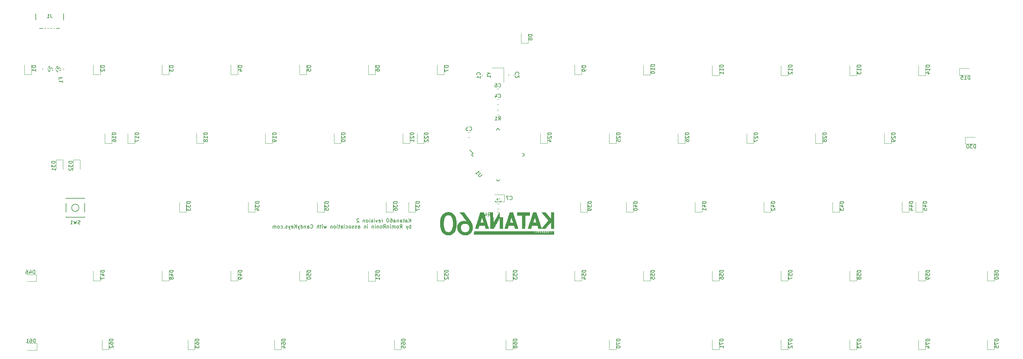
<source format=gbo>
G04 #@! TF.GenerationSoftware,KiCad,Pcbnew,(5.1.2-1)-1*
G04 #@! TF.CreationDate,2019-07-07T19:49:56+02:00*
G04 #@! TF.ProjectId,kicad_pcb,6b696361-645f-4706-9362-2e6b69636164,rev?*
G04 #@! TF.SameCoordinates,Original*
G04 #@! TF.FileFunction,Legend,Bot*
G04 #@! TF.FilePolarity,Positive*
%FSLAX46Y46*%
G04 Gerber Fmt 4.6, Leading zero omitted, Abs format (unit mm)*
G04 Created by KiCad (PCBNEW (5.1.2-1)-1) date 2019-07-07 19:49:56*
%MOMM*%
%LPD*%
G04 APERTURE LIST*
%ADD10C,0.150000*%
%ADD11C,0.010000*%
%ADD12C,0.120000*%
%ADD13C,2.501900*%
%ADD14C,7.103300*%
%ADD15C,7.102240*%
%ADD16C,1.102000*%
%ADD17C,2.352000*%
%ADD18C,4.089800*%
%ADD19C,1.852000*%
%ADD20C,0.100000*%
%ADD21C,1.077000*%
%ADD22R,1.902000X1.202000*%
%ADD23R,1.302000X1.502000*%
%ADD24R,0.602000X2.352000*%
%ADD25O,1.802000X2.802000*%
%ADD26C,3.150000*%
%ADD27C,0.652000*%
G04 APERTURE END LIST*
D10*
X182226904Y-96464880D02*
X182226904Y-95464880D01*
X181655476Y-96464880D02*
X182084047Y-95893452D01*
X181655476Y-95464880D02*
X182226904Y-96036309D01*
X180798333Y-96464880D02*
X180798333Y-95941071D01*
X180845952Y-95845833D01*
X180941190Y-95798214D01*
X181131666Y-95798214D01*
X181226904Y-95845833D01*
X180798333Y-96417261D02*
X180893571Y-96464880D01*
X181131666Y-96464880D01*
X181226904Y-96417261D01*
X181274523Y-96322023D01*
X181274523Y-96226785D01*
X181226904Y-96131547D01*
X181131666Y-96083928D01*
X180893571Y-96083928D01*
X180798333Y-96036309D01*
X180465000Y-95798214D02*
X180084047Y-95798214D01*
X180322142Y-95464880D02*
X180322142Y-96322023D01*
X180274523Y-96417261D01*
X180179285Y-96464880D01*
X180084047Y-96464880D01*
X179322142Y-96464880D02*
X179322142Y-95941071D01*
X179369761Y-95845833D01*
X179465000Y-95798214D01*
X179655476Y-95798214D01*
X179750714Y-95845833D01*
X179322142Y-96417261D02*
X179417380Y-96464880D01*
X179655476Y-96464880D01*
X179750714Y-96417261D01*
X179798333Y-96322023D01*
X179798333Y-96226785D01*
X179750714Y-96131547D01*
X179655476Y-96083928D01*
X179417380Y-96083928D01*
X179322142Y-96036309D01*
X178845952Y-95798214D02*
X178845952Y-96464880D01*
X178845952Y-95893452D02*
X178798333Y-95845833D01*
X178703095Y-95798214D01*
X178560238Y-95798214D01*
X178465000Y-95845833D01*
X178417380Y-95941071D01*
X178417380Y-96464880D01*
X177512619Y-96464880D02*
X177512619Y-95941071D01*
X177560238Y-95845833D01*
X177655476Y-95798214D01*
X177845952Y-95798214D01*
X177941190Y-95845833D01*
X177512619Y-96417261D02*
X177607857Y-96464880D01*
X177845952Y-96464880D01*
X177941190Y-96417261D01*
X177988809Y-96322023D01*
X177988809Y-96226785D01*
X177941190Y-96131547D01*
X177845952Y-96083928D01*
X177607857Y-96083928D01*
X177512619Y-96036309D01*
X176607857Y-95464880D02*
X176798333Y-95464880D01*
X176893571Y-95512500D01*
X176941190Y-95560119D01*
X177036428Y-95702976D01*
X177084047Y-95893452D01*
X177084047Y-96274404D01*
X177036428Y-96369642D01*
X176988809Y-96417261D01*
X176893571Y-96464880D01*
X176703095Y-96464880D01*
X176607857Y-96417261D01*
X176560238Y-96369642D01*
X176512619Y-96274404D01*
X176512619Y-96036309D01*
X176560238Y-95941071D01*
X176607857Y-95893452D01*
X176703095Y-95845833D01*
X176893571Y-95845833D01*
X176988809Y-95893452D01*
X177036428Y-95941071D01*
X177084047Y-96036309D01*
X175893571Y-95464880D02*
X175798333Y-95464880D01*
X175703095Y-95512500D01*
X175655476Y-95560119D01*
X175607857Y-95655357D01*
X175560238Y-95845833D01*
X175560238Y-96083928D01*
X175607857Y-96274404D01*
X175655476Y-96369642D01*
X175703095Y-96417261D01*
X175798333Y-96464880D01*
X175893571Y-96464880D01*
X175988809Y-96417261D01*
X176036428Y-96369642D01*
X176084047Y-96274404D01*
X176131666Y-96083928D01*
X176131666Y-95845833D01*
X176084047Y-95655357D01*
X176036428Y-95560119D01*
X175988809Y-95512500D01*
X175893571Y-95464880D01*
X174369761Y-96464880D02*
X174369761Y-95798214D01*
X174369761Y-95988690D02*
X174322142Y-95893452D01*
X174274523Y-95845833D01*
X174179285Y-95798214D01*
X174084047Y-95798214D01*
X173369761Y-96417261D02*
X173465000Y-96464880D01*
X173655476Y-96464880D01*
X173750714Y-96417261D01*
X173798333Y-96322023D01*
X173798333Y-95941071D01*
X173750714Y-95845833D01*
X173655476Y-95798214D01*
X173465000Y-95798214D01*
X173369761Y-95845833D01*
X173322142Y-95941071D01*
X173322142Y-96036309D01*
X173798333Y-96131547D01*
X172988809Y-95798214D02*
X172750714Y-96464880D01*
X172512619Y-95798214D01*
X172131666Y-96464880D02*
X172131666Y-95798214D01*
X172131666Y-95464880D02*
X172179285Y-95512500D01*
X172131666Y-95560119D01*
X172084047Y-95512500D01*
X172131666Y-95464880D01*
X172131666Y-95560119D01*
X171703095Y-96417261D02*
X171607857Y-96464880D01*
X171417380Y-96464880D01*
X171322142Y-96417261D01*
X171274523Y-96322023D01*
X171274523Y-96274404D01*
X171322142Y-96179166D01*
X171417380Y-96131547D01*
X171560238Y-96131547D01*
X171655476Y-96083928D01*
X171703095Y-95988690D01*
X171703095Y-95941071D01*
X171655476Y-95845833D01*
X171560238Y-95798214D01*
X171417380Y-95798214D01*
X171322142Y-95845833D01*
X170845952Y-96464880D02*
X170845952Y-95798214D01*
X170845952Y-95464880D02*
X170893571Y-95512500D01*
X170845952Y-95560119D01*
X170798333Y-95512500D01*
X170845952Y-95464880D01*
X170845952Y-95560119D01*
X170226904Y-96464880D02*
X170322142Y-96417261D01*
X170369761Y-96369642D01*
X170417380Y-96274404D01*
X170417380Y-95988690D01*
X170369761Y-95893452D01*
X170322142Y-95845833D01*
X170226904Y-95798214D01*
X170084047Y-95798214D01*
X169988809Y-95845833D01*
X169941190Y-95893452D01*
X169893571Y-95988690D01*
X169893571Y-96274404D01*
X169941190Y-96369642D01*
X169988809Y-96417261D01*
X170084047Y-96464880D01*
X170226904Y-96464880D01*
X169465000Y-95798214D02*
X169465000Y-96464880D01*
X169465000Y-95893452D02*
X169417380Y-95845833D01*
X169322142Y-95798214D01*
X169179285Y-95798214D01*
X169084047Y-95845833D01*
X169036428Y-95941071D01*
X169036428Y-96464880D01*
X167845952Y-95560119D02*
X167798333Y-95512500D01*
X167703095Y-95464880D01*
X167465000Y-95464880D01*
X167369761Y-95512500D01*
X167322142Y-95560119D01*
X167274523Y-95655357D01*
X167274523Y-95750595D01*
X167322142Y-95893452D01*
X167893571Y-96464880D01*
X167274523Y-96464880D01*
X182226904Y-98114880D02*
X182226904Y-97114880D01*
X182226904Y-97495833D02*
X182131666Y-97448214D01*
X181941190Y-97448214D01*
X181845952Y-97495833D01*
X181798333Y-97543452D01*
X181750714Y-97638690D01*
X181750714Y-97924404D01*
X181798333Y-98019642D01*
X181845952Y-98067261D01*
X181941190Y-98114880D01*
X182131666Y-98114880D01*
X182226904Y-98067261D01*
X181417380Y-97448214D02*
X181179285Y-98114880D01*
X180941190Y-97448214D02*
X181179285Y-98114880D01*
X181274523Y-98352976D01*
X181322142Y-98400595D01*
X181417380Y-98448214D01*
X179226904Y-98114880D02*
X179560238Y-97638690D01*
X179798333Y-98114880D02*
X179798333Y-97114880D01*
X179417380Y-97114880D01*
X179322142Y-97162500D01*
X179274523Y-97210119D01*
X179226904Y-97305357D01*
X179226904Y-97448214D01*
X179274523Y-97543452D01*
X179322142Y-97591071D01*
X179417380Y-97638690D01*
X179798333Y-97638690D01*
X178655476Y-98114880D02*
X178750714Y-98067261D01*
X178798333Y-98019642D01*
X178845952Y-97924404D01*
X178845952Y-97638690D01*
X178798333Y-97543452D01*
X178750714Y-97495833D01*
X178655476Y-97448214D01*
X178512619Y-97448214D01*
X178417380Y-97495833D01*
X178369761Y-97543452D01*
X178322142Y-97638690D01*
X178322142Y-97924404D01*
X178369761Y-98019642D01*
X178417380Y-98067261D01*
X178512619Y-98114880D01*
X178655476Y-98114880D01*
X177893571Y-98114880D02*
X177893571Y-97448214D01*
X177893571Y-97543452D02*
X177845952Y-97495833D01*
X177750714Y-97448214D01*
X177607857Y-97448214D01*
X177512619Y-97495833D01*
X177465000Y-97591071D01*
X177465000Y-98114880D01*
X177465000Y-97591071D02*
X177417380Y-97495833D01*
X177322142Y-97448214D01*
X177179285Y-97448214D01*
X177084047Y-97495833D01*
X177036428Y-97591071D01*
X177036428Y-98114880D01*
X176560238Y-98114880D02*
X176560238Y-97448214D01*
X176560238Y-97114880D02*
X176607857Y-97162500D01*
X176560238Y-97210119D01*
X176512619Y-97162500D01*
X176560238Y-97114880D01*
X176560238Y-97210119D01*
X176084047Y-97448214D02*
X176084047Y-98114880D01*
X176084047Y-97543452D02*
X176036428Y-97495833D01*
X175941190Y-97448214D01*
X175798333Y-97448214D01*
X175703095Y-97495833D01*
X175655476Y-97591071D01*
X175655476Y-98114880D01*
X174607857Y-98114880D02*
X174941190Y-97638690D01*
X175179285Y-98114880D02*
X175179285Y-97114880D01*
X174798333Y-97114880D01*
X174703095Y-97162500D01*
X174655476Y-97210119D01*
X174607857Y-97305357D01*
X174607857Y-97448214D01*
X174655476Y-97543452D01*
X174703095Y-97591071D01*
X174798333Y-97638690D01*
X175179285Y-97638690D01*
X174036428Y-98114880D02*
X174131666Y-98067261D01*
X174179285Y-98019642D01*
X174226904Y-97924404D01*
X174226904Y-97638690D01*
X174179285Y-97543452D01*
X174131666Y-97495833D01*
X174036428Y-97448214D01*
X173893571Y-97448214D01*
X173798333Y-97495833D01*
X173750714Y-97543452D01*
X173703095Y-97638690D01*
X173703095Y-97924404D01*
X173750714Y-98019642D01*
X173798333Y-98067261D01*
X173893571Y-98114880D01*
X174036428Y-98114880D01*
X173274523Y-97448214D02*
X173274523Y-98114880D01*
X173274523Y-97543452D02*
X173226904Y-97495833D01*
X173131666Y-97448214D01*
X172988809Y-97448214D01*
X172893571Y-97495833D01*
X172845952Y-97591071D01*
X172845952Y-98114880D01*
X172369761Y-98114880D02*
X172369761Y-97448214D01*
X172369761Y-97114880D02*
X172417380Y-97162500D01*
X172369761Y-97210119D01*
X172322142Y-97162500D01*
X172369761Y-97114880D01*
X172369761Y-97210119D01*
X171893571Y-97448214D02*
X171893571Y-98114880D01*
X171893571Y-97543452D02*
X171845952Y-97495833D01*
X171750714Y-97448214D01*
X171607857Y-97448214D01*
X171512619Y-97495833D01*
X171465000Y-97591071D01*
X171465000Y-98114880D01*
X170226904Y-98114880D02*
X170226904Y-97448214D01*
X170226904Y-97114880D02*
X170274523Y-97162500D01*
X170226904Y-97210119D01*
X170179285Y-97162500D01*
X170226904Y-97114880D01*
X170226904Y-97210119D01*
X169750714Y-97448214D02*
X169750714Y-98114880D01*
X169750714Y-97543452D02*
X169703095Y-97495833D01*
X169607857Y-97448214D01*
X169465000Y-97448214D01*
X169369761Y-97495833D01*
X169322142Y-97591071D01*
X169322142Y-98114880D01*
X167655476Y-98114880D02*
X167655476Y-97591071D01*
X167703095Y-97495833D01*
X167798333Y-97448214D01*
X167988809Y-97448214D01*
X168084047Y-97495833D01*
X167655476Y-98067261D02*
X167750714Y-98114880D01*
X167988809Y-98114880D01*
X168084047Y-98067261D01*
X168131666Y-97972023D01*
X168131666Y-97876785D01*
X168084047Y-97781547D01*
X167988809Y-97733928D01*
X167750714Y-97733928D01*
X167655476Y-97686309D01*
X167226904Y-98067261D02*
X167131666Y-98114880D01*
X166941190Y-98114880D01*
X166845952Y-98067261D01*
X166798333Y-97972023D01*
X166798333Y-97924404D01*
X166845952Y-97829166D01*
X166941190Y-97781547D01*
X167084047Y-97781547D01*
X167179285Y-97733928D01*
X167226904Y-97638690D01*
X167226904Y-97591071D01*
X167179285Y-97495833D01*
X167084047Y-97448214D01*
X166941190Y-97448214D01*
X166845952Y-97495833D01*
X166417380Y-98067261D02*
X166322142Y-98114880D01*
X166131666Y-98114880D01*
X166036428Y-98067261D01*
X165988809Y-97972023D01*
X165988809Y-97924404D01*
X166036428Y-97829166D01*
X166131666Y-97781547D01*
X166274523Y-97781547D01*
X166369761Y-97733928D01*
X166417380Y-97638690D01*
X166417380Y-97591071D01*
X166369761Y-97495833D01*
X166274523Y-97448214D01*
X166131666Y-97448214D01*
X166036428Y-97495833D01*
X165417380Y-98114880D02*
X165512619Y-98067261D01*
X165560238Y-98019642D01*
X165607857Y-97924404D01*
X165607857Y-97638690D01*
X165560238Y-97543452D01*
X165512619Y-97495833D01*
X165417380Y-97448214D01*
X165274523Y-97448214D01*
X165179285Y-97495833D01*
X165131666Y-97543452D01*
X165084047Y-97638690D01*
X165084047Y-97924404D01*
X165131666Y-98019642D01*
X165179285Y-98067261D01*
X165274523Y-98114880D01*
X165417380Y-98114880D01*
X164226904Y-98067261D02*
X164322142Y-98114880D01*
X164512619Y-98114880D01*
X164607857Y-98067261D01*
X164655476Y-98019642D01*
X164703095Y-97924404D01*
X164703095Y-97638690D01*
X164655476Y-97543452D01*
X164607857Y-97495833D01*
X164512619Y-97448214D01*
X164322142Y-97448214D01*
X164226904Y-97495833D01*
X163798333Y-98114880D02*
X163798333Y-97448214D01*
X163798333Y-97114880D02*
X163845952Y-97162500D01*
X163798333Y-97210119D01*
X163750714Y-97162500D01*
X163798333Y-97114880D01*
X163798333Y-97210119D01*
X162893571Y-98114880D02*
X162893571Y-97591071D01*
X162941190Y-97495833D01*
X163036428Y-97448214D01*
X163226904Y-97448214D01*
X163322142Y-97495833D01*
X162893571Y-98067261D02*
X162988809Y-98114880D01*
X163226904Y-98114880D01*
X163322142Y-98067261D01*
X163369761Y-97972023D01*
X163369761Y-97876785D01*
X163322142Y-97781547D01*
X163226904Y-97733928D01*
X162988809Y-97733928D01*
X162893571Y-97686309D01*
X162560238Y-97448214D02*
X162179285Y-97448214D01*
X162417380Y-97114880D02*
X162417380Y-97972023D01*
X162369761Y-98067261D01*
X162274523Y-98114880D01*
X162179285Y-98114880D01*
X161845952Y-98114880D02*
X161845952Y-97448214D01*
X161845952Y-97114880D02*
X161893571Y-97162500D01*
X161845952Y-97210119D01*
X161798333Y-97162500D01*
X161845952Y-97114880D01*
X161845952Y-97210119D01*
X161226904Y-98114880D02*
X161322142Y-98067261D01*
X161369761Y-98019642D01*
X161417380Y-97924404D01*
X161417380Y-97638690D01*
X161369761Y-97543452D01*
X161322142Y-97495833D01*
X161226904Y-97448214D01*
X161084047Y-97448214D01*
X160988809Y-97495833D01*
X160941190Y-97543452D01*
X160893571Y-97638690D01*
X160893571Y-97924404D01*
X160941190Y-98019642D01*
X160988809Y-98067261D01*
X161084047Y-98114880D01*
X161226904Y-98114880D01*
X160465000Y-97448214D02*
X160465000Y-98114880D01*
X160465000Y-97543452D02*
X160417380Y-97495833D01*
X160322142Y-97448214D01*
X160179285Y-97448214D01*
X160084047Y-97495833D01*
X160036428Y-97591071D01*
X160036428Y-98114880D01*
X158893571Y-97448214D02*
X158703095Y-98114880D01*
X158512619Y-97638690D01*
X158322142Y-98114880D01*
X158131666Y-97448214D01*
X157750714Y-98114880D02*
X157750714Y-97448214D01*
X157750714Y-97114880D02*
X157798333Y-97162500D01*
X157750714Y-97210119D01*
X157703095Y-97162500D01*
X157750714Y-97114880D01*
X157750714Y-97210119D01*
X157417380Y-97448214D02*
X157036428Y-97448214D01*
X157274523Y-97114880D02*
X157274523Y-97972023D01*
X157226904Y-98067261D01*
X157131666Y-98114880D01*
X157036428Y-98114880D01*
X156703095Y-98114880D02*
X156703095Y-97114880D01*
X156274523Y-98114880D02*
X156274523Y-97591071D01*
X156322142Y-97495833D01*
X156417380Y-97448214D01*
X156560238Y-97448214D01*
X156655476Y-97495833D01*
X156703095Y-97543452D01*
X154465000Y-98019642D02*
X154512619Y-98067261D01*
X154655476Y-98114880D01*
X154750714Y-98114880D01*
X154893571Y-98067261D01*
X154988809Y-97972023D01*
X155036428Y-97876785D01*
X155084047Y-97686309D01*
X155084047Y-97543452D01*
X155036428Y-97352976D01*
X154988809Y-97257738D01*
X154893571Y-97162500D01*
X154750714Y-97114880D01*
X154655476Y-97114880D01*
X154512619Y-97162500D01*
X154465000Y-97210119D01*
X153607857Y-98114880D02*
X153607857Y-97591071D01*
X153655476Y-97495833D01*
X153750714Y-97448214D01*
X153941190Y-97448214D01*
X154036428Y-97495833D01*
X153607857Y-98067261D02*
X153703095Y-98114880D01*
X153941190Y-98114880D01*
X154036428Y-98067261D01*
X154084047Y-97972023D01*
X154084047Y-97876785D01*
X154036428Y-97781547D01*
X153941190Y-97733928D01*
X153703095Y-97733928D01*
X153607857Y-97686309D01*
X153131666Y-97448214D02*
X153131666Y-98114880D01*
X153131666Y-97543452D02*
X153084047Y-97495833D01*
X152988809Y-97448214D01*
X152845952Y-97448214D01*
X152750714Y-97495833D01*
X152703095Y-97591071D01*
X152703095Y-98114880D01*
X151798333Y-98114880D02*
X151798333Y-97114880D01*
X151798333Y-98067261D02*
X151893571Y-98114880D01*
X152084047Y-98114880D01*
X152179285Y-98067261D01*
X152226904Y-98019642D01*
X152274523Y-97924404D01*
X152274523Y-97638690D01*
X152226904Y-97543452D01*
X152179285Y-97495833D01*
X152084047Y-97448214D01*
X151893571Y-97448214D01*
X151798333Y-97495833D01*
X151417380Y-97448214D02*
X151179285Y-98114880D01*
X150941190Y-97448214D02*
X151179285Y-98114880D01*
X151274523Y-98352976D01*
X151322142Y-98400595D01*
X151417380Y-98448214D01*
X150560238Y-98114880D02*
X150560238Y-97114880D01*
X149988809Y-98114880D02*
X150417380Y-97543452D01*
X149988809Y-97114880D02*
X150560238Y-97686309D01*
X149179285Y-98067261D02*
X149274523Y-98114880D01*
X149465000Y-98114880D01*
X149560238Y-98067261D01*
X149607857Y-97972023D01*
X149607857Y-97591071D01*
X149560238Y-97495833D01*
X149465000Y-97448214D01*
X149274523Y-97448214D01*
X149179285Y-97495833D01*
X149131666Y-97591071D01*
X149131666Y-97686309D01*
X149607857Y-97781547D01*
X148798333Y-97448214D02*
X148560238Y-98114880D01*
X148322142Y-97448214D02*
X148560238Y-98114880D01*
X148655476Y-98352976D01*
X148703095Y-98400595D01*
X148798333Y-98448214D01*
X147988809Y-98067261D02*
X147893571Y-98114880D01*
X147703095Y-98114880D01*
X147607857Y-98067261D01*
X147560238Y-97972023D01*
X147560238Y-97924404D01*
X147607857Y-97829166D01*
X147703095Y-97781547D01*
X147845952Y-97781547D01*
X147941190Y-97733928D01*
X147988809Y-97638690D01*
X147988809Y-97591071D01*
X147941190Y-97495833D01*
X147845952Y-97448214D01*
X147703095Y-97448214D01*
X147607857Y-97495833D01*
X147131666Y-98019642D02*
X147084047Y-98067261D01*
X147131666Y-98114880D01*
X147179285Y-98067261D01*
X147131666Y-98019642D01*
X147131666Y-98114880D01*
X146226904Y-98067261D02*
X146322142Y-98114880D01*
X146512619Y-98114880D01*
X146607857Y-98067261D01*
X146655476Y-98019642D01*
X146703095Y-97924404D01*
X146703095Y-97638690D01*
X146655476Y-97543452D01*
X146607857Y-97495833D01*
X146512619Y-97448214D01*
X146322142Y-97448214D01*
X146226904Y-97495833D01*
X145655476Y-98114880D02*
X145750714Y-98067261D01*
X145798333Y-98019642D01*
X145845952Y-97924404D01*
X145845952Y-97638690D01*
X145798333Y-97543452D01*
X145750714Y-97495833D01*
X145655476Y-97448214D01*
X145512619Y-97448214D01*
X145417380Y-97495833D01*
X145369761Y-97543452D01*
X145322142Y-97638690D01*
X145322142Y-97924404D01*
X145369761Y-98019642D01*
X145417380Y-98067261D01*
X145512619Y-98114880D01*
X145655476Y-98114880D01*
X144893571Y-98114880D02*
X144893571Y-97448214D01*
X144893571Y-97543452D02*
X144845952Y-97495833D01*
X144750714Y-97448214D01*
X144607857Y-97448214D01*
X144512619Y-97495833D01*
X144465000Y-97591071D01*
X144465000Y-98114880D01*
X144465000Y-97591071D02*
X144417380Y-97495833D01*
X144322142Y-97448214D01*
X144179285Y-97448214D01*
X144084047Y-97495833D01*
X144036428Y-97591071D01*
X144036428Y-98114880D01*
D11*
G36*
X201917976Y-93711203D02*
G01*
X201480818Y-93718944D01*
X201418425Y-93916500D01*
X201398411Y-93979381D01*
X201362867Y-94090523D01*
X201313547Y-94244454D01*
X201252207Y-94435702D01*
X201180605Y-94658795D01*
X201100496Y-94908262D01*
X201013635Y-95178632D01*
X200921780Y-95464432D01*
X200843273Y-95708611D01*
X200703333Y-96143859D01*
X200579830Y-96528150D01*
X200471880Y-96864250D01*
X200378601Y-97154923D01*
X200299109Y-97402933D01*
X200232523Y-97611047D01*
X200177958Y-97782030D01*
X200134532Y-97918645D01*
X200101363Y-98023658D01*
X200077567Y-98099834D01*
X200062262Y-98149938D01*
X200054564Y-98176735D01*
X200053222Y-98182966D01*
X200079824Y-98186170D01*
X200153177Y-98187976D01*
X200263605Y-98188318D01*
X200401432Y-98187132D01*
X200483129Y-98185846D01*
X200913035Y-98178055D01*
X201040333Y-97775888D01*
X201167631Y-97373722D01*
X202671277Y-97373722D01*
X202933723Y-98192166D01*
X203359431Y-98192166D01*
X203522835Y-98191695D01*
X203637792Y-98189644D01*
X203712296Y-98185056D01*
X203754339Y-98176975D01*
X203771915Y-98164444D01*
X203773019Y-98146507D01*
X203772124Y-98142777D01*
X203761688Y-98108801D01*
X203735350Y-98025171D01*
X203694419Y-97895987D01*
X203640201Y-97725354D01*
X203574003Y-97517373D01*
X203497133Y-97276147D01*
X203410896Y-97005779D01*
X203316600Y-96710370D01*
X203257011Y-96523815D01*
X202389953Y-96523815D01*
X202376880Y-96536808D01*
X202342183Y-96545651D01*
X202278338Y-96551130D01*
X202177824Y-96554033D01*
X202033119Y-96555144D01*
X201916161Y-96555277D01*
X201737475Y-96554644D01*
X201608227Y-96552344D01*
X201521423Y-96547778D01*
X201470069Y-96540349D01*
X201447167Y-96529456D01*
X201445534Y-96514984D01*
X201457975Y-96477943D01*
X201484901Y-96394768D01*
X201523851Y-96273165D01*
X201572362Y-96120843D01*
X201627974Y-95945506D01*
X201677684Y-95788262D01*
X201737233Y-95601018D01*
X201791919Y-95431701D01*
X201839280Y-95287732D01*
X201876850Y-95176530D01*
X201902165Y-95105515D01*
X201912186Y-95082311D01*
X201923866Y-95103929D01*
X201949951Y-95171109D01*
X201987692Y-95275641D01*
X202034340Y-95409312D01*
X202087144Y-95563912D01*
X202143355Y-95731229D01*
X202200222Y-95903051D01*
X202254996Y-96071168D01*
X202304926Y-96227367D01*
X202347264Y-96363437D01*
X202379258Y-96471168D01*
X202388923Y-96505888D01*
X202389953Y-96523815D01*
X203257011Y-96523815D01*
X203215552Y-96394024D01*
X203109059Y-96060843D01*
X203057122Y-95898425D01*
X202355135Y-93703462D01*
X201917976Y-93711203D01*
X201917976Y-93711203D01*
G37*
X201917976Y-93711203D02*
X201480818Y-93718944D01*
X201418425Y-93916500D01*
X201398411Y-93979381D01*
X201362867Y-94090523D01*
X201313547Y-94244454D01*
X201252207Y-94435702D01*
X201180605Y-94658795D01*
X201100496Y-94908262D01*
X201013635Y-95178632D01*
X200921780Y-95464432D01*
X200843273Y-95708611D01*
X200703333Y-96143859D01*
X200579830Y-96528150D01*
X200471880Y-96864250D01*
X200378601Y-97154923D01*
X200299109Y-97402933D01*
X200232523Y-97611047D01*
X200177958Y-97782030D01*
X200134532Y-97918645D01*
X200101363Y-98023658D01*
X200077567Y-98099834D01*
X200062262Y-98149938D01*
X200054564Y-98176735D01*
X200053222Y-98182966D01*
X200079824Y-98186170D01*
X200153177Y-98187976D01*
X200263605Y-98188318D01*
X200401432Y-98187132D01*
X200483129Y-98185846D01*
X200913035Y-98178055D01*
X201040333Y-97775888D01*
X201167631Y-97373722D01*
X202671277Y-97373722D01*
X202933723Y-98192166D01*
X203359431Y-98192166D01*
X203522835Y-98191695D01*
X203637792Y-98189644D01*
X203712296Y-98185056D01*
X203754339Y-98176975D01*
X203771915Y-98164444D01*
X203773019Y-98146507D01*
X203772124Y-98142777D01*
X203761688Y-98108801D01*
X203735350Y-98025171D01*
X203694419Y-97895987D01*
X203640201Y-97725354D01*
X203574003Y-97517373D01*
X203497133Y-97276147D01*
X203410896Y-97005779D01*
X203316600Y-96710370D01*
X203257011Y-96523815D01*
X202389953Y-96523815D01*
X202376880Y-96536808D01*
X202342183Y-96545651D01*
X202278338Y-96551130D01*
X202177824Y-96554033D01*
X202033119Y-96555144D01*
X201916161Y-96555277D01*
X201737475Y-96554644D01*
X201608227Y-96552344D01*
X201521423Y-96547778D01*
X201470069Y-96540349D01*
X201447167Y-96529456D01*
X201445534Y-96514984D01*
X201457975Y-96477943D01*
X201484901Y-96394768D01*
X201523851Y-96273165D01*
X201572362Y-96120843D01*
X201627974Y-95945506D01*
X201677684Y-95788262D01*
X201737233Y-95601018D01*
X201791919Y-95431701D01*
X201839280Y-95287732D01*
X201876850Y-95176530D01*
X201902165Y-95105515D01*
X201912186Y-95082311D01*
X201923866Y-95103929D01*
X201949951Y-95171109D01*
X201987692Y-95275641D01*
X202034340Y-95409312D01*
X202087144Y-95563912D01*
X202143355Y-95731229D01*
X202200222Y-95903051D01*
X202254996Y-96071168D01*
X202304926Y-96227367D01*
X202347264Y-96363437D01*
X202379258Y-96471168D01*
X202388923Y-96505888D01*
X202389953Y-96523815D01*
X203257011Y-96523815D01*
X203215552Y-96394024D01*
X203109059Y-96060843D01*
X203057122Y-95898425D01*
X202355135Y-93703462D01*
X201917976Y-93711203D01*
G36*
X206765759Y-93718944D02*
G01*
X206201644Y-94720833D01*
X206065492Y-94962786D01*
X205926314Y-95210375D01*
X205789233Y-95454469D01*
X205659373Y-95685936D01*
X205541855Y-95895647D01*
X205441803Y-96074470D01*
X205364339Y-96213274D01*
X205364209Y-96213507D01*
X205090889Y-96704292D01*
X205083586Y-95204562D01*
X205076283Y-93704833D01*
X204257994Y-93704833D01*
X204265219Y-95941444D01*
X204272445Y-98178055D01*
X205203544Y-98178055D01*
X206043272Y-96683161D01*
X206883000Y-95188266D01*
X206883000Y-98192166D01*
X207701445Y-98192166D01*
X207701445Y-93703468D01*
X206765759Y-93718944D01*
X206765759Y-93718944D01*
G37*
X206765759Y-93718944D02*
X206201644Y-94720833D01*
X206065492Y-94962786D01*
X205926314Y-95210375D01*
X205789233Y-95454469D01*
X205659373Y-95685936D01*
X205541855Y-95895647D01*
X205441803Y-96074470D01*
X205364339Y-96213274D01*
X205364209Y-96213507D01*
X205090889Y-96704292D01*
X205083586Y-95204562D01*
X205076283Y-93704833D01*
X204257994Y-93704833D01*
X204265219Y-95941444D01*
X204272445Y-98178055D01*
X205203544Y-98178055D01*
X206043272Y-96683161D01*
X206883000Y-95188266D01*
X206883000Y-98192166D01*
X207701445Y-98192166D01*
X207701445Y-93703468D01*
X206765759Y-93718944D01*
G36*
X209553872Y-93923555D02*
G01*
X209533220Y-93987412D01*
X209496998Y-94100007D01*
X209446815Y-94256314D01*
X209384283Y-94451307D01*
X209311012Y-94679957D01*
X209228613Y-94937238D01*
X209138697Y-95218123D01*
X209042873Y-95517585D01*
X208942753Y-95830596D01*
X208887003Y-96004944D01*
X208785825Y-96321333D01*
X208688525Y-96625474D01*
X208596655Y-96912527D01*
X208511765Y-97177651D01*
X208435406Y-97416007D01*
X208369130Y-97622754D01*
X208314486Y-97793051D01*
X208273027Y-97922058D01*
X208246303Y-98004935D01*
X208238189Y-98029888D01*
X208184924Y-98192166D01*
X209044991Y-98192166D01*
X209175564Y-97790000D01*
X209306137Y-97387833D01*
X210815352Y-97387833D01*
X210942388Y-97790000D01*
X211069424Y-98192166D01*
X211487990Y-98192166D01*
X211656592Y-98191114D01*
X211775765Y-98187543D01*
X211852491Y-98180828D01*
X211893755Y-98170345D01*
X211906538Y-98155470D01*
X211906556Y-98154761D01*
X211899801Y-98126658D01*
X211879331Y-98056464D01*
X211844836Y-97943208D01*
X211796008Y-97785915D01*
X211732538Y-97583611D01*
X211654117Y-97335323D01*
X211560436Y-97040078D01*
X211451186Y-96696902D01*
X211405989Y-96555277D01*
X210545694Y-96555277D01*
X210069014Y-96555277D01*
X209884728Y-96554248D01*
X209750919Y-96550869D01*
X209661650Y-96544699D01*
X209610985Y-96535299D01*
X209592988Y-96522229D01*
X209592738Y-96520000D01*
X209601080Y-96484931D01*
X209624041Y-96405473D01*
X209658870Y-96290275D01*
X209702815Y-96147986D01*
X209753122Y-95987257D01*
X209807040Y-95816737D01*
X209861816Y-95645077D01*
X209914699Y-95480926D01*
X209962936Y-95332934D01*
X210003775Y-95209750D01*
X210034463Y-95120026D01*
X210052248Y-95072410D01*
X210054992Y-95067211D01*
X210067722Y-95087421D01*
X210093199Y-95151671D01*
X210127749Y-95249998D01*
X210167697Y-95372440D01*
X210168382Y-95374610D01*
X210215125Y-95522259D01*
X210272637Y-95703100D01*
X210334375Y-95896597D01*
X210393794Y-96082219D01*
X210407487Y-96124888D01*
X210545694Y-96555277D01*
X211405989Y-96555277D01*
X211326059Y-96304821D01*
X211184746Y-95862863D01*
X211026938Y-95370053D01*
X210852325Y-94825418D01*
X210676121Y-94276333D01*
X210492653Y-93704833D01*
X209625191Y-93704833D01*
X209553872Y-93923555D01*
X209553872Y-93923555D01*
G37*
X209553872Y-93923555D02*
X209533220Y-93987412D01*
X209496998Y-94100007D01*
X209446815Y-94256314D01*
X209384283Y-94451307D01*
X209311012Y-94679957D01*
X209228613Y-94937238D01*
X209138697Y-95218123D01*
X209042873Y-95517585D01*
X208942753Y-95830596D01*
X208887003Y-96004944D01*
X208785825Y-96321333D01*
X208688525Y-96625474D01*
X208596655Y-96912527D01*
X208511765Y-97177651D01*
X208435406Y-97416007D01*
X208369130Y-97622754D01*
X208314486Y-97793051D01*
X208273027Y-97922058D01*
X208246303Y-98004935D01*
X208238189Y-98029888D01*
X208184924Y-98192166D01*
X209044991Y-98192166D01*
X209175564Y-97790000D01*
X209306137Y-97387833D01*
X210815352Y-97387833D01*
X210942388Y-97790000D01*
X211069424Y-98192166D01*
X211487990Y-98192166D01*
X211656592Y-98191114D01*
X211775765Y-98187543D01*
X211852491Y-98180828D01*
X211893755Y-98170345D01*
X211906538Y-98155470D01*
X211906556Y-98154761D01*
X211899801Y-98126658D01*
X211879331Y-98056464D01*
X211844836Y-97943208D01*
X211796008Y-97785915D01*
X211732538Y-97583611D01*
X211654117Y-97335323D01*
X211560436Y-97040078D01*
X211451186Y-96696902D01*
X211405989Y-96555277D01*
X210545694Y-96555277D01*
X210069014Y-96555277D01*
X209884728Y-96554248D01*
X209750919Y-96550869D01*
X209661650Y-96544699D01*
X209610985Y-96535299D01*
X209592988Y-96522229D01*
X209592738Y-96520000D01*
X209601080Y-96484931D01*
X209624041Y-96405473D01*
X209658870Y-96290275D01*
X209702815Y-96147986D01*
X209753122Y-95987257D01*
X209807040Y-95816737D01*
X209861816Y-95645077D01*
X209914699Y-95480926D01*
X209962936Y-95332934D01*
X210003775Y-95209750D01*
X210034463Y-95120026D01*
X210052248Y-95072410D01*
X210054992Y-95067211D01*
X210067722Y-95087421D01*
X210093199Y-95151671D01*
X210127749Y-95249998D01*
X210167697Y-95372440D01*
X210168382Y-95374610D01*
X210215125Y-95522259D01*
X210272637Y-95703100D01*
X210334375Y-95896597D01*
X210393794Y-96082219D01*
X210407487Y-96124888D01*
X210545694Y-96555277D01*
X211405989Y-96555277D01*
X211326059Y-96304821D01*
X211184746Y-95862863D01*
X211026938Y-95370053D01*
X210852325Y-94825418D01*
X210676121Y-94276333D01*
X210492653Y-93704833D01*
X209625191Y-93704833D01*
X209553872Y-93923555D01*
G36*
X211709000Y-94523277D02*
G01*
X213006811Y-94523277D01*
X213014072Y-96350666D01*
X213021334Y-98178055D01*
X213418055Y-98185852D01*
X213562390Y-98187341D01*
X213686118Y-98186073D01*
X213778496Y-98182350D01*
X213828782Y-98176477D01*
X213834333Y-98174093D01*
X213837723Y-98143201D01*
X213840927Y-98060643D01*
X213843894Y-97931198D01*
X213846573Y-97759644D01*
X213848912Y-97550761D01*
X213850862Y-97309327D01*
X213852370Y-97040120D01*
X213853387Y-96747920D01*
X213853860Y-96437504D01*
X213853889Y-96338907D01*
X213853889Y-94523277D01*
X215152111Y-94523277D01*
X215152111Y-93704833D01*
X211709000Y-93704833D01*
X211709000Y-94523277D01*
X211709000Y-94523277D01*
G37*
X211709000Y-94523277D02*
X213006811Y-94523277D01*
X213014072Y-96350666D01*
X213021334Y-98178055D01*
X213418055Y-98185852D01*
X213562390Y-98187341D01*
X213686118Y-98186073D01*
X213778496Y-98182350D01*
X213828782Y-98176477D01*
X213834333Y-98174093D01*
X213837723Y-98143201D01*
X213840927Y-98060643D01*
X213843894Y-97931198D01*
X213846573Y-97759644D01*
X213848912Y-97550761D01*
X213850862Y-97309327D01*
X213852370Y-97040120D01*
X213853387Y-96747920D01*
X213853860Y-96437504D01*
X213853889Y-96338907D01*
X213853889Y-94523277D01*
X215152111Y-94523277D01*
X215152111Y-93704833D01*
X211709000Y-93704833D01*
X211709000Y-94523277D01*
G36*
X216536420Y-93711205D02*
G01*
X216099224Y-93718944D01*
X215401611Y-95892055D01*
X215293036Y-96230429D01*
X215189235Y-96554223D01*
X215091535Y-96859277D01*
X215001265Y-97141433D01*
X214919752Y-97396532D01*
X214848323Y-97620415D01*
X214788306Y-97808923D01*
X214741029Y-97957896D01*
X214707818Y-98063177D01*
X214690003Y-98120606D01*
X214687443Y-98129405D01*
X214670887Y-98193644D01*
X215101218Y-98185850D01*
X215531548Y-98178055D01*
X215658462Y-97775888D01*
X215785376Y-97373722D01*
X217288154Y-97373722D01*
X217407097Y-97747666D01*
X217451210Y-97886270D01*
X217489662Y-98006938D01*
X217518974Y-98098760D01*
X217535666Y-98150827D01*
X217537635Y-98156888D01*
X217558688Y-98171471D01*
X217614678Y-98181803D01*
X217711476Y-98188357D01*
X217854953Y-98191605D01*
X217976739Y-98192166D01*
X218140532Y-98191699D01*
X218255856Y-98189664D01*
X218330685Y-98185111D01*
X218372992Y-98177089D01*
X218390750Y-98164647D01*
X218391931Y-98146834D01*
X218390943Y-98142777D01*
X218380462Y-98108801D01*
X218354080Y-98025170D01*
X218313107Y-97895986D01*
X218258850Y-97725352D01*
X218192616Y-97517370D01*
X218115713Y-97276143D01*
X218029449Y-97005774D01*
X217935131Y-96710364D01*
X217878823Y-96534111D01*
X217014316Y-96534111D01*
X216987774Y-96541036D01*
X216913914Y-96547010D01*
X216801857Y-96551635D01*
X216660728Y-96554508D01*
X216531981Y-96555277D01*
X216349186Y-96554372D01*
X216216795Y-96551355D01*
X216128794Y-96545775D01*
X216079166Y-96537178D01*
X216061895Y-96525115D01*
X216062378Y-96520000D01*
X216074280Y-96484131D01*
X216100635Y-96402308D01*
X216138929Y-96282409D01*
X216186650Y-96132315D01*
X216241287Y-95959904D01*
X216280580Y-95835611D01*
X216339354Y-95650104D01*
X216393818Y-95479306D01*
X216441252Y-95331659D01*
X216478936Y-95215607D01*
X216504149Y-95139592D01*
X216512451Y-95115944D01*
X216522525Y-95101187D01*
X216536135Y-95107291D01*
X216555250Y-95139200D01*
X216581840Y-95201859D01*
X216617873Y-95300213D01*
X216665320Y-95439206D01*
X216726148Y-95623783D01*
X216776584Y-95779166D01*
X216838933Y-95972680D01*
X216895186Y-96148608D01*
X216943095Y-96299813D01*
X216980413Y-96419157D01*
X217004891Y-96499500D01*
X217014282Y-96533705D01*
X217014316Y-96534111D01*
X217878823Y-96534111D01*
X217834066Y-96394017D01*
X217727562Y-96060834D01*
X217675626Y-95898427D01*
X216973616Y-93703465D01*
X216536420Y-93711205D01*
X216536420Y-93711205D01*
G37*
X216536420Y-93711205D02*
X216099224Y-93718944D01*
X215401611Y-95892055D01*
X215293036Y-96230429D01*
X215189235Y-96554223D01*
X215091535Y-96859277D01*
X215001265Y-97141433D01*
X214919752Y-97396532D01*
X214848323Y-97620415D01*
X214788306Y-97808923D01*
X214741029Y-97957896D01*
X214707818Y-98063177D01*
X214690003Y-98120606D01*
X214687443Y-98129405D01*
X214670887Y-98193644D01*
X215101218Y-98185850D01*
X215531548Y-98178055D01*
X215658462Y-97775888D01*
X215785376Y-97373722D01*
X217288154Y-97373722D01*
X217407097Y-97747666D01*
X217451210Y-97886270D01*
X217489662Y-98006938D01*
X217518974Y-98098760D01*
X217535666Y-98150827D01*
X217537635Y-98156888D01*
X217558688Y-98171471D01*
X217614678Y-98181803D01*
X217711476Y-98188357D01*
X217854953Y-98191605D01*
X217976739Y-98192166D01*
X218140532Y-98191699D01*
X218255856Y-98189664D01*
X218330685Y-98185111D01*
X218372992Y-98177089D01*
X218390750Y-98164647D01*
X218391931Y-98146834D01*
X218390943Y-98142777D01*
X218380462Y-98108801D01*
X218354080Y-98025170D01*
X218313107Y-97895986D01*
X218258850Y-97725352D01*
X218192616Y-97517370D01*
X218115713Y-97276143D01*
X218029449Y-97005774D01*
X217935131Y-96710364D01*
X217878823Y-96534111D01*
X217014316Y-96534111D01*
X216987774Y-96541036D01*
X216913914Y-96547010D01*
X216801857Y-96551635D01*
X216660728Y-96554508D01*
X216531981Y-96555277D01*
X216349186Y-96554372D01*
X216216795Y-96551355D01*
X216128794Y-96545775D01*
X216079166Y-96537178D01*
X216061895Y-96525115D01*
X216062378Y-96520000D01*
X216074280Y-96484131D01*
X216100635Y-96402308D01*
X216138929Y-96282409D01*
X216186650Y-96132315D01*
X216241287Y-95959904D01*
X216280580Y-95835611D01*
X216339354Y-95650104D01*
X216393818Y-95479306D01*
X216441252Y-95331659D01*
X216478936Y-95215607D01*
X216504149Y-95139592D01*
X216512451Y-95115944D01*
X216522525Y-95101187D01*
X216536135Y-95107291D01*
X216555250Y-95139200D01*
X216581840Y-95201859D01*
X216617873Y-95300213D01*
X216665320Y-95439206D01*
X216726148Y-95623783D01*
X216776584Y-95779166D01*
X216838933Y-95972680D01*
X216895186Y-96148608D01*
X216943095Y-96299813D01*
X216980413Y-96419157D01*
X217004891Y-96499500D01*
X217014282Y-96533705D01*
X217014316Y-96534111D01*
X217878823Y-96534111D01*
X217834066Y-96394017D01*
X217727562Y-96060834D01*
X217675626Y-95898427D01*
X216973616Y-93703465D01*
X216536420Y-93711205D01*
G36*
X218816101Y-93705968D02*
G01*
X218672542Y-93709127D01*
X218559464Y-93713942D01*
X218485362Y-93720045D01*
X218458731Y-93727069D01*
X218458815Y-93727480D01*
X218478565Y-93752676D01*
X218531699Y-93816444D01*
X218614693Y-93914652D01*
X218724021Y-94043168D01*
X218856158Y-94197859D01*
X219007580Y-94374594D01*
X219174762Y-94569239D01*
X219354178Y-94777662D01*
X219399556Y-94830306D01*
X219581325Y-95041858D01*
X219751371Y-95241184D01*
X219906202Y-95424091D01*
X220042323Y-95586381D01*
X220156239Y-95723860D01*
X220244457Y-95832333D01*
X220303482Y-95907604D01*
X220329820Y-95945477D01*
X220330889Y-95948545D01*
X220312972Y-95976826D01*
X220261565Y-96043496D01*
X220180188Y-96144324D01*
X220072359Y-96275079D01*
X219941597Y-96431531D01*
X219791420Y-96609449D01*
X219625348Y-96804602D01*
X219446898Y-97012761D01*
X219413667Y-97051361D01*
X219232712Y-97261654D01*
X219062706Y-97459670D01*
X218907266Y-97641164D01*
X218770010Y-97801890D01*
X218654556Y-97937603D01*
X218564523Y-98044058D01*
X218503528Y-98117009D01*
X218475189Y-98152211D01*
X218473876Y-98154142D01*
X218474535Y-98167649D01*
X218499069Y-98177654D01*
X218553866Y-98184632D01*
X218645310Y-98189059D01*
X218779787Y-98191410D01*
X218963683Y-98192161D01*
X218984718Y-98192166D01*
X219518130Y-98192166D01*
X220277287Y-97306874D01*
X220440525Y-97117028D01*
X220592238Y-96941573D01*
X220728548Y-96784924D01*
X220845573Y-96651495D01*
X220939433Y-96545700D01*
X221006248Y-96471954D01*
X221042137Y-96434671D01*
X221047217Y-96430997D01*
X221049989Y-96460481D01*
X221052712Y-96539501D01*
X221055275Y-96661147D01*
X221057566Y-96818512D01*
X221059475Y-97004687D01*
X221060891Y-97212763D01*
X221061328Y-97309234D01*
X221064667Y-98178055D01*
X221466323Y-98185882D01*
X221867980Y-98193710D01*
X221875546Y-95998660D01*
X221876610Y-95650697D01*
X221877364Y-95318461D01*
X221877814Y-95006368D01*
X221877966Y-94718833D01*
X221877825Y-94460272D01*
X221877397Y-94235100D01*
X221876689Y-94047734D01*
X221875705Y-93902590D01*
X221874453Y-93804082D01*
X221872937Y-93756626D01*
X221872567Y-93753468D01*
X221863862Y-93733687D01*
X221841669Y-93720235D01*
X221797209Y-93712204D01*
X221721701Y-93708684D01*
X221606363Y-93708769D01*
X221463345Y-93711135D01*
X221064667Y-93718944D01*
X221057498Y-94480944D01*
X221055324Y-94689199D01*
X221052882Y-94884459D01*
X221050313Y-95057919D01*
X221047759Y-95200779D01*
X221045362Y-95304234D01*
X221043387Y-95357553D01*
X221036445Y-95472162D01*
X220275161Y-94588498D01*
X219513877Y-93704833D01*
X218981642Y-93704833D01*
X218816101Y-93705968D01*
X218816101Y-93705968D01*
G37*
X218816101Y-93705968D02*
X218672542Y-93709127D01*
X218559464Y-93713942D01*
X218485362Y-93720045D01*
X218458731Y-93727069D01*
X218458815Y-93727480D01*
X218478565Y-93752676D01*
X218531699Y-93816444D01*
X218614693Y-93914652D01*
X218724021Y-94043168D01*
X218856158Y-94197859D01*
X219007580Y-94374594D01*
X219174762Y-94569239D01*
X219354178Y-94777662D01*
X219399556Y-94830306D01*
X219581325Y-95041858D01*
X219751371Y-95241184D01*
X219906202Y-95424091D01*
X220042323Y-95586381D01*
X220156239Y-95723860D01*
X220244457Y-95832333D01*
X220303482Y-95907604D01*
X220329820Y-95945477D01*
X220330889Y-95948545D01*
X220312972Y-95976826D01*
X220261565Y-96043496D01*
X220180188Y-96144324D01*
X220072359Y-96275079D01*
X219941597Y-96431531D01*
X219791420Y-96609449D01*
X219625348Y-96804602D01*
X219446898Y-97012761D01*
X219413667Y-97051361D01*
X219232712Y-97261654D01*
X219062706Y-97459670D01*
X218907266Y-97641164D01*
X218770010Y-97801890D01*
X218654556Y-97937603D01*
X218564523Y-98044058D01*
X218503528Y-98117009D01*
X218475189Y-98152211D01*
X218473876Y-98154142D01*
X218474535Y-98167649D01*
X218499069Y-98177654D01*
X218553866Y-98184632D01*
X218645310Y-98189059D01*
X218779787Y-98191410D01*
X218963683Y-98192161D01*
X218984718Y-98192166D01*
X219518130Y-98192166D01*
X220277287Y-97306874D01*
X220440525Y-97117028D01*
X220592238Y-96941573D01*
X220728548Y-96784924D01*
X220845573Y-96651495D01*
X220939433Y-96545700D01*
X221006248Y-96471954D01*
X221042137Y-96434671D01*
X221047217Y-96430997D01*
X221049989Y-96460481D01*
X221052712Y-96539501D01*
X221055275Y-96661147D01*
X221057566Y-96818512D01*
X221059475Y-97004687D01*
X221060891Y-97212763D01*
X221061328Y-97309234D01*
X221064667Y-98178055D01*
X221466323Y-98185882D01*
X221867980Y-98193710D01*
X221875546Y-95998660D01*
X221876610Y-95650697D01*
X221877364Y-95318461D01*
X221877814Y-95006368D01*
X221877966Y-94718833D01*
X221877825Y-94460272D01*
X221877397Y-94235100D01*
X221876689Y-94047734D01*
X221875705Y-93902590D01*
X221874453Y-93804082D01*
X221872937Y-93756626D01*
X221872567Y-93753468D01*
X221863862Y-93733687D01*
X221841669Y-93720235D01*
X221797209Y-93712204D01*
X221721701Y-93708684D01*
X221606363Y-93708769D01*
X221463345Y-93711135D01*
X221064667Y-93718944D01*
X221057498Y-94480944D01*
X221055324Y-94689199D01*
X221052882Y-94884459D01*
X221050313Y-95057919D01*
X221047759Y-95200779D01*
X221045362Y-95304234D01*
X221043387Y-95357553D01*
X221036445Y-95472162D01*
X220275161Y-94588498D01*
X219513877Y-93704833D01*
X218981642Y-93704833D01*
X218816101Y-93705968D01*
G36*
X221622056Y-98988345D02*
G01*
X221375111Y-98996500D01*
X221374896Y-99235716D01*
X221374680Y-99474932D01*
X221262007Y-99475605D01*
X221149334Y-99476277D01*
X221141179Y-99229333D01*
X221133025Y-98982388D01*
X220853000Y-98982388D01*
X220853000Y-99484750D01*
X220747167Y-99480514D01*
X220641334Y-99476277D01*
X220633179Y-99229333D01*
X220625025Y-98982388D01*
X220345000Y-98982388D01*
X220345000Y-99222277D01*
X220342696Y-99331066D01*
X220336548Y-99414734D01*
X220327703Y-99460147D01*
X220323834Y-99464647D01*
X220283573Y-99467523D01*
X220213269Y-99471261D01*
X220203889Y-99471702D01*
X220105111Y-99476277D01*
X220096957Y-99229333D01*
X220088803Y-98982388D01*
X219808374Y-98982388D01*
X219821524Y-99221331D01*
X219825011Y-99331548D01*
X219822919Y-99418478D01*
X219815773Y-99468164D01*
X219812023Y-99474272D01*
X219771486Y-99479321D01*
X219700831Y-99473729D01*
X219686186Y-99471526D01*
X219583000Y-99454781D01*
X219583000Y-98982388D01*
X219302976Y-98982388D01*
X219294821Y-99229333D01*
X219286667Y-99476277D01*
X219089111Y-99476277D01*
X219080957Y-99229333D01*
X219072803Y-98982388D01*
X218794976Y-98982388D01*
X218786821Y-99229191D01*
X218778667Y-99475993D01*
X218552889Y-99472677D01*
X218544735Y-99227533D01*
X218536581Y-98982388D01*
X218256556Y-98982388D01*
X218256556Y-99220375D01*
X218255228Y-99337754D01*
X218249487Y-99410662D01*
X218236698Y-99451045D01*
X218214227Y-99470851D01*
X218200111Y-99476277D01*
X218125051Y-99482977D01*
X218087222Y-99476277D01*
X218059483Y-99461874D01*
X218042624Y-99432317D01*
X218034008Y-99375662D01*
X218031003Y-99279962D01*
X218030778Y-99220375D01*
X218030778Y-98982388D01*
X217748556Y-98982388D01*
X217748556Y-99222277D01*
X217746250Y-99331180D01*
X217740098Y-99415075D01*
X217731249Y-99460773D01*
X217727389Y-99465384D01*
X217619985Y-99478329D01*
X217556759Y-99470157D01*
X217526600Y-99431109D01*
X217518396Y-99351423D01*
X217519322Y-99282621D01*
X217518307Y-99181054D01*
X217511406Y-99090333D01*
X217506584Y-99060000D01*
X217490341Y-99011332D01*
X217457490Y-98988770D01*
X217390377Y-98982540D01*
X217366412Y-98982388D01*
X217242753Y-98982388D01*
X217234599Y-99227533D01*
X217226445Y-99472677D01*
X217000667Y-99475993D01*
X216992513Y-99229191D01*
X216984358Y-98982388D01*
X216706531Y-98982388D01*
X216698377Y-99229333D01*
X216690222Y-99476277D01*
X216492667Y-99476277D01*
X216484513Y-99229333D01*
X216476358Y-98982388D01*
X208151902Y-98982388D01*
X207470219Y-98982439D01*
X206803281Y-98982588D01*
X206153285Y-98982831D01*
X205522433Y-98983165D01*
X204912924Y-98983585D01*
X204326958Y-98984087D01*
X203766736Y-98984668D01*
X203234457Y-98985323D01*
X202732321Y-98986049D01*
X202262529Y-98986841D01*
X201827281Y-98987695D01*
X201428776Y-98988608D01*
X201069214Y-98989576D01*
X200750796Y-98990594D01*
X200475721Y-98991658D01*
X200246190Y-98992765D01*
X200064403Y-98993911D01*
X199932559Y-98995091D01*
X199852859Y-98996301D01*
X199827445Y-98997482D01*
X199820021Y-99027902D01*
X199799769Y-99101861D01*
X199769720Y-99208727D01*
X199732905Y-99337871D01*
X199692353Y-99478659D01*
X199651097Y-99620460D01*
X199612522Y-99751444D01*
X199613077Y-99755632D01*
X199618391Y-99759577D01*
X199630095Y-99763286D01*
X199649819Y-99766767D01*
X199679196Y-99770026D01*
X199719856Y-99773071D01*
X199773431Y-99775910D01*
X199841552Y-99778548D01*
X199925850Y-99780995D01*
X200027958Y-99783256D01*
X200149505Y-99785339D01*
X200292124Y-99787252D01*
X200457446Y-99789001D01*
X200647101Y-99790594D01*
X200862722Y-99792039D01*
X201105940Y-99793341D01*
X201378385Y-99794509D01*
X201681690Y-99795550D01*
X202017485Y-99796471D01*
X202387403Y-99797280D01*
X202793073Y-99797983D01*
X203236128Y-99798588D01*
X203718199Y-99799101D01*
X204240917Y-99799532D01*
X204805913Y-99799885D01*
X205414819Y-99800170D01*
X206069266Y-99800392D01*
X206770886Y-99800560D01*
X207521309Y-99800681D01*
X208322167Y-99800761D01*
X209175092Y-99800808D01*
X210081714Y-99800829D01*
X210733432Y-99800833D01*
X221869000Y-99800833D01*
X221869000Y-98980191D01*
X221622056Y-98988345D01*
X221622056Y-98988345D01*
G37*
X221622056Y-98988345D02*
X221375111Y-98996500D01*
X221374896Y-99235716D01*
X221374680Y-99474932D01*
X221262007Y-99475605D01*
X221149334Y-99476277D01*
X221141179Y-99229333D01*
X221133025Y-98982388D01*
X220853000Y-98982388D01*
X220853000Y-99484750D01*
X220747167Y-99480514D01*
X220641334Y-99476277D01*
X220633179Y-99229333D01*
X220625025Y-98982388D01*
X220345000Y-98982388D01*
X220345000Y-99222277D01*
X220342696Y-99331066D01*
X220336548Y-99414734D01*
X220327703Y-99460147D01*
X220323834Y-99464647D01*
X220283573Y-99467523D01*
X220213269Y-99471261D01*
X220203889Y-99471702D01*
X220105111Y-99476277D01*
X220096957Y-99229333D01*
X220088803Y-98982388D01*
X219808374Y-98982388D01*
X219821524Y-99221331D01*
X219825011Y-99331548D01*
X219822919Y-99418478D01*
X219815773Y-99468164D01*
X219812023Y-99474272D01*
X219771486Y-99479321D01*
X219700831Y-99473729D01*
X219686186Y-99471526D01*
X219583000Y-99454781D01*
X219583000Y-98982388D01*
X219302976Y-98982388D01*
X219294821Y-99229333D01*
X219286667Y-99476277D01*
X219089111Y-99476277D01*
X219080957Y-99229333D01*
X219072803Y-98982388D01*
X218794976Y-98982388D01*
X218786821Y-99229191D01*
X218778667Y-99475993D01*
X218552889Y-99472677D01*
X218544735Y-99227533D01*
X218536581Y-98982388D01*
X218256556Y-98982388D01*
X218256556Y-99220375D01*
X218255228Y-99337754D01*
X218249487Y-99410662D01*
X218236698Y-99451045D01*
X218214227Y-99470851D01*
X218200111Y-99476277D01*
X218125051Y-99482977D01*
X218087222Y-99476277D01*
X218059483Y-99461874D01*
X218042624Y-99432317D01*
X218034008Y-99375662D01*
X218031003Y-99279962D01*
X218030778Y-99220375D01*
X218030778Y-98982388D01*
X217748556Y-98982388D01*
X217748556Y-99222277D01*
X217746250Y-99331180D01*
X217740098Y-99415075D01*
X217731249Y-99460773D01*
X217727389Y-99465384D01*
X217619985Y-99478329D01*
X217556759Y-99470157D01*
X217526600Y-99431109D01*
X217518396Y-99351423D01*
X217519322Y-99282621D01*
X217518307Y-99181054D01*
X217511406Y-99090333D01*
X217506584Y-99060000D01*
X217490341Y-99011332D01*
X217457490Y-98988770D01*
X217390377Y-98982540D01*
X217366412Y-98982388D01*
X217242753Y-98982388D01*
X217234599Y-99227533D01*
X217226445Y-99472677D01*
X217000667Y-99475993D01*
X216992513Y-99229191D01*
X216984358Y-98982388D01*
X216706531Y-98982388D01*
X216698377Y-99229333D01*
X216690222Y-99476277D01*
X216492667Y-99476277D01*
X216484513Y-99229333D01*
X216476358Y-98982388D01*
X208151902Y-98982388D01*
X207470219Y-98982439D01*
X206803281Y-98982588D01*
X206153285Y-98982831D01*
X205522433Y-98983165D01*
X204912924Y-98983585D01*
X204326958Y-98984087D01*
X203766736Y-98984668D01*
X203234457Y-98985323D01*
X202732321Y-98986049D01*
X202262529Y-98986841D01*
X201827281Y-98987695D01*
X201428776Y-98988608D01*
X201069214Y-98989576D01*
X200750796Y-98990594D01*
X200475721Y-98991658D01*
X200246190Y-98992765D01*
X200064403Y-98993911D01*
X199932559Y-98995091D01*
X199852859Y-98996301D01*
X199827445Y-98997482D01*
X199820021Y-99027902D01*
X199799769Y-99101861D01*
X199769720Y-99208727D01*
X199732905Y-99337871D01*
X199692353Y-99478659D01*
X199651097Y-99620460D01*
X199612522Y-99751444D01*
X199613077Y-99755632D01*
X199618391Y-99759577D01*
X199630095Y-99763286D01*
X199649819Y-99766767D01*
X199679196Y-99770026D01*
X199719856Y-99773071D01*
X199773431Y-99775910D01*
X199841552Y-99778548D01*
X199925850Y-99780995D01*
X200027958Y-99783256D01*
X200149505Y-99785339D01*
X200292124Y-99787252D01*
X200457446Y-99789001D01*
X200647101Y-99790594D01*
X200862722Y-99792039D01*
X201105940Y-99793341D01*
X201378385Y-99794509D01*
X201681690Y-99795550D01*
X202017485Y-99796471D01*
X202387403Y-99797280D01*
X202793073Y-99797983D01*
X203236128Y-99798588D01*
X203718199Y-99799101D01*
X204240917Y-99799532D01*
X204805913Y-99799885D01*
X205414819Y-99800170D01*
X206069266Y-99800392D01*
X206770886Y-99800560D01*
X207521309Y-99800681D01*
X208322167Y-99800761D01*
X209175092Y-99800808D01*
X210081714Y-99800829D01*
X210733432Y-99800833D01*
X221869000Y-99800833D01*
X221869000Y-98980191D01*
X221622056Y-98988345D01*
G36*
X192560996Y-93654658D02*
G01*
X192517889Y-93656395D01*
X192214660Y-93683136D01*
X191950986Y-93738553D01*
X191715168Y-93827680D01*
X191495506Y-93955550D01*
X191280301Y-94127197D01*
X191161815Y-94239872D01*
X190984747Y-94432832D01*
X190839172Y-94630262D01*
X190716571Y-94846455D01*
X190608428Y-95095705D01*
X190543286Y-95277935D01*
X190472600Y-95510089D01*
X190418569Y-95739676D01*
X190379592Y-95978681D01*
X190354069Y-96239088D01*
X190340400Y-96532880D01*
X190336905Y-96823388D01*
X190337909Y-97051249D01*
X190341440Y-97234953D01*
X190348272Y-97386758D01*
X190359181Y-97518925D01*
X190374941Y-97643712D01*
X190396327Y-97773380D01*
X190397317Y-97778873D01*
X190493754Y-98200542D01*
X190623132Y-98582048D01*
X190784472Y-98921463D01*
X190976801Y-99216860D01*
X191199141Y-99466310D01*
X191294317Y-99551174D01*
X191453974Y-99672557D01*
X191616463Y-99769077D01*
X191802137Y-99851788D01*
X191939334Y-99901496D01*
X192129421Y-99949671D01*
X192353744Y-99980554D01*
X192592522Y-99993230D01*
X192825972Y-99986785D01*
X193034316Y-99960304D01*
X193066509Y-99953589D01*
X193365537Y-99866361D01*
X193628162Y-99743599D01*
X193866667Y-99578330D01*
X194079448Y-99378408D01*
X194298461Y-99107769D01*
X194481031Y-98798355D01*
X194627470Y-98449146D01*
X194738089Y-98059122D01*
X194813200Y-97627264D01*
X194853115Y-97152553D01*
X194859149Y-96877409D01*
X193895970Y-96877409D01*
X193894125Y-97103118D01*
X193886791Y-97305517D01*
X193875321Y-97455804D01*
X193827518Y-97788795D01*
X193757612Y-98096235D01*
X193667953Y-98371349D01*
X193560894Y-98607359D01*
X193438785Y-98797487D01*
X193389725Y-98855432D01*
X193272420Y-98973359D01*
X193164832Y-99056991D01*
X193047184Y-99120157D01*
X192961885Y-99154600D01*
X192812009Y-99190532D01*
X192633062Y-99203808D01*
X192446889Y-99195125D01*
X192275333Y-99165178D01*
X192169857Y-99129387D01*
X191969513Y-99010083D01*
X191795222Y-98843321D01*
X191646540Y-98628346D01*
X191523027Y-98364401D01*
X191424242Y-98050730D01*
X191358723Y-97740611D01*
X191336040Y-97590973D01*
X191319922Y-97437993D01*
X191309507Y-97268052D01*
X191303931Y-97067533D01*
X191302337Y-96851611D01*
X191304428Y-96576506D01*
X191312102Y-96345103D01*
X191326643Y-96144822D01*
X191349331Y-95963084D01*
X191381450Y-95787309D01*
X191424281Y-95604920D01*
X191432745Y-95572256D01*
X191511225Y-95317101D01*
X191603945Y-95104941D01*
X191717766Y-94922811D01*
X191859552Y-94757747D01*
X191868778Y-94748423D01*
X192039836Y-94601022D01*
X192214028Y-94504225D01*
X192404197Y-94453034D01*
X192623183Y-94442450D01*
X192651670Y-94443654D01*
X192891860Y-94480138D01*
X193106110Y-94564442D01*
X193294921Y-94697166D01*
X193458796Y-94878915D01*
X193598237Y-95110289D01*
X193713745Y-95391891D01*
X193805822Y-95724324D01*
X193834721Y-95863833D01*
X193855239Y-96006970D01*
X193871961Y-96193171D01*
X193884550Y-96409161D01*
X193892665Y-96641665D01*
X193895970Y-96877409D01*
X194859149Y-96877409D01*
X194860334Y-96823388D01*
X194842480Y-96327607D01*
X194789298Y-95870340D01*
X194701356Y-95452593D01*
X194579220Y-95075367D01*
X194423458Y-94739669D01*
X194234637Y-94446500D01*
X194013326Y-94196864D01*
X193760092Y-93991766D01*
X193475502Y-93832210D01*
X193160124Y-93719198D01*
X193095897Y-93702862D01*
X192962146Y-93674197D01*
X192842969Y-93657778D01*
X192716531Y-93651850D01*
X192560996Y-93654658D01*
X192560996Y-93654658D01*
G37*
X192560996Y-93654658D02*
X192517889Y-93656395D01*
X192214660Y-93683136D01*
X191950986Y-93738553D01*
X191715168Y-93827680D01*
X191495506Y-93955550D01*
X191280301Y-94127197D01*
X191161815Y-94239872D01*
X190984747Y-94432832D01*
X190839172Y-94630262D01*
X190716571Y-94846455D01*
X190608428Y-95095705D01*
X190543286Y-95277935D01*
X190472600Y-95510089D01*
X190418569Y-95739676D01*
X190379592Y-95978681D01*
X190354069Y-96239088D01*
X190340400Y-96532880D01*
X190336905Y-96823388D01*
X190337909Y-97051249D01*
X190341440Y-97234953D01*
X190348272Y-97386758D01*
X190359181Y-97518925D01*
X190374941Y-97643712D01*
X190396327Y-97773380D01*
X190397317Y-97778873D01*
X190493754Y-98200542D01*
X190623132Y-98582048D01*
X190784472Y-98921463D01*
X190976801Y-99216860D01*
X191199141Y-99466310D01*
X191294317Y-99551174D01*
X191453974Y-99672557D01*
X191616463Y-99769077D01*
X191802137Y-99851788D01*
X191939334Y-99901496D01*
X192129421Y-99949671D01*
X192353744Y-99980554D01*
X192592522Y-99993230D01*
X192825972Y-99986785D01*
X193034316Y-99960304D01*
X193066509Y-99953589D01*
X193365537Y-99866361D01*
X193628162Y-99743599D01*
X193866667Y-99578330D01*
X194079448Y-99378408D01*
X194298461Y-99107769D01*
X194481031Y-98798355D01*
X194627470Y-98449146D01*
X194738089Y-98059122D01*
X194813200Y-97627264D01*
X194853115Y-97152553D01*
X194859149Y-96877409D01*
X193895970Y-96877409D01*
X193894125Y-97103118D01*
X193886791Y-97305517D01*
X193875321Y-97455804D01*
X193827518Y-97788795D01*
X193757612Y-98096235D01*
X193667953Y-98371349D01*
X193560894Y-98607359D01*
X193438785Y-98797487D01*
X193389725Y-98855432D01*
X193272420Y-98973359D01*
X193164832Y-99056991D01*
X193047184Y-99120157D01*
X192961885Y-99154600D01*
X192812009Y-99190532D01*
X192633062Y-99203808D01*
X192446889Y-99195125D01*
X192275333Y-99165178D01*
X192169857Y-99129387D01*
X191969513Y-99010083D01*
X191795222Y-98843321D01*
X191646540Y-98628346D01*
X191523027Y-98364401D01*
X191424242Y-98050730D01*
X191358723Y-97740611D01*
X191336040Y-97590973D01*
X191319922Y-97437993D01*
X191309507Y-97268052D01*
X191303931Y-97067533D01*
X191302337Y-96851611D01*
X191304428Y-96576506D01*
X191312102Y-96345103D01*
X191326643Y-96144822D01*
X191349331Y-95963084D01*
X191381450Y-95787309D01*
X191424281Y-95604920D01*
X191432745Y-95572256D01*
X191511225Y-95317101D01*
X191603945Y-95104941D01*
X191717766Y-94922811D01*
X191859552Y-94757747D01*
X191868778Y-94748423D01*
X192039836Y-94601022D01*
X192214028Y-94504225D01*
X192404197Y-94453034D01*
X192623183Y-94442450D01*
X192651670Y-94443654D01*
X192891860Y-94480138D01*
X193106110Y-94564442D01*
X193294921Y-94697166D01*
X193458796Y-94878915D01*
X193598237Y-95110289D01*
X193713745Y-95391891D01*
X193805822Y-95724324D01*
X193834721Y-95863833D01*
X193855239Y-96006970D01*
X193871961Y-96193171D01*
X193884550Y-96409161D01*
X193892665Y-96641665D01*
X193895970Y-96877409D01*
X194859149Y-96877409D01*
X194860334Y-96823388D01*
X194842480Y-96327607D01*
X194789298Y-95870340D01*
X194701356Y-95452593D01*
X194579220Y-95075367D01*
X194423458Y-94739669D01*
X194234637Y-94446500D01*
X194013326Y-94196864D01*
X193760092Y-93991766D01*
X193475502Y-93832210D01*
X193160124Y-93719198D01*
X193095897Y-93702862D01*
X192962146Y-93674197D01*
X192842969Y-93657778D01*
X192716531Y-93651850D01*
X192560996Y-93654658D01*
G36*
X196138042Y-93705487D02*
G01*
X195987993Y-93707690D01*
X195883116Y-93711797D01*
X195817783Y-93718168D01*
X195786365Y-93727161D01*
X195783232Y-93739132D01*
X195783942Y-93740111D01*
X195806296Y-93768120D01*
X195860762Y-93836026D01*
X195944064Y-93939755D01*
X196052925Y-94075230D01*
X196184069Y-94238375D01*
X196334220Y-94425115D01*
X196500102Y-94631374D01*
X196678439Y-94853076D01*
X196806259Y-95011953D01*
X196989982Y-95240864D01*
X197162208Y-95456544D01*
X197319824Y-95655018D01*
X197459716Y-95832314D01*
X197578769Y-95984456D01*
X197673871Y-96107473D01*
X197741908Y-96197390D01*
X197779766Y-96250233D01*
X197786612Y-96263072D01*
X197754022Y-96262214D01*
X197706335Y-96242455D01*
X197566405Y-96184408D01*
X197387465Y-96135713D01*
X197186695Y-96100383D01*
X197032867Y-96085119D01*
X196706882Y-96089617D01*
X196395903Y-96144661D01*
X196105391Y-96248301D01*
X195840807Y-96398586D01*
X195607610Y-96593564D01*
X195606538Y-96594642D01*
X195418522Y-96810589D01*
X195276926Y-97036931D01*
X195177800Y-97283155D01*
X195117192Y-97558749D01*
X195092781Y-97828384D01*
X195099878Y-98177311D01*
X195153644Y-98496599D01*
X195255673Y-98790584D01*
X195407558Y-99063601D01*
X195610894Y-99319985D01*
X195660357Y-99372197D01*
X195910850Y-99589143D01*
X196198709Y-99764167D01*
X196497222Y-99888555D01*
X196607506Y-99924645D01*
X196700225Y-99950100D01*
X196790242Y-99967066D01*
X196892420Y-99977689D01*
X197021623Y-99984117D01*
X197188667Y-99988412D01*
X197430628Y-99989381D01*
X197620055Y-99980996D01*
X197760104Y-99963097D01*
X197781334Y-99958621D01*
X198105112Y-99858606D01*
X198398797Y-99714518D01*
X198658617Y-99529526D01*
X198880796Y-99306800D01*
X199061563Y-99049508D01*
X199192517Y-98773246D01*
X199298278Y-98414096D01*
X199348674Y-98048228D01*
X199348212Y-98012526D01*
X198447936Y-98012526D01*
X198429557Y-98262348D01*
X198372068Y-98502129D01*
X198275597Y-98719310D01*
X198252283Y-98757912D01*
X198113361Y-98925861D01*
X197935473Y-99059908D01*
X197726701Y-99157339D01*
X197495127Y-99215438D01*
X197248831Y-99231491D01*
X196995894Y-99202782D01*
X196954945Y-99193758D01*
X196699957Y-99107324D01*
X196480599Y-98978777D01*
X196299979Y-98812035D01*
X196161201Y-98611010D01*
X196067374Y-98379619D01*
X196021602Y-98121777D01*
X196017445Y-98012137D01*
X196040674Y-97736027D01*
X196109139Y-97490294D01*
X196221004Y-97277502D01*
X196374435Y-97100220D01*
X196567594Y-96961015D01*
X196798648Y-96862453D01*
X196850000Y-96847641D01*
X196992795Y-96822567D01*
X197165878Y-96811456D01*
X197346997Y-96814128D01*
X197513901Y-96830399D01*
X197625319Y-96853990D01*
X197845697Y-96945919D01*
X198044974Y-97080668D01*
X198209986Y-97248507D01*
X198267105Y-97328393D01*
X198366840Y-97532990D01*
X198427074Y-97765221D01*
X198447936Y-98012526D01*
X199348212Y-98012526D01*
X199343886Y-97678960D01*
X199284096Y-97309607D01*
X199169483Y-96943486D01*
X199081804Y-96741905D01*
X199035553Y-96648035D01*
X198987919Y-96557732D01*
X198935293Y-96465658D01*
X198874066Y-96366479D01*
X198800628Y-96254857D01*
X198711370Y-96125457D01*
X198602683Y-95972943D01*
X198470957Y-95791978D01*
X198312584Y-95577227D01*
X198123953Y-95323354D01*
X198106103Y-95299388D01*
X197954211Y-95095428D01*
X197796043Y-94882916D01*
X197639337Y-94672260D01*
X197491833Y-94473864D01*
X197361269Y-94298136D01*
X197255383Y-94155482D01*
X197240359Y-94135222D01*
X196921255Y-93704833D01*
X196338894Y-93704833D01*
X196138042Y-93705487D01*
X196138042Y-93705487D01*
G37*
X196138042Y-93705487D02*
X195987993Y-93707690D01*
X195883116Y-93711797D01*
X195817783Y-93718168D01*
X195786365Y-93727161D01*
X195783232Y-93739132D01*
X195783942Y-93740111D01*
X195806296Y-93768120D01*
X195860762Y-93836026D01*
X195944064Y-93939755D01*
X196052925Y-94075230D01*
X196184069Y-94238375D01*
X196334220Y-94425115D01*
X196500102Y-94631374D01*
X196678439Y-94853076D01*
X196806259Y-95011953D01*
X196989982Y-95240864D01*
X197162208Y-95456544D01*
X197319824Y-95655018D01*
X197459716Y-95832314D01*
X197578769Y-95984456D01*
X197673871Y-96107473D01*
X197741908Y-96197390D01*
X197779766Y-96250233D01*
X197786612Y-96263072D01*
X197754022Y-96262214D01*
X197706335Y-96242455D01*
X197566405Y-96184408D01*
X197387465Y-96135713D01*
X197186695Y-96100383D01*
X197032867Y-96085119D01*
X196706882Y-96089617D01*
X196395903Y-96144661D01*
X196105391Y-96248301D01*
X195840807Y-96398586D01*
X195607610Y-96593564D01*
X195606538Y-96594642D01*
X195418522Y-96810589D01*
X195276926Y-97036931D01*
X195177800Y-97283155D01*
X195117192Y-97558749D01*
X195092781Y-97828384D01*
X195099878Y-98177311D01*
X195153644Y-98496599D01*
X195255673Y-98790584D01*
X195407558Y-99063601D01*
X195610894Y-99319985D01*
X195660357Y-99372197D01*
X195910850Y-99589143D01*
X196198709Y-99764167D01*
X196497222Y-99888555D01*
X196607506Y-99924645D01*
X196700225Y-99950100D01*
X196790242Y-99967066D01*
X196892420Y-99977689D01*
X197021623Y-99984117D01*
X197188667Y-99988412D01*
X197430628Y-99989381D01*
X197620055Y-99980996D01*
X197760104Y-99963097D01*
X197781334Y-99958621D01*
X198105112Y-99858606D01*
X198398797Y-99714518D01*
X198658617Y-99529526D01*
X198880796Y-99306800D01*
X199061563Y-99049508D01*
X199192517Y-98773246D01*
X199298278Y-98414096D01*
X199348674Y-98048228D01*
X199348212Y-98012526D01*
X198447936Y-98012526D01*
X198429557Y-98262348D01*
X198372068Y-98502129D01*
X198275597Y-98719310D01*
X198252283Y-98757912D01*
X198113361Y-98925861D01*
X197935473Y-99059908D01*
X197726701Y-99157339D01*
X197495127Y-99215438D01*
X197248831Y-99231491D01*
X196995894Y-99202782D01*
X196954945Y-99193758D01*
X196699957Y-99107324D01*
X196480599Y-98978777D01*
X196299979Y-98812035D01*
X196161201Y-98611010D01*
X196067374Y-98379619D01*
X196021602Y-98121777D01*
X196017445Y-98012137D01*
X196040674Y-97736027D01*
X196109139Y-97490294D01*
X196221004Y-97277502D01*
X196374435Y-97100220D01*
X196567594Y-96961015D01*
X196798648Y-96862453D01*
X196850000Y-96847641D01*
X196992795Y-96822567D01*
X197165878Y-96811456D01*
X197346997Y-96814128D01*
X197513901Y-96830399D01*
X197625319Y-96853990D01*
X197845697Y-96945919D01*
X198044974Y-97080668D01*
X198209986Y-97248507D01*
X198267105Y-97328393D01*
X198366840Y-97532990D01*
X198427074Y-97765221D01*
X198447936Y-98012526D01*
X199348212Y-98012526D01*
X199343886Y-97678960D01*
X199284096Y-97309607D01*
X199169483Y-96943486D01*
X199081804Y-96741905D01*
X199035553Y-96648035D01*
X198987919Y-96557732D01*
X198935293Y-96465658D01*
X198874066Y-96366479D01*
X198800628Y-96254857D01*
X198711370Y-96125457D01*
X198602683Y-95972943D01*
X198470957Y-95791978D01*
X198312584Y-95577227D01*
X198123953Y-95323354D01*
X198106103Y-95299388D01*
X197954211Y-95095428D01*
X197796043Y-94882916D01*
X197639337Y-94672260D01*
X197491833Y-94473864D01*
X197361269Y-94298136D01*
X197255383Y-94155482D01*
X197240359Y-94135222D01*
X196921255Y-93704833D01*
X196338894Y-93704833D01*
X196138042Y-93705487D01*
D12*
X205423500Y-88797250D02*
X208108500Y-88797250D01*
X208108500Y-88797250D02*
X208108500Y-90717250D01*
X208108500Y-90717250D02*
X205423500Y-90717250D01*
X77160000Y-52831250D02*
X77160000Y-55516250D01*
X77160000Y-55516250D02*
X75240000Y-55516250D01*
X75240000Y-55516250D02*
X75240000Y-52831250D01*
X96210000Y-52831250D02*
X96210000Y-55516250D01*
X96210000Y-55516250D02*
X94290000Y-55516250D01*
X94290000Y-55516250D02*
X94290000Y-52831250D01*
X115260000Y-52831250D02*
X115260000Y-55516250D01*
X115260000Y-55516250D02*
X113340000Y-55516250D01*
X113340000Y-55516250D02*
X113340000Y-52831250D01*
X134310000Y-52831250D02*
X134310000Y-55516250D01*
X134310000Y-55516250D02*
X132390000Y-55516250D01*
X132390000Y-55516250D02*
X132390000Y-52831250D01*
X153360000Y-52831250D02*
X153360000Y-55516250D01*
X153360000Y-55516250D02*
X151440000Y-55516250D01*
X151440000Y-55516250D02*
X151440000Y-52831250D01*
X172410000Y-52831250D02*
X172410000Y-55516250D01*
X172410000Y-55516250D02*
X170490000Y-55516250D01*
X170490000Y-55516250D02*
X170490000Y-52831250D01*
X191460000Y-52831250D02*
X191460000Y-55516250D01*
X191460000Y-55516250D02*
X189540000Y-55516250D01*
X189540000Y-55516250D02*
X189540000Y-52831250D01*
X212781000Y-46848500D02*
X212781000Y-44163500D01*
X214701000Y-46848500D02*
X212781000Y-46848500D01*
X214701000Y-44163500D02*
X214701000Y-46848500D01*
X229560000Y-52831250D02*
X229560000Y-55516250D01*
X229560000Y-55516250D02*
X227640000Y-55516250D01*
X227640000Y-55516250D02*
X227640000Y-52831250D01*
X246690000Y-55660000D02*
X246690000Y-52975000D01*
X248610000Y-55660000D02*
X246690000Y-55660000D01*
X248610000Y-52975000D02*
X248610000Y-55660000D01*
X265740000Y-55803750D02*
X265740000Y-53118750D01*
X267660000Y-55803750D02*
X265740000Y-55803750D01*
X267660000Y-53118750D02*
X267660000Y-55803750D01*
X284790000Y-55803750D02*
X284790000Y-53118750D01*
X286710000Y-55803750D02*
X284790000Y-55803750D01*
X286710000Y-53118750D02*
X286710000Y-55803750D01*
X303840000Y-55803750D02*
X303840000Y-53118750D01*
X305760000Y-55803750D02*
X303840000Y-55803750D01*
X305760000Y-53118750D02*
X305760000Y-55803750D01*
X322890000Y-55803750D02*
X322890000Y-53118750D01*
X324810000Y-55803750D02*
X322890000Y-55803750D01*
X324810000Y-53118750D02*
X324810000Y-55803750D01*
X336900000Y-55728750D02*
X334215000Y-55728750D01*
X334215000Y-55728750D02*
X334215000Y-53808750D01*
X334215000Y-53808750D02*
X336900000Y-53808750D01*
X99385000Y-71881250D02*
X99385000Y-74566250D01*
X99385000Y-74566250D02*
X97465000Y-74566250D01*
X97465000Y-74566250D02*
X97465000Y-71881250D01*
X105735000Y-71881250D02*
X105735000Y-74566250D01*
X105735000Y-74566250D02*
X103815000Y-74566250D01*
X103815000Y-74566250D02*
X103815000Y-71881250D01*
X124785000Y-71881250D02*
X124785000Y-74566250D01*
X124785000Y-74566250D02*
X122865000Y-74566250D01*
X122865000Y-74566250D02*
X122865000Y-71881250D01*
X143835000Y-71881250D02*
X143835000Y-74566250D01*
X143835000Y-74566250D02*
X141915000Y-74566250D01*
X141915000Y-74566250D02*
X141915000Y-71881250D01*
X162885000Y-71881250D02*
X162885000Y-74566250D01*
X162885000Y-74566250D02*
X160965000Y-74566250D01*
X160965000Y-74566250D02*
X160965000Y-71881250D01*
X180015000Y-74566250D02*
X180015000Y-71881250D01*
X181935000Y-74566250D02*
X180015000Y-74566250D01*
X181935000Y-71881250D02*
X181935000Y-74566250D01*
X185903750Y-71881250D02*
X185903750Y-74566250D01*
X185903750Y-74566250D02*
X183983750Y-74566250D01*
X183983750Y-74566250D02*
X183983750Y-71881250D01*
X218115000Y-74566250D02*
X218115000Y-71881250D01*
X220035000Y-74566250D02*
X218115000Y-74566250D01*
X220035000Y-71881250D02*
X220035000Y-74566250D01*
X237165000Y-74566250D02*
X237165000Y-71881250D01*
X239085000Y-74566250D02*
X237165000Y-74566250D01*
X239085000Y-71881250D02*
X239085000Y-74566250D01*
X256215000Y-74566250D02*
X256215000Y-71881250D01*
X258135000Y-74566250D02*
X256215000Y-74566250D01*
X258135000Y-71881250D02*
X258135000Y-74566250D01*
X275265000Y-74566250D02*
X275265000Y-71881250D01*
X277185000Y-74566250D02*
X275265000Y-74566250D01*
X277185000Y-71881250D02*
X277185000Y-74566250D01*
X294315000Y-74566250D02*
X294315000Y-71881250D01*
X296235000Y-74566250D02*
X294315000Y-74566250D01*
X296235000Y-71881250D02*
X296235000Y-74566250D01*
X313365000Y-74566250D02*
X313365000Y-71881250D01*
X315285000Y-74566250D02*
X313365000Y-74566250D01*
X315285000Y-71881250D02*
X315285000Y-74566250D01*
X335802500Y-72858750D02*
X338487500Y-72858750D01*
X335802500Y-74778750D02*
X335802500Y-72858750D01*
X338487500Y-74778750D02*
X335802500Y-74778750D01*
X83971250Y-81818750D02*
X83971250Y-79133750D01*
X83971250Y-79133750D02*
X85891250Y-79133750D01*
X85891250Y-79133750D02*
X85891250Y-81818750D01*
X88733750Y-81818750D02*
X88733750Y-79133750D01*
X88733750Y-79133750D02*
X90653750Y-79133750D01*
X90653750Y-79133750D02*
X90653750Y-81818750D01*
X120022500Y-90931250D02*
X120022500Y-93616250D01*
X120022500Y-93616250D02*
X118102500Y-93616250D01*
X118102500Y-93616250D02*
X118102500Y-90931250D01*
X139072500Y-90931250D02*
X139072500Y-93616250D01*
X139072500Y-93616250D02*
X137152500Y-93616250D01*
X137152500Y-93616250D02*
X137152500Y-90931250D01*
X158266250Y-90931250D02*
X158266250Y-93616250D01*
X158266250Y-93616250D02*
X156346250Y-93616250D01*
X156346250Y-93616250D02*
X156346250Y-90931250D01*
X177316250Y-90931250D02*
X177316250Y-93616250D01*
X177316250Y-93616250D02*
X175396250Y-93616250D01*
X175396250Y-93616250D02*
X175396250Y-90931250D01*
X181602500Y-93616250D02*
X181602500Y-90931250D01*
X183522500Y-93616250D02*
X181602500Y-93616250D01*
X183522500Y-90931250D02*
X183522500Y-93616250D01*
X229227500Y-93616250D02*
X229227500Y-90931250D01*
X231147500Y-93616250D02*
X229227500Y-93616250D01*
X231147500Y-90931250D02*
X231147500Y-93616250D01*
X241927500Y-93616250D02*
X241927500Y-90931250D01*
X243847500Y-93616250D02*
X241927500Y-93616250D01*
X243847500Y-90931250D02*
X243847500Y-93616250D01*
X260977500Y-93616250D02*
X260977500Y-90931250D01*
X262897500Y-93616250D02*
X260977500Y-93616250D01*
X262897500Y-90931250D02*
X262897500Y-93616250D01*
X280027500Y-93616250D02*
X280027500Y-90931250D01*
X281947500Y-93616250D02*
X280027500Y-93616250D01*
X281947500Y-90931250D02*
X281947500Y-93616250D01*
X299077500Y-93616250D02*
X299077500Y-90931250D01*
X300997500Y-93616250D02*
X299077500Y-93616250D01*
X300997500Y-90931250D02*
X300997500Y-93616250D01*
X318271250Y-93616250D02*
X318271250Y-90931250D01*
X320191250Y-93616250D02*
X318271250Y-93616250D01*
X320191250Y-90931250D02*
X320191250Y-93616250D01*
X324016250Y-90931250D02*
X324016250Y-93616250D01*
X324016250Y-93616250D02*
X322096250Y-93616250D01*
X322096250Y-93616250D02*
X322096250Y-90931250D01*
X75850000Y-110958750D02*
X78535000Y-110958750D01*
X78535000Y-110958750D02*
X78535000Y-112878750D01*
X78535000Y-112878750D02*
X75850000Y-112878750D01*
X96210000Y-109981250D02*
X96210000Y-112666250D01*
X96210000Y-112666250D02*
X94290000Y-112666250D01*
X94290000Y-112666250D02*
X94290000Y-109981250D01*
X115260000Y-109981250D02*
X115260000Y-112666250D01*
X115260000Y-112666250D02*
X113340000Y-112666250D01*
X113340000Y-112666250D02*
X113340000Y-109981250D01*
X134310000Y-109981250D02*
X134310000Y-112666250D01*
X134310000Y-112666250D02*
X132390000Y-112666250D01*
X132390000Y-112666250D02*
X132390000Y-109981250D01*
X153360000Y-109981250D02*
X153360000Y-112666250D01*
X153360000Y-112666250D02*
X151440000Y-112666250D01*
X151440000Y-112666250D02*
X151440000Y-109981250D01*
X172410000Y-110076500D02*
X172410000Y-112761500D01*
X172410000Y-112761500D02*
X170490000Y-112761500D01*
X170490000Y-112761500D02*
X170490000Y-110076500D01*
X191460000Y-109981250D02*
X191460000Y-112666250D01*
X191460000Y-112666250D02*
X189540000Y-112666250D01*
X189540000Y-112666250D02*
X189540000Y-109981250D01*
X208590000Y-112666250D02*
X208590000Y-109981250D01*
X210510000Y-112666250D02*
X208590000Y-112666250D01*
X210510000Y-109981250D02*
X210510000Y-112666250D01*
X227640000Y-112666250D02*
X227640000Y-109981250D01*
X229560000Y-112666250D02*
X227640000Y-112666250D01*
X229560000Y-109981250D02*
X229560000Y-112666250D01*
X246690000Y-112666250D02*
X246690000Y-109981250D01*
X248610000Y-112666250D02*
X246690000Y-112666250D01*
X248610000Y-109981250D02*
X248610000Y-112666250D01*
X265740000Y-112666250D02*
X265740000Y-109981250D01*
X267660000Y-112666250D02*
X265740000Y-112666250D01*
X267660000Y-109981250D02*
X267660000Y-112666250D01*
X284790000Y-112666250D02*
X284790000Y-109981250D01*
X286710000Y-112666250D02*
X284790000Y-112666250D01*
X286710000Y-109981250D02*
X286710000Y-112666250D01*
X303840000Y-112666250D02*
X303840000Y-109981250D01*
X305760000Y-112666250D02*
X303840000Y-112666250D01*
X305760000Y-109981250D02*
X305760000Y-112666250D01*
X322890000Y-112666250D02*
X322890000Y-109981250D01*
X324810000Y-112666250D02*
X322890000Y-112666250D01*
X324810000Y-109981250D02*
X324810000Y-112666250D01*
X343860000Y-109981250D02*
X343860000Y-112666250D01*
X343860000Y-112666250D02*
X341940000Y-112666250D01*
X341940000Y-112666250D02*
X341940000Y-109981250D01*
X75993750Y-130008750D02*
X78678750Y-130008750D01*
X78678750Y-130008750D02*
X78678750Y-131928750D01*
X78678750Y-131928750D02*
X75993750Y-131928750D01*
X98591250Y-129031250D02*
X98591250Y-131716250D01*
X98591250Y-131716250D02*
X96671250Y-131716250D01*
X96671250Y-131716250D02*
X96671250Y-129031250D01*
X122403750Y-129031250D02*
X122403750Y-131716250D01*
X122403750Y-131716250D02*
X120483750Y-131716250D01*
X120483750Y-131716250D02*
X120483750Y-129031250D01*
X146360000Y-129031250D02*
X146360000Y-131716250D01*
X146360000Y-131716250D02*
X144440000Y-131716250D01*
X144440000Y-131716250D02*
X144440000Y-129031250D01*
X179553750Y-129031250D02*
X179553750Y-131716250D01*
X179553750Y-131716250D02*
X177633750Y-131716250D01*
X177633750Y-131716250D02*
X177633750Y-129031250D01*
X210510000Y-129031250D02*
X210510000Y-131716250D01*
X210510000Y-131716250D02*
X208590000Y-131716250D01*
X208590000Y-131716250D02*
X208590000Y-129031250D01*
X239085000Y-129031250D02*
X239085000Y-131716250D01*
X239085000Y-131716250D02*
X237165000Y-131716250D01*
X237165000Y-131716250D02*
X237165000Y-129031250D01*
X265740000Y-131716250D02*
X265740000Y-129031250D01*
X267660000Y-131716250D02*
X265740000Y-131716250D01*
X267660000Y-129031250D02*
X267660000Y-131716250D01*
X284790000Y-131716250D02*
X284790000Y-129031250D01*
X286710000Y-131716250D02*
X284790000Y-131716250D01*
X286710000Y-129031250D02*
X286710000Y-131716250D01*
X303840000Y-131716250D02*
X303840000Y-129031250D01*
X305760000Y-131716250D02*
X303840000Y-131716250D01*
X305760000Y-129031250D02*
X305760000Y-131716250D01*
X322890000Y-131716250D02*
X322890000Y-129031250D01*
X324810000Y-131716250D02*
X322890000Y-131716250D01*
X324810000Y-129031250D02*
X324810000Y-131716250D01*
X206067922Y-65330000D02*
X206585078Y-65330000D01*
X206067922Y-66750000D02*
X206585078Y-66750000D01*
X206194922Y-95071000D02*
X206712078Y-95071000D01*
X206194922Y-93651000D02*
X206712078Y-93651000D01*
D10*
X90281000Y-92456000D02*
G75*
G03X90281000Y-92456000I-1000000J0D01*
G01*
X91881000Y-95056000D02*
X91881000Y-89856000D01*
X86681000Y-95056000D02*
X91881000Y-95056000D01*
X86681000Y-89856000D02*
X86681000Y-95056000D01*
X91881000Y-89856000D02*
X86681000Y-89856000D01*
D12*
X204686000Y-53637250D02*
X207986000Y-53637250D01*
X207986000Y-53637250D02*
X207986000Y-57637250D01*
X343860000Y-129031250D02*
X343860000Y-131716250D01*
X343860000Y-131716250D02*
X341940000Y-131716250D01*
X341940000Y-131716250D02*
X341940000Y-129031250D01*
D10*
X78319000Y-42756250D02*
X86019000Y-42756250D01*
X86019000Y-37306250D02*
X86019000Y-42756250D01*
X78319000Y-37306250D02*
X78319000Y-42756250D01*
D12*
X86054000Y-54282078D02*
X86054000Y-53764922D01*
X84634000Y-54282078D02*
X84634000Y-53764922D01*
D10*
X199056445Y-77787500D02*
X199463031Y-77380914D01*
X206375000Y-85106055D02*
X206852297Y-84628758D01*
X213693555Y-77787500D02*
X213216258Y-78264797D01*
X206375000Y-70468945D02*
X205897703Y-70946242D01*
X199056445Y-77787500D02*
X199533742Y-78264797D01*
X206375000Y-70468945D02*
X206852297Y-70946242D01*
X213693555Y-77787500D02*
X213216258Y-77310203D01*
X206375000Y-85106055D02*
X205897703Y-84628758D01*
X199463031Y-77380914D02*
X198561470Y-76479352D01*
D12*
X201982000Y-55523672D02*
X201982000Y-56040828D01*
X203402000Y-55523672D02*
X203402000Y-56040828D01*
X209348000Y-55888828D02*
X209348000Y-55371672D01*
X210768000Y-55888828D02*
X210768000Y-55371672D01*
X198552328Y-71521250D02*
X198035172Y-71521250D01*
X198552328Y-72941250D02*
X198035172Y-72941250D01*
X206585078Y-63829000D02*
X206067922Y-63829000D01*
X206585078Y-62409000D02*
X206067922Y-62409000D01*
X206712078Y-92785000D02*
X206194922Y-92785000D01*
X206712078Y-91365000D02*
X206194922Y-91365000D01*
X206585078Y-59488000D02*
X206067922Y-59488000D01*
X206585078Y-60908000D02*
X206067922Y-60908000D01*
X83768000Y-54259078D02*
X83768000Y-53741922D01*
X82348000Y-54259078D02*
X82348000Y-53741922D01*
X80189000Y-54233578D02*
X80189000Y-53716422D01*
X81609000Y-54233578D02*
X81609000Y-53716422D01*
D10*
X209686666Y-90114392D02*
X209734285Y-90162011D01*
X209877142Y-90209630D01*
X209972380Y-90209630D01*
X210115238Y-90162011D01*
X210210476Y-90066773D01*
X210258095Y-89971535D01*
X210305714Y-89781059D01*
X210305714Y-89638202D01*
X210258095Y-89447726D01*
X210210476Y-89352488D01*
X210115238Y-89257250D01*
X209972380Y-89209630D01*
X209877142Y-89209630D01*
X209734285Y-89257250D01*
X209686666Y-89304869D01*
X209353333Y-89209630D02*
X208686666Y-89209630D01*
X209115238Y-90209630D01*
X78302380Y-53093154D02*
X77302380Y-53093154D01*
X77302380Y-53331250D01*
X77350000Y-53474107D01*
X77445238Y-53569345D01*
X77540476Y-53616964D01*
X77730952Y-53664583D01*
X77873809Y-53664583D01*
X78064285Y-53616964D01*
X78159523Y-53569345D01*
X78254761Y-53474107D01*
X78302380Y-53331250D01*
X78302380Y-53093154D01*
X78302380Y-54616964D02*
X78302380Y-54045535D01*
X78302380Y-54331250D02*
X77302380Y-54331250D01*
X77445238Y-54236011D01*
X77540476Y-54140773D01*
X77588095Y-54045535D01*
X97352380Y-53093154D02*
X96352380Y-53093154D01*
X96352380Y-53331250D01*
X96400000Y-53474107D01*
X96495238Y-53569345D01*
X96590476Y-53616964D01*
X96780952Y-53664583D01*
X96923809Y-53664583D01*
X97114285Y-53616964D01*
X97209523Y-53569345D01*
X97304761Y-53474107D01*
X97352380Y-53331250D01*
X97352380Y-53093154D01*
X96447619Y-54045535D02*
X96400000Y-54093154D01*
X96352380Y-54188392D01*
X96352380Y-54426488D01*
X96400000Y-54521726D01*
X96447619Y-54569345D01*
X96542857Y-54616964D01*
X96638095Y-54616964D01*
X96780952Y-54569345D01*
X97352380Y-53997916D01*
X97352380Y-54616964D01*
X116402380Y-53093154D02*
X115402380Y-53093154D01*
X115402380Y-53331250D01*
X115450000Y-53474107D01*
X115545238Y-53569345D01*
X115640476Y-53616964D01*
X115830952Y-53664583D01*
X115973809Y-53664583D01*
X116164285Y-53616964D01*
X116259523Y-53569345D01*
X116354761Y-53474107D01*
X116402380Y-53331250D01*
X116402380Y-53093154D01*
X115402380Y-53997916D02*
X115402380Y-54616964D01*
X115783333Y-54283630D01*
X115783333Y-54426488D01*
X115830952Y-54521726D01*
X115878571Y-54569345D01*
X115973809Y-54616964D01*
X116211904Y-54616964D01*
X116307142Y-54569345D01*
X116354761Y-54521726D01*
X116402380Y-54426488D01*
X116402380Y-54140773D01*
X116354761Y-54045535D01*
X116307142Y-53997916D01*
X135452380Y-53093154D02*
X134452380Y-53093154D01*
X134452380Y-53331250D01*
X134500000Y-53474107D01*
X134595238Y-53569345D01*
X134690476Y-53616964D01*
X134880952Y-53664583D01*
X135023809Y-53664583D01*
X135214285Y-53616964D01*
X135309523Y-53569345D01*
X135404761Y-53474107D01*
X135452380Y-53331250D01*
X135452380Y-53093154D01*
X134785714Y-54521726D02*
X135452380Y-54521726D01*
X134404761Y-54283630D02*
X135119047Y-54045535D01*
X135119047Y-54664583D01*
X154502380Y-53093154D02*
X153502380Y-53093154D01*
X153502380Y-53331250D01*
X153550000Y-53474107D01*
X153645238Y-53569345D01*
X153740476Y-53616964D01*
X153930952Y-53664583D01*
X154073809Y-53664583D01*
X154264285Y-53616964D01*
X154359523Y-53569345D01*
X154454761Y-53474107D01*
X154502380Y-53331250D01*
X154502380Y-53093154D01*
X153502380Y-54569345D02*
X153502380Y-54093154D01*
X153978571Y-54045535D01*
X153930952Y-54093154D01*
X153883333Y-54188392D01*
X153883333Y-54426488D01*
X153930952Y-54521726D01*
X153978571Y-54569345D01*
X154073809Y-54616964D01*
X154311904Y-54616964D01*
X154407142Y-54569345D01*
X154454761Y-54521726D01*
X154502380Y-54426488D01*
X154502380Y-54188392D01*
X154454761Y-54093154D01*
X154407142Y-54045535D01*
X173552380Y-53093154D02*
X172552380Y-53093154D01*
X172552380Y-53331250D01*
X172600000Y-53474107D01*
X172695238Y-53569345D01*
X172790476Y-53616964D01*
X172980952Y-53664583D01*
X173123809Y-53664583D01*
X173314285Y-53616964D01*
X173409523Y-53569345D01*
X173504761Y-53474107D01*
X173552380Y-53331250D01*
X173552380Y-53093154D01*
X172552380Y-54521726D02*
X172552380Y-54331250D01*
X172600000Y-54236011D01*
X172647619Y-54188392D01*
X172790476Y-54093154D01*
X172980952Y-54045535D01*
X173361904Y-54045535D01*
X173457142Y-54093154D01*
X173504761Y-54140773D01*
X173552380Y-54236011D01*
X173552380Y-54426488D01*
X173504761Y-54521726D01*
X173457142Y-54569345D01*
X173361904Y-54616964D01*
X173123809Y-54616964D01*
X173028571Y-54569345D01*
X172980952Y-54521726D01*
X172933333Y-54426488D01*
X172933333Y-54236011D01*
X172980952Y-54140773D01*
X173028571Y-54093154D01*
X173123809Y-54045535D01*
X192602380Y-53093154D02*
X191602380Y-53093154D01*
X191602380Y-53331250D01*
X191650000Y-53474107D01*
X191745238Y-53569345D01*
X191840476Y-53616964D01*
X192030952Y-53664583D01*
X192173809Y-53664583D01*
X192364285Y-53616964D01*
X192459523Y-53569345D01*
X192554761Y-53474107D01*
X192602380Y-53331250D01*
X192602380Y-53093154D01*
X191602380Y-53997916D02*
X191602380Y-54664583D01*
X192602380Y-54236011D01*
X215843380Y-44425404D02*
X214843380Y-44425404D01*
X214843380Y-44663500D01*
X214891000Y-44806357D01*
X214986238Y-44901595D01*
X215081476Y-44949214D01*
X215271952Y-44996833D01*
X215414809Y-44996833D01*
X215605285Y-44949214D01*
X215700523Y-44901595D01*
X215795761Y-44806357D01*
X215843380Y-44663500D01*
X215843380Y-44425404D01*
X215271952Y-45568261D02*
X215224333Y-45473023D01*
X215176714Y-45425404D01*
X215081476Y-45377785D01*
X215033857Y-45377785D01*
X214938619Y-45425404D01*
X214891000Y-45473023D01*
X214843380Y-45568261D01*
X214843380Y-45758738D01*
X214891000Y-45853976D01*
X214938619Y-45901595D01*
X215033857Y-45949214D01*
X215081476Y-45949214D01*
X215176714Y-45901595D01*
X215224333Y-45853976D01*
X215271952Y-45758738D01*
X215271952Y-45568261D01*
X215319571Y-45473023D01*
X215367190Y-45425404D01*
X215462428Y-45377785D01*
X215652904Y-45377785D01*
X215748142Y-45425404D01*
X215795761Y-45473023D01*
X215843380Y-45568261D01*
X215843380Y-45758738D01*
X215795761Y-45853976D01*
X215748142Y-45901595D01*
X215652904Y-45949214D01*
X215462428Y-45949214D01*
X215367190Y-45901595D01*
X215319571Y-45853976D01*
X215271952Y-45758738D01*
X230702380Y-53093154D02*
X229702380Y-53093154D01*
X229702380Y-53331250D01*
X229750000Y-53474107D01*
X229845238Y-53569345D01*
X229940476Y-53616964D01*
X230130952Y-53664583D01*
X230273809Y-53664583D01*
X230464285Y-53616964D01*
X230559523Y-53569345D01*
X230654761Y-53474107D01*
X230702380Y-53331250D01*
X230702380Y-53093154D01*
X230702380Y-54140773D02*
X230702380Y-54331250D01*
X230654761Y-54426488D01*
X230607142Y-54474107D01*
X230464285Y-54569345D01*
X230273809Y-54616964D01*
X229892857Y-54616964D01*
X229797619Y-54569345D01*
X229750000Y-54521726D01*
X229702380Y-54426488D01*
X229702380Y-54236011D01*
X229750000Y-54140773D01*
X229797619Y-54093154D01*
X229892857Y-54045535D01*
X230130952Y-54045535D01*
X230226190Y-54093154D01*
X230273809Y-54140773D01*
X230321428Y-54236011D01*
X230321428Y-54426488D01*
X230273809Y-54521726D01*
X230226190Y-54569345D01*
X230130952Y-54616964D01*
X249752380Y-52760714D02*
X248752380Y-52760714D01*
X248752380Y-52998809D01*
X248800000Y-53141666D01*
X248895238Y-53236904D01*
X248990476Y-53284523D01*
X249180952Y-53332142D01*
X249323809Y-53332142D01*
X249514285Y-53284523D01*
X249609523Y-53236904D01*
X249704761Y-53141666D01*
X249752380Y-52998809D01*
X249752380Y-52760714D01*
X249752380Y-54284523D02*
X249752380Y-53713095D01*
X249752380Y-53998809D02*
X248752380Y-53998809D01*
X248895238Y-53903571D01*
X248990476Y-53808333D01*
X249038095Y-53713095D01*
X248752380Y-54903571D02*
X248752380Y-54998809D01*
X248800000Y-55094047D01*
X248847619Y-55141666D01*
X248942857Y-55189285D01*
X249133333Y-55236904D01*
X249371428Y-55236904D01*
X249561904Y-55189285D01*
X249657142Y-55141666D01*
X249704761Y-55094047D01*
X249752380Y-54998809D01*
X249752380Y-54903571D01*
X249704761Y-54808333D01*
X249657142Y-54760714D01*
X249561904Y-54713095D01*
X249371428Y-54665476D01*
X249133333Y-54665476D01*
X248942857Y-54713095D01*
X248847619Y-54760714D01*
X248800000Y-54808333D01*
X248752380Y-54903571D01*
X268802380Y-52904464D02*
X267802380Y-52904464D01*
X267802380Y-53142559D01*
X267850000Y-53285416D01*
X267945238Y-53380654D01*
X268040476Y-53428273D01*
X268230952Y-53475892D01*
X268373809Y-53475892D01*
X268564285Y-53428273D01*
X268659523Y-53380654D01*
X268754761Y-53285416D01*
X268802380Y-53142559D01*
X268802380Y-52904464D01*
X268802380Y-54428273D02*
X268802380Y-53856845D01*
X268802380Y-54142559D02*
X267802380Y-54142559D01*
X267945238Y-54047321D01*
X268040476Y-53952083D01*
X268088095Y-53856845D01*
X268802380Y-55380654D02*
X268802380Y-54809226D01*
X268802380Y-55094940D02*
X267802380Y-55094940D01*
X267945238Y-54999702D01*
X268040476Y-54904464D01*
X268088095Y-54809226D01*
X287852380Y-52904464D02*
X286852380Y-52904464D01*
X286852380Y-53142559D01*
X286900000Y-53285416D01*
X286995238Y-53380654D01*
X287090476Y-53428273D01*
X287280952Y-53475892D01*
X287423809Y-53475892D01*
X287614285Y-53428273D01*
X287709523Y-53380654D01*
X287804761Y-53285416D01*
X287852380Y-53142559D01*
X287852380Y-52904464D01*
X287852380Y-54428273D02*
X287852380Y-53856845D01*
X287852380Y-54142559D02*
X286852380Y-54142559D01*
X286995238Y-54047321D01*
X287090476Y-53952083D01*
X287138095Y-53856845D01*
X286947619Y-54809226D02*
X286900000Y-54856845D01*
X286852380Y-54952083D01*
X286852380Y-55190178D01*
X286900000Y-55285416D01*
X286947619Y-55333035D01*
X287042857Y-55380654D01*
X287138095Y-55380654D01*
X287280952Y-55333035D01*
X287852380Y-54761607D01*
X287852380Y-55380654D01*
X306902380Y-52904464D02*
X305902380Y-52904464D01*
X305902380Y-53142559D01*
X305950000Y-53285416D01*
X306045238Y-53380654D01*
X306140476Y-53428273D01*
X306330952Y-53475892D01*
X306473809Y-53475892D01*
X306664285Y-53428273D01*
X306759523Y-53380654D01*
X306854761Y-53285416D01*
X306902380Y-53142559D01*
X306902380Y-52904464D01*
X306902380Y-54428273D02*
X306902380Y-53856845D01*
X306902380Y-54142559D02*
X305902380Y-54142559D01*
X306045238Y-54047321D01*
X306140476Y-53952083D01*
X306188095Y-53856845D01*
X305902380Y-54761607D02*
X305902380Y-55380654D01*
X306283333Y-55047321D01*
X306283333Y-55190178D01*
X306330952Y-55285416D01*
X306378571Y-55333035D01*
X306473809Y-55380654D01*
X306711904Y-55380654D01*
X306807142Y-55333035D01*
X306854761Y-55285416D01*
X306902380Y-55190178D01*
X306902380Y-54904464D01*
X306854761Y-54809226D01*
X306807142Y-54761607D01*
X325952380Y-52904464D02*
X324952380Y-52904464D01*
X324952380Y-53142559D01*
X325000000Y-53285416D01*
X325095238Y-53380654D01*
X325190476Y-53428273D01*
X325380952Y-53475892D01*
X325523809Y-53475892D01*
X325714285Y-53428273D01*
X325809523Y-53380654D01*
X325904761Y-53285416D01*
X325952380Y-53142559D01*
X325952380Y-52904464D01*
X325952380Y-54428273D02*
X325952380Y-53856845D01*
X325952380Y-54142559D02*
X324952380Y-54142559D01*
X325095238Y-54047321D01*
X325190476Y-53952083D01*
X325238095Y-53856845D01*
X325285714Y-55285416D02*
X325952380Y-55285416D01*
X324904761Y-55047321D02*
X325619047Y-54809226D01*
X325619047Y-55428273D01*
X337114285Y-56871130D02*
X337114285Y-55871130D01*
X336876190Y-55871130D01*
X336733333Y-55918750D01*
X336638095Y-56013988D01*
X336590476Y-56109226D01*
X336542857Y-56299702D01*
X336542857Y-56442559D01*
X336590476Y-56633035D01*
X336638095Y-56728273D01*
X336733333Y-56823511D01*
X336876190Y-56871130D01*
X337114285Y-56871130D01*
X335590476Y-56871130D02*
X336161904Y-56871130D01*
X335876190Y-56871130D02*
X335876190Y-55871130D01*
X335971428Y-56013988D01*
X336066666Y-56109226D01*
X336161904Y-56156845D01*
X334685714Y-55871130D02*
X335161904Y-55871130D01*
X335209523Y-56347321D01*
X335161904Y-56299702D01*
X335066666Y-56252083D01*
X334828571Y-56252083D01*
X334733333Y-56299702D01*
X334685714Y-56347321D01*
X334638095Y-56442559D01*
X334638095Y-56680654D01*
X334685714Y-56775892D01*
X334733333Y-56823511D01*
X334828571Y-56871130D01*
X335066666Y-56871130D01*
X335161904Y-56823511D01*
X335209523Y-56775892D01*
X100527380Y-71666964D02*
X99527380Y-71666964D01*
X99527380Y-71905059D01*
X99575000Y-72047916D01*
X99670238Y-72143154D01*
X99765476Y-72190773D01*
X99955952Y-72238392D01*
X100098809Y-72238392D01*
X100289285Y-72190773D01*
X100384523Y-72143154D01*
X100479761Y-72047916D01*
X100527380Y-71905059D01*
X100527380Y-71666964D01*
X100527380Y-73190773D02*
X100527380Y-72619345D01*
X100527380Y-72905059D02*
X99527380Y-72905059D01*
X99670238Y-72809821D01*
X99765476Y-72714583D01*
X99813095Y-72619345D01*
X99527380Y-74047916D02*
X99527380Y-73857440D01*
X99575000Y-73762202D01*
X99622619Y-73714583D01*
X99765476Y-73619345D01*
X99955952Y-73571726D01*
X100336904Y-73571726D01*
X100432142Y-73619345D01*
X100479761Y-73666964D01*
X100527380Y-73762202D01*
X100527380Y-73952678D01*
X100479761Y-74047916D01*
X100432142Y-74095535D01*
X100336904Y-74143154D01*
X100098809Y-74143154D01*
X100003571Y-74095535D01*
X99955952Y-74047916D01*
X99908333Y-73952678D01*
X99908333Y-73762202D01*
X99955952Y-73666964D01*
X100003571Y-73619345D01*
X100098809Y-73571726D01*
X106877380Y-71666964D02*
X105877380Y-71666964D01*
X105877380Y-71905059D01*
X105925000Y-72047916D01*
X106020238Y-72143154D01*
X106115476Y-72190773D01*
X106305952Y-72238392D01*
X106448809Y-72238392D01*
X106639285Y-72190773D01*
X106734523Y-72143154D01*
X106829761Y-72047916D01*
X106877380Y-71905059D01*
X106877380Y-71666964D01*
X106877380Y-73190773D02*
X106877380Y-72619345D01*
X106877380Y-72905059D02*
X105877380Y-72905059D01*
X106020238Y-72809821D01*
X106115476Y-72714583D01*
X106163095Y-72619345D01*
X105877380Y-73524107D02*
X105877380Y-74190773D01*
X106877380Y-73762202D01*
X125927380Y-71666964D02*
X124927380Y-71666964D01*
X124927380Y-71905059D01*
X124975000Y-72047916D01*
X125070238Y-72143154D01*
X125165476Y-72190773D01*
X125355952Y-72238392D01*
X125498809Y-72238392D01*
X125689285Y-72190773D01*
X125784523Y-72143154D01*
X125879761Y-72047916D01*
X125927380Y-71905059D01*
X125927380Y-71666964D01*
X125927380Y-73190773D02*
X125927380Y-72619345D01*
X125927380Y-72905059D02*
X124927380Y-72905059D01*
X125070238Y-72809821D01*
X125165476Y-72714583D01*
X125213095Y-72619345D01*
X125355952Y-73762202D02*
X125308333Y-73666964D01*
X125260714Y-73619345D01*
X125165476Y-73571726D01*
X125117857Y-73571726D01*
X125022619Y-73619345D01*
X124975000Y-73666964D01*
X124927380Y-73762202D01*
X124927380Y-73952678D01*
X124975000Y-74047916D01*
X125022619Y-74095535D01*
X125117857Y-74143154D01*
X125165476Y-74143154D01*
X125260714Y-74095535D01*
X125308333Y-74047916D01*
X125355952Y-73952678D01*
X125355952Y-73762202D01*
X125403571Y-73666964D01*
X125451190Y-73619345D01*
X125546428Y-73571726D01*
X125736904Y-73571726D01*
X125832142Y-73619345D01*
X125879761Y-73666964D01*
X125927380Y-73762202D01*
X125927380Y-73952678D01*
X125879761Y-74047916D01*
X125832142Y-74095535D01*
X125736904Y-74143154D01*
X125546428Y-74143154D01*
X125451190Y-74095535D01*
X125403571Y-74047916D01*
X125355952Y-73952678D01*
X144977380Y-71666964D02*
X143977380Y-71666964D01*
X143977380Y-71905059D01*
X144025000Y-72047916D01*
X144120238Y-72143154D01*
X144215476Y-72190773D01*
X144405952Y-72238392D01*
X144548809Y-72238392D01*
X144739285Y-72190773D01*
X144834523Y-72143154D01*
X144929761Y-72047916D01*
X144977380Y-71905059D01*
X144977380Y-71666964D01*
X144977380Y-73190773D02*
X144977380Y-72619345D01*
X144977380Y-72905059D02*
X143977380Y-72905059D01*
X144120238Y-72809821D01*
X144215476Y-72714583D01*
X144263095Y-72619345D01*
X144977380Y-73666964D02*
X144977380Y-73857440D01*
X144929761Y-73952678D01*
X144882142Y-74000297D01*
X144739285Y-74095535D01*
X144548809Y-74143154D01*
X144167857Y-74143154D01*
X144072619Y-74095535D01*
X144025000Y-74047916D01*
X143977380Y-73952678D01*
X143977380Y-73762202D01*
X144025000Y-73666964D01*
X144072619Y-73619345D01*
X144167857Y-73571726D01*
X144405952Y-73571726D01*
X144501190Y-73619345D01*
X144548809Y-73666964D01*
X144596428Y-73762202D01*
X144596428Y-73952678D01*
X144548809Y-74047916D01*
X144501190Y-74095535D01*
X144405952Y-74143154D01*
X164027380Y-71666964D02*
X163027380Y-71666964D01*
X163027380Y-71905059D01*
X163075000Y-72047916D01*
X163170238Y-72143154D01*
X163265476Y-72190773D01*
X163455952Y-72238392D01*
X163598809Y-72238392D01*
X163789285Y-72190773D01*
X163884523Y-72143154D01*
X163979761Y-72047916D01*
X164027380Y-71905059D01*
X164027380Y-71666964D01*
X163122619Y-72619345D02*
X163075000Y-72666964D01*
X163027380Y-72762202D01*
X163027380Y-73000297D01*
X163075000Y-73095535D01*
X163122619Y-73143154D01*
X163217857Y-73190773D01*
X163313095Y-73190773D01*
X163455952Y-73143154D01*
X164027380Y-72571726D01*
X164027380Y-73190773D01*
X163027380Y-73809821D02*
X163027380Y-73905059D01*
X163075000Y-74000297D01*
X163122619Y-74047916D01*
X163217857Y-74095535D01*
X163408333Y-74143154D01*
X163646428Y-74143154D01*
X163836904Y-74095535D01*
X163932142Y-74047916D01*
X163979761Y-74000297D01*
X164027380Y-73905059D01*
X164027380Y-73809821D01*
X163979761Y-73714583D01*
X163932142Y-73666964D01*
X163836904Y-73619345D01*
X163646428Y-73571726D01*
X163408333Y-73571726D01*
X163217857Y-73619345D01*
X163122619Y-73666964D01*
X163075000Y-73714583D01*
X163027380Y-73809821D01*
X183077380Y-71666964D02*
X182077380Y-71666964D01*
X182077380Y-71905059D01*
X182125000Y-72047916D01*
X182220238Y-72143154D01*
X182315476Y-72190773D01*
X182505952Y-72238392D01*
X182648809Y-72238392D01*
X182839285Y-72190773D01*
X182934523Y-72143154D01*
X183029761Y-72047916D01*
X183077380Y-71905059D01*
X183077380Y-71666964D01*
X182172619Y-72619345D02*
X182125000Y-72666964D01*
X182077380Y-72762202D01*
X182077380Y-73000297D01*
X182125000Y-73095535D01*
X182172619Y-73143154D01*
X182267857Y-73190773D01*
X182363095Y-73190773D01*
X182505952Y-73143154D01*
X183077380Y-72571726D01*
X183077380Y-73190773D01*
X183077380Y-74143154D02*
X183077380Y-73571726D01*
X183077380Y-73857440D02*
X182077380Y-73857440D01*
X182220238Y-73762202D01*
X182315476Y-73666964D01*
X182363095Y-73571726D01*
X187046130Y-71666964D02*
X186046130Y-71666964D01*
X186046130Y-71905059D01*
X186093750Y-72047916D01*
X186188988Y-72143154D01*
X186284226Y-72190773D01*
X186474702Y-72238392D01*
X186617559Y-72238392D01*
X186808035Y-72190773D01*
X186903273Y-72143154D01*
X186998511Y-72047916D01*
X187046130Y-71905059D01*
X187046130Y-71666964D01*
X186141369Y-72619345D02*
X186093750Y-72666964D01*
X186046130Y-72762202D01*
X186046130Y-73000297D01*
X186093750Y-73095535D01*
X186141369Y-73143154D01*
X186236607Y-73190773D01*
X186331845Y-73190773D01*
X186474702Y-73143154D01*
X187046130Y-72571726D01*
X187046130Y-73190773D01*
X186141369Y-73571726D02*
X186093750Y-73619345D01*
X186046130Y-73714583D01*
X186046130Y-73952678D01*
X186093750Y-74047916D01*
X186141369Y-74095535D01*
X186236607Y-74143154D01*
X186331845Y-74143154D01*
X186474702Y-74095535D01*
X187046130Y-73524107D01*
X187046130Y-74143154D01*
X221177380Y-71666964D02*
X220177380Y-71666964D01*
X220177380Y-71905059D01*
X220225000Y-72047916D01*
X220320238Y-72143154D01*
X220415476Y-72190773D01*
X220605952Y-72238392D01*
X220748809Y-72238392D01*
X220939285Y-72190773D01*
X221034523Y-72143154D01*
X221129761Y-72047916D01*
X221177380Y-71905059D01*
X221177380Y-71666964D01*
X220272619Y-72619345D02*
X220225000Y-72666964D01*
X220177380Y-72762202D01*
X220177380Y-73000297D01*
X220225000Y-73095535D01*
X220272619Y-73143154D01*
X220367857Y-73190773D01*
X220463095Y-73190773D01*
X220605952Y-73143154D01*
X221177380Y-72571726D01*
X221177380Y-73190773D01*
X220510714Y-74047916D02*
X221177380Y-74047916D01*
X220129761Y-73809821D02*
X220844047Y-73571726D01*
X220844047Y-74190773D01*
X240227380Y-71666964D02*
X239227380Y-71666964D01*
X239227380Y-71905059D01*
X239275000Y-72047916D01*
X239370238Y-72143154D01*
X239465476Y-72190773D01*
X239655952Y-72238392D01*
X239798809Y-72238392D01*
X239989285Y-72190773D01*
X240084523Y-72143154D01*
X240179761Y-72047916D01*
X240227380Y-71905059D01*
X240227380Y-71666964D01*
X239322619Y-72619345D02*
X239275000Y-72666964D01*
X239227380Y-72762202D01*
X239227380Y-73000297D01*
X239275000Y-73095535D01*
X239322619Y-73143154D01*
X239417857Y-73190773D01*
X239513095Y-73190773D01*
X239655952Y-73143154D01*
X240227380Y-72571726D01*
X240227380Y-73190773D01*
X239227380Y-74095535D02*
X239227380Y-73619345D01*
X239703571Y-73571726D01*
X239655952Y-73619345D01*
X239608333Y-73714583D01*
X239608333Y-73952678D01*
X239655952Y-74047916D01*
X239703571Y-74095535D01*
X239798809Y-74143154D01*
X240036904Y-74143154D01*
X240132142Y-74095535D01*
X240179761Y-74047916D01*
X240227380Y-73952678D01*
X240227380Y-73714583D01*
X240179761Y-73619345D01*
X240132142Y-73571726D01*
X259277380Y-71666964D02*
X258277380Y-71666964D01*
X258277380Y-71905059D01*
X258325000Y-72047916D01*
X258420238Y-72143154D01*
X258515476Y-72190773D01*
X258705952Y-72238392D01*
X258848809Y-72238392D01*
X259039285Y-72190773D01*
X259134523Y-72143154D01*
X259229761Y-72047916D01*
X259277380Y-71905059D01*
X259277380Y-71666964D01*
X258372619Y-72619345D02*
X258325000Y-72666964D01*
X258277380Y-72762202D01*
X258277380Y-73000297D01*
X258325000Y-73095535D01*
X258372619Y-73143154D01*
X258467857Y-73190773D01*
X258563095Y-73190773D01*
X258705952Y-73143154D01*
X259277380Y-72571726D01*
X259277380Y-73190773D01*
X258277380Y-74047916D02*
X258277380Y-73857440D01*
X258325000Y-73762202D01*
X258372619Y-73714583D01*
X258515476Y-73619345D01*
X258705952Y-73571726D01*
X259086904Y-73571726D01*
X259182142Y-73619345D01*
X259229761Y-73666964D01*
X259277380Y-73762202D01*
X259277380Y-73952678D01*
X259229761Y-74047916D01*
X259182142Y-74095535D01*
X259086904Y-74143154D01*
X258848809Y-74143154D01*
X258753571Y-74095535D01*
X258705952Y-74047916D01*
X258658333Y-73952678D01*
X258658333Y-73762202D01*
X258705952Y-73666964D01*
X258753571Y-73619345D01*
X258848809Y-73571726D01*
X278327380Y-71666964D02*
X277327380Y-71666964D01*
X277327380Y-71905059D01*
X277375000Y-72047916D01*
X277470238Y-72143154D01*
X277565476Y-72190773D01*
X277755952Y-72238392D01*
X277898809Y-72238392D01*
X278089285Y-72190773D01*
X278184523Y-72143154D01*
X278279761Y-72047916D01*
X278327380Y-71905059D01*
X278327380Y-71666964D01*
X277422619Y-72619345D02*
X277375000Y-72666964D01*
X277327380Y-72762202D01*
X277327380Y-73000297D01*
X277375000Y-73095535D01*
X277422619Y-73143154D01*
X277517857Y-73190773D01*
X277613095Y-73190773D01*
X277755952Y-73143154D01*
X278327380Y-72571726D01*
X278327380Y-73190773D01*
X277327380Y-73524107D02*
X277327380Y-74190773D01*
X278327380Y-73762202D01*
X297377380Y-71666964D02*
X296377380Y-71666964D01*
X296377380Y-71905059D01*
X296425000Y-72047916D01*
X296520238Y-72143154D01*
X296615476Y-72190773D01*
X296805952Y-72238392D01*
X296948809Y-72238392D01*
X297139285Y-72190773D01*
X297234523Y-72143154D01*
X297329761Y-72047916D01*
X297377380Y-71905059D01*
X297377380Y-71666964D01*
X296472619Y-72619345D02*
X296425000Y-72666964D01*
X296377380Y-72762202D01*
X296377380Y-73000297D01*
X296425000Y-73095535D01*
X296472619Y-73143154D01*
X296567857Y-73190773D01*
X296663095Y-73190773D01*
X296805952Y-73143154D01*
X297377380Y-72571726D01*
X297377380Y-73190773D01*
X296805952Y-73762202D02*
X296758333Y-73666964D01*
X296710714Y-73619345D01*
X296615476Y-73571726D01*
X296567857Y-73571726D01*
X296472619Y-73619345D01*
X296425000Y-73666964D01*
X296377380Y-73762202D01*
X296377380Y-73952678D01*
X296425000Y-74047916D01*
X296472619Y-74095535D01*
X296567857Y-74143154D01*
X296615476Y-74143154D01*
X296710714Y-74095535D01*
X296758333Y-74047916D01*
X296805952Y-73952678D01*
X296805952Y-73762202D01*
X296853571Y-73666964D01*
X296901190Y-73619345D01*
X296996428Y-73571726D01*
X297186904Y-73571726D01*
X297282142Y-73619345D01*
X297329761Y-73666964D01*
X297377380Y-73762202D01*
X297377380Y-73952678D01*
X297329761Y-74047916D01*
X297282142Y-74095535D01*
X297186904Y-74143154D01*
X296996428Y-74143154D01*
X296901190Y-74095535D01*
X296853571Y-74047916D01*
X296805952Y-73952678D01*
X316427380Y-71666964D02*
X315427380Y-71666964D01*
X315427380Y-71905059D01*
X315475000Y-72047916D01*
X315570238Y-72143154D01*
X315665476Y-72190773D01*
X315855952Y-72238392D01*
X315998809Y-72238392D01*
X316189285Y-72190773D01*
X316284523Y-72143154D01*
X316379761Y-72047916D01*
X316427380Y-71905059D01*
X316427380Y-71666964D01*
X315522619Y-72619345D02*
X315475000Y-72666964D01*
X315427380Y-72762202D01*
X315427380Y-73000297D01*
X315475000Y-73095535D01*
X315522619Y-73143154D01*
X315617857Y-73190773D01*
X315713095Y-73190773D01*
X315855952Y-73143154D01*
X316427380Y-72571726D01*
X316427380Y-73190773D01*
X316427380Y-73666964D02*
X316427380Y-73857440D01*
X316379761Y-73952678D01*
X316332142Y-74000297D01*
X316189285Y-74095535D01*
X315998809Y-74143154D01*
X315617857Y-74143154D01*
X315522619Y-74095535D01*
X315475000Y-74047916D01*
X315427380Y-73952678D01*
X315427380Y-73762202D01*
X315475000Y-73666964D01*
X315522619Y-73619345D01*
X315617857Y-73571726D01*
X315855952Y-73571726D01*
X315951190Y-73619345D01*
X315998809Y-73666964D01*
X316046428Y-73762202D01*
X316046428Y-73952678D01*
X315998809Y-74047916D01*
X315951190Y-74095535D01*
X315855952Y-74143154D01*
X338701785Y-75921130D02*
X338701785Y-74921130D01*
X338463690Y-74921130D01*
X338320833Y-74968750D01*
X338225595Y-75063988D01*
X338177976Y-75159226D01*
X338130357Y-75349702D01*
X338130357Y-75492559D01*
X338177976Y-75683035D01*
X338225595Y-75778273D01*
X338320833Y-75873511D01*
X338463690Y-75921130D01*
X338701785Y-75921130D01*
X337797023Y-74921130D02*
X337177976Y-74921130D01*
X337511309Y-75302083D01*
X337368452Y-75302083D01*
X337273214Y-75349702D01*
X337225595Y-75397321D01*
X337177976Y-75492559D01*
X337177976Y-75730654D01*
X337225595Y-75825892D01*
X337273214Y-75873511D01*
X337368452Y-75921130D01*
X337654166Y-75921130D01*
X337749404Y-75873511D01*
X337797023Y-75825892D01*
X336558928Y-74921130D02*
X336463690Y-74921130D01*
X336368452Y-74968750D01*
X336320833Y-75016369D01*
X336273214Y-75111607D01*
X336225595Y-75302083D01*
X336225595Y-75540178D01*
X336273214Y-75730654D01*
X336320833Y-75825892D01*
X336368452Y-75873511D01*
X336463690Y-75921130D01*
X336558928Y-75921130D01*
X336654166Y-75873511D01*
X336701785Y-75825892D01*
X336749404Y-75730654D01*
X336797023Y-75540178D01*
X336797023Y-75302083D01*
X336749404Y-75111607D01*
X336701785Y-75016369D01*
X336654166Y-74968750D01*
X336558928Y-74921130D01*
X83733630Y-79604464D02*
X82733630Y-79604464D01*
X82733630Y-79842559D01*
X82781250Y-79985416D01*
X82876488Y-80080654D01*
X82971726Y-80128273D01*
X83162202Y-80175892D01*
X83305059Y-80175892D01*
X83495535Y-80128273D01*
X83590773Y-80080654D01*
X83686011Y-79985416D01*
X83733630Y-79842559D01*
X83733630Y-79604464D01*
X82733630Y-80509226D02*
X82733630Y-81128273D01*
X83114583Y-80794940D01*
X83114583Y-80937797D01*
X83162202Y-81033035D01*
X83209821Y-81080654D01*
X83305059Y-81128273D01*
X83543154Y-81128273D01*
X83638392Y-81080654D01*
X83686011Y-81033035D01*
X83733630Y-80937797D01*
X83733630Y-80652083D01*
X83686011Y-80556845D01*
X83638392Y-80509226D01*
X83733630Y-82080654D02*
X83733630Y-81509226D01*
X83733630Y-81794940D02*
X82733630Y-81794940D01*
X82876488Y-81699702D01*
X82971726Y-81604464D01*
X83019345Y-81509226D01*
X88496130Y-79604464D02*
X87496130Y-79604464D01*
X87496130Y-79842559D01*
X87543750Y-79985416D01*
X87638988Y-80080654D01*
X87734226Y-80128273D01*
X87924702Y-80175892D01*
X88067559Y-80175892D01*
X88258035Y-80128273D01*
X88353273Y-80080654D01*
X88448511Y-79985416D01*
X88496130Y-79842559D01*
X88496130Y-79604464D01*
X87496130Y-80509226D02*
X87496130Y-81128273D01*
X87877083Y-80794940D01*
X87877083Y-80937797D01*
X87924702Y-81033035D01*
X87972321Y-81080654D01*
X88067559Y-81128273D01*
X88305654Y-81128273D01*
X88400892Y-81080654D01*
X88448511Y-81033035D01*
X88496130Y-80937797D01*
X88496130Y-80652083D01*
X88448511Y-80556845D01*
X88400892Y-80509226D01*
X87591369Y-81509226D02*
X87543750Y-81556845D01*
X87496130Y-81652083D01*
X87496130Y-81890178D01*
X87543750Y-81985416D01*
X87591369Y-82033035D01*
X87686607Y-82080654D01*
X87781845Y-82080654D01*
X87924702Y-82033035D01*
X88496130Y-81461607D01*
X88496130Y-82080654D01*
X121164880Y-90716964D02*
X120164880Y-90716964D01*
X120164880Y-90955059D01*
X120212500Y-91097916D01*
X120307738Y-91193154D01*
X120402976Y-91240773D01*
X120593452Y-91288392D01*
X120736309Y-91288392D01*
X120926785Y-91240773D01*
X121022023Y-91193154D01*
X121117261Y-91097916D01*
X121164880Y-90955059D01*
X121164880Y-90716964D01*
X120164880Y-91621726D02*
X120164880Y-92240773D01*
X120545833Y-91907440D01*
X120545833Y-92050297D01*
X120593452Y-92145535D01*
X120641071Y-92193154D01*
X120736309Y-92240773D01*
X120974404Y-92240773D01*
X121069642Y-92193154D01*
X121117261Y-92145535D01*
X121164880Y-92050297D01*
X121164880Y-91764583D01*
X121117261Y-91669345D01*
X121069642Y-91621726D01*
X120164880Y-92574107D02*
X120164880Y-93193154D01*
X120545833Y-92859821D01*
X120545833Y-93002678D01*
X120593452Y-93097916D01*
X120641071Y-93145535D01*
X120736309Y-93193154D01*
X120974404Y-93193154D01*
X121069642Y-93145535D01*
X121117261Y-93097916D01*
X121164880Y-93002678D01*
X121164880Y-92716964D01*
X121117261Y-92621726D01*
X121069642Y-92574107D01*
X140214880Y-90716964D02*
X139214880Y-90716964D01*
X139214880Y-90955059D01*
X139262500Y-91097916D01*
X139357738Y-91193154D01*
X139452976Y-91240773D01*
X139643452Y-91288392D01*
X139786309Y-91288392D01*
X139976785Y-91240773D01*
X140072023Y-91193154D01*
X140167261Y-91097916D01*
X140214880Y-90955059D01*
X140214880Y-90716964D01*
X139214880Y-91621726D02*
X139214880Y-92240773D01*
X139595833Y-91907440D01*
X139595833Y-92050297D01*
X139643452Y-92145535D01*
X139691071Y-92193154D01*
X139786309Y-92240773D01*
X140024404Y-92240773D01*
X140119642Y-92193154D01*
X140167261Y-92145535D01*
X140214880Y-92050297D01*
X140214880Y-91764583D01*
X140167261Y-91669345D01*
X140119642Y-91621726D01*
X139548214Y-93097916D02*
X140214880Y-93097916D01*
X139167261Y-92859821D02*
X139881547Y-92621726D01*
X139881547Y-93240773D01*
X159408630Y-90716964D02*
X158408630Y-90716964D01*
X158408630Y-90955059D01*
X158456250Y-91097916D01*
X158551488Y-91193154D01*
X158646726Y-91240773D01*
X158837202Y-91288392D01*
X158980059Y-91288392D01*
X159170535Y-91240773D01*
X159265773Y-91193154D01*
X159361011Y-91097916D01*
X159408630Y-90955059D01*
X159408630Y-90716964D01*
X158408630Y-91621726D02*
X158408630Y-92240773D01*
X158789583Y-91907440D01*
X158789583Y-92050297D01*
X158837202Y-92145535D01*
X158884821Y-92193154D01*
X158980059Y-92240773D01*
X159218154Y-92240773D01*
X159313392Y-92193154D01*
X159361011Y-92145535D01*
X159408630Y-92050297D01*
X159408630Y-91764583D01*
X159361011Y-91669345D01*
X159313392Y-91621726D01*
X158408630Y-93145535D02*
X158408630Y-92669345D01*
X158884821Y-92621726D01*
X158837202Y-92669345D01*
X158789583Y-92764583D01*
X158789583Y-93002678D01*
X158837202Y-93097916D01*
X158884821Y-93145535D01*
X158980059Y-93193154D01*
X159218154Y-93193154D01*
X159313392Y-93145535D01*
X159361011Y-93097916D01*
X159408630Y-93002678D01*
X159408630Y-92764583D01*
X159361011Y-92669345D01*
X159313392Y-92621726D01*
X178458630Y-90716964D02*
X177458630Y-90716964D01*
X177458630Y-90955059D01*
X177506250Y-91097916D01*
X177601488Y-91193154D01*
X177696726Y-91240773D01*
X177887202Y-91288392D01*
X178030059Y-91288392D01*
X178220535Y-91240773D01*
X178315773Y-91193154D01*
X178411011Y-91097916D01*
X178458630Y-90955059D01*
X178458630Y-90716964D01*
X177458630Y-91621726D02*
X177458630Y-92240773D01*
X177839583Y-91907440D01*
X177839583Y-92050297D01*
X177887202Y-92145535D01*
X177934821Y-92193154D01*
X178030059Y-92240773D01*
X178268154Y-92240773D01*
X178363392Y-92193154D01*
X178411011Y-92145535D01*
X178458630Y-92050297D01*
X178458630Y-91764583D01*
X178411011Y-91669345D01*
X178363392Y-91621726D01*
X177458630Y-93097916D02*
X177458630Y-92907440D01*
X177506250Y-92812202D01*
X177553869Y-92764583D01*
X177696726Y-92669345D01*
X177887202Y-92621726D01*
X178268154Y-92621726D01*
X178363392Y-92669345D01*
X178411011Y-92716964D01*
X178458630Y-92812202D01*
X178458630Y-93002678D01*
X178411011Y-93097916D01*
X178363392Y-93145535D01*
X178268154Y-93193154D01*
X178030059Y-93193154D01*
X177934821Y-93145535D01*
X177887202Y-93097916D01*
X177839583Y-93002678D01*
X177839583Y-92812202D01*
X177887202Y-92716964D01*
X177934821Y-92669345D01*
X178030059Y-92621726D01*
X184664880Y-90716964D02*
X183664880Y-90716964D01*
X183664880Y-90955059D01*
X183712500Y-91097916D01*
X183807738Y-91193154D01*
X183902976Y-91240773D01*
X184093452Y-91288392D01*
X184236309Y-91288392D01*
X184426785Y-91240773D01*
X184522023Y-91193154D01*
X184617261Y-91097916D01*
X184664880Y-90955059D01*
X184664880Y-90716964D01*
X183664880Y-91621726D02*
X183664880Y-92240773D01*
X184045833Y-91907440D01*
X184045833Y-92050297D01*
X184093452Y-92145535D01*
X184141071Y-92193154D01*
X184236309Y-92240773D01*
X184474404Y-92240773D01*
X184569642Y-92193154D01*
X184617261Y-92145535D01*
X184664880Y-92050297D01*
X184664880Y-91764583D01*
X184617261Y-91669345D01*
X184569642Y-91621726D01*
X183664880Y-92574107D02*
X183664880Y-93240773D01*
X184664880Y-92812202D01*
X232289880Y-90716964D02*
X231289880Y-90716964D01*
X231289880Y-90955059D01*
X231337500Y-91097916D01*
X231432738Y-91193154D01*
X231527976Y-91240773D01*
X231718452Y-91288392D01*
X231861309Y-91288392D01*
X232051785Y-91240773D01*
X232147023Y-91193154D01*
X232242261Y-91097916D01*
X232289880Y-90955059D01*
X232289880Y-90716964D01*
X231289880Y-91621726D02*
X231289880Y-92240773D01*
X231670833Y-91907440D01*
X231670833Y-92050297D01*
X231718452Y-92145535D01*
X231766071Y-92193154D01*
X231861309Y-92240773D01*
X232099404Y-92240773D01*
X232194642Y-92193154D01*
X232242261Y-92145535D01*
X232289880Y-92050297D01*
X232289880Y-91764583D01*
X232242261Y-91669345D01*
X232194642Y-91621726D01*
X232289880Y-92716964D02*
X232289880Y-92907440D01*
X232242261Y-93002678D01*
X232194642Y-93050297D01*
X232051785Y-93145535D01*
X231861309Y-93193154D01*
X231480357Y-93193154D01*
X231385119Y-93145535D01*
X231337500Y-93097916D01*
X231289880Y-93002678D01*
X231289880Y-92812202D01*
X231337500Y-92716964D01*
X231385119Y-92669345D01*
X231480357Y-92621726D01*
X231718452Y-92621726D01*
X231813690Y-92669345D01*
X231861309Y-92716964D01*
X231908928Y-92812202D01*
X231908928Y-93002678D01*
X231861309Y-93097916D01*
X231813690Y-93145535D01*
X231718452Y-93193154D01*
X244989880Y-90716964D02*
X243989880Y-90716964D01*
X243989880Y-90955059D01*
X244037500Y-91097916D01*
X244132738Y-91193154D01*
X244227976Y-91240773D01*
X244418452Y-91288392D01*
X244561309Y-91288392D01*
X244751785Y-91240773D01*
X244847023Y-91193154D01*
X244942261Y-91097916D01*
X244989880Y-90955059D01*
X244989880Y-90716964D01*
X244323214Y-92145535D02*
X244989880Y-92145535D01*
X243942261Y-91907440D02*
X244656547Y-91669345D01*
X244656547Y-92288392D01*
X243989880Y-92859821D02*
X243989880Y-92955059D01*
X244037500Y-93050297D01*
X244085119Y-93097916D01*
X244180357Y-93145535D01*
X244370833Y-93193154D01*
X244608928Y-93193154D01*
X244799404Y-93145535D01*
X244894642Y-93097916D01*
X244942261Y-93050297D01*
X244989880Y-92955059D01*
X244989880Y-92859821D01*
X244942261Y-92764583D01*
X244894642Y-92716964D01*
X244799404Y-92669345D01*
X244608928Y-92621726D01*
X244370833Y-92621726D01*
X244180357Y-92669345D01*
X244085119Y-92716964D01*
X244037500Y-92764583D01*
X243989880Y-92859821D01*
X264039880Y-90716964D02*
X263039880Y-90716964D01*
X263039880Y-90955059D01*
X263087500Y-91097916D01*
X263182738Y-91193154D01*
X263277976Y-91240773D01*
X263468452Y-91288392D01*
X263611309Y-91288392D01*
X263801785Y-91240773D01*
X263897023Y-91193154D01*
X263992261Y-91097916D01*
X264039880Y-90955059D01*
X264039880Y-90716964D01*
X263373214Y-92145535D02*
X264039880Y-92145535D01*
X262992261Y-91907440D02*
X263706547Y-91669345D01*
X263706547Y-92288392D01*
X264039880Y-93193154D02*
X264039880Y-92621726D01*
X264039880Y-92907440D02*
X263039880Y-92907440D01*
X263182738Y-92812202D01*
X263277976Y-92716964D01*
X263325595Y-92621726D01*
X283089880Y-90716964D02*
X282089880Y-90716964D01*
X282089880Y-90955059D01*
X282137500Y-91097916D01*
X282232738Y-91193154D01*
X282327976Y-91240773D01*
X282518452Y-91288392D01*
X282661309Y-91288392D01*
X282851785Y-91240773D01*
X282947023Y-91193154D01*
X283042261Y-91097916D01*
X283089880Y-90955059D01*
X283089880Y-90716964D01*
X282423214Y-92145535D02*
X283089880Y-92145535D01*
X282042261Y-91907440D02*
X282756547Y-91669345D01*
X282756547Y-92288392D01*
X282185119Y-92621726D02*
X282137500Y-92669345D01*
X282089880Y-92764583D01*
X282089880Y-93002678D01*
X282137500Y-93097916D01*
X282185119Y-93145535D01*
X282280357Y-93193154D01*
X282375595Y-93193154D01*
X282518452Y-93145535D01*
X283089880Y-92574107D01*
X283089880Y-93193154D01*
X302139880Y-90716964D02*
X301139880Y-90716964D01*
X301139880Y-90955059D01*
X301187500Y-91097916D01*
X301282738Y-91193154D01*
X301377976Y-91240773D01*
X301568452Y-91288392D01*
X301711309Y-91288392D01*
X301901785Y-91240773D01*
X301997023Y-91193154D01*
X302092261Y-91097916D01*
X302139880Y-90955059D01*
X302139880Y-90716964D01*
X301473214Y-92145535D02*
X302139880Y-92145535D01*
X301092261Y-91907440D02*
X301806547Y-91669345D01*
X301806547Y-92288392D01*
X301139880Y-92574107D02*
X301139880Y-93193154D01*
X301520833Y-92859821D01*
X301520833Y-93002678D01*
X301568452Y-93097916D01*
X301616071Y-93145535D01*
X301711309Y-93193154D01*
X301949404Y-93193154D01*
X302044642Y-93145535D01*
X302092261Y-93097916D01*
X302139880Y-93002678D01*
X302139880Y-92716964D01*
X302092261Y-92621726D01*
X302044642Y-92574107D01*
X321333630Y-90716964D02*
X320333630Y-90716964D01*
X320333630Y-90955059D01*
X320381250Y-91097916D01*
X320476488Y-91193154D01*
X320571726Y-91240773D01*
X320762202Y-91288392D01*
X320905059Y-91288392D01*
X321095535Y-91240773D01*
X321190773Y-91193154D01*
X321286011Y-91097916D01*
X321333630Y-90955059D01*
X321333630Y-90716964D01*
X320666964Y-92145535D02*
X321333630Y-92145535D01*
X320286011Y-91907440D02*
X321000297Y-91669345D01*
X321000297Y-92288392D01*
X320666964Y-93097916D02*
X321333630Y-93097916D01*
X320286011Y-92859821D02*
X321000297Y-92621726D01*
X321000297Y-93240773D01*
X325158630Y-90716964D02*
X324158630Y-90716964D01*
X324158630Y-90955059D01*
X324206250Y-91097916D01*
X324301488Y-91193154D01*
X324396726Y-91240773D01*
X324587202Y-91288392D01*
X324730059Y-91288392D01*
X324920535Y-91240773D01*
X325015773Y-91193154D01*
X325111011Y-91097916D01*
X325158630Y-90955059D01*
X325158630Y-90716964D01*
X324491964Y-92145535D02*
X325158630Y-92145535D01*
X324111011Y-91907440D02*
X324825297Y-91669345D01*
X324825297Y-92288392D01*
X324158630Y-93145535D02*
X324158630Y-92669345D01*
X324634821Y-92621726D01*
X324587202Y-92669345D01*
X324539583Y-92764583D01*
X324539583Y-93002678D01*
X324587202Y-93097916D01*
X324634821Y-93145535D01*
X324730059Y-93193154D01*
X324968154Y-93193154D01*
X325063392Y-93145535D01*
X325111011Y-93097916D01*
X325158630Y-93002678D01*
X325158630Y-92764583D01*
X325111011Y-92669345D01*
X325063392Y-92621726D01*
X78064285Y-110721130D02*
X78064285Y-109721130D01*
X77826190Y-109721130D01*
X77683333Y-109768750D01*
X77588095Y-109863988D01*
X77540476Y-109959226D01*
X77492857Y-110149702D01*
X77492857Y-110292559D01*
X77540476Y-110483035D01*
X77588095Y-110578273D01*
X77683333Y-110673511D01*
X77826190Y-110721130D01*
X78064285Y-110721130D01*
X76635714Y-110054464D02*
X76635714Y-110721130D01*
X76873809Y-109673511D02*
X77111904Y-110387797D01*
X76492857Y-110387797D01*
X75683333Y-109721130D02*
X75873809Y-109721130D01*
X75969047Y-109768750D01*
X76016666Y-109816369D01*
X76111904Y-109959226D01*
X76159523Y-110149702D01*
X76159523Y-110530654D01*
X76111904Y-110625892D01*
X76064285Y-110673511D01*
X75969047Y-110721130D01*
X75778571Y-110721130D01*
X75683333Y-110673511D01*
X75635714Y-110625892D01*
X75588095Y-110530654D01*
X75588095Y-110292559D01*
X75635714Y-110197321D01*
X75683333Y-110149702D01*
X75778571Y-110102083D01*
X75969047Y-110102083D01*
X76064285Y-110149702D01*
X76111904Y-110197321D01*
X76159523Y-110292559D01*
X97352380Y-109766964D02*
X96352380Y-109766964D01*
X96352380Y-110005059D01*
X96400000Y-110147916D01*
X96495238Y-110243154D01*
X96590476Y-110290773D01*
X96780952Y-110338392D01*
X96923809Y-110338392D01*
X97114285Y-110290773D01*
X97209523Y-110243154D01*
X97304761Y-110147916D01*
X97352380Y-110005059D01*
X97352380Y-109766964D01*
X96685714Y-111195535D02*
X97352380Y-111195535D01*
X96304761Y-110957440D02*
X97019047Y-110719345D01*
X97019047Y-111338392D01*
X96352380Y-111624107D02*
X96352380Y-112290773D01*
X97352380Y-111862202D01*
X116402380Y-109766964D02*
X115402380Y-109766964D01*
X115402380Y-110005059D01*
X115450000Y-110147916D01*
X115545238Y-110243154D01*
X115640476Y-110290773D01*
X115830952Y-110338392D01*
X115973809Y-110338392D01*
X116164285Y-110290773D01*
X116259523Y-110243154D01*
X116354761Y-110147916D01*
X116402380Y-110005059D01*
X116402380Y-109766964D01*
X115735714Y-111195535D02*
X116402380Y-111195535D01*
X115354761Y-110957440D02*
X116069047Y-110719345D01*
X116069047Y-111338392D01*
X115830952Y-111862202D02*
X115783333Y-111766964D01*
X115735714Y-111719345D01*
X115640476Y-111671726D01*
X115592857Y-111671726D01*
X115497619Y-111719345D01*
X115450000Y-111766964D01*
X115402380Y-111862202D01*
X115402380Y-112052678D01*
X115450000Y-112147916D01*
X115497619Y-112195535D01*
X115592857Y-112243154D01*
X115640476Y-112243154D01*
X115735714Y-112195535D01*
X115783333Y-112147916D01*
X115830952Y-112052678D01*
X115830952Y-111862202D01*
X115878571Y-111766964D01*
X115926190Y-111719345D01*
X116021428Y-111671726D01*
X116211904Y-111671726D01*
X116307142Y-111719345D01*
X116354761Y-111766964D01*
X116402380Y-111862202D01*
X116402380Y-112052678D01*
X116354761Y-112147916D01*
X116307142Y-112195535D01*
X116211904Y-112243154D01*
X116021428Y-112243154D01*
X115926190Y-112195535D01*
X115878571Y-112147916D01*
X115830952Y-112052678D01*
X135452380Y-109766964D02*
X134452380Y-109766964D01*
X134452380Y-110005059D01*
X134500000Y-110147916D01*
X134595238Y-110243154D01*
X134690476Y-110290773D01*
X134880952Y-110338392D01*
X135023809Y-110338392D01*
X135214285Y-110290773D01*
X135309523Y-110243154D01*
X135404761Y-110147916D01*
X135452380Y-110005059D01*
X135452380Y-109766964D01*
X134785714Y-111195535D02*
X135452380Y-111195535D01*
X134404761Y-110957440D02*
X135119047Y-110719345D01*
X135119047Y-111338392D01*
X135452380Y-111766964D02*
X135452380Y-111957440D01*
X135404761Y-112052678D01*
X135357142Y-112100297D01*
X135214285Y-112195535D01*
X135023809Y-112243154D01*
X134642857Y-112243154D01*
X134547619Y-112195535D01*
X134500000Y-112147916D01*
X134452380Y-112052678D01*
X134452380Y-111862202D01*
X134500000Y-111766964D01*
X134547619Y-111719345D01*
X134642857Y-111671726D01*
X134880952Y-111671726D01*
X134976190Y-111719345D01*
X135023809Y-111766964D01*
X135071428Y-111862202D01*
X135071428Y-112052678D01*
X135023809Y-112147916D01*
X134976190Y-112195535D01*
X134880952Y-112243154D01*
X154502380Y-109766964D02*
X153502380Y-109766964D01*
X153502380Y-110005059D01*
X153550000Y-110147916D01*
X153645238Y-110243154D01*
X153740476Y-110290773D01*
X153930952Y-110338392D01*
X154073809Y-110338392D01*
X154264285Y-110290773D01*
X154359523Y-110243154D01*
X154454761Y-110147916D01*
X154502380Y-110005059D01*
X154502380Y-109766964D01*
X153502380Y-111243154D02*
X153502380Y-110766964D01*
X153978571Y-110719345D01*
X153930952Y-110766964D01*
X153883333Y-110862202D01*
X153883333Y-111100297D01*
X153930952Y-111195535D01*
X153978571Y-111243154D01*
X154073809Y-111290773D01*
X154311904Y-111290773D01*
X154407142Y-111243154D01*
X154454761Y-111195535D01*
X154502380Y-111100297D01*
X154502380Y-110862202D01*
X154454761Y-110766964D01*
X154407142Y-110719345D01*
X153502380Y-111909821D02*
X153502380Y-112005059D01*
X153550000Y-112100297D01*
X153597619Y-112147916D01*
X153692857Y-112195535D01*
X153883333Y-112243154D01*
X154121428Y-112243154D01*
X154311904Y-112195535D01*
X154407142Y-112147916D01*
X154454761Y-112100297D01*
X154502380Y-112005059D01*
X154502380Y-111909821D01*
X154454761Y-111814583D01*
X154407142Y-111766964D01*
X154311904Y-111719345D01*
X154121428Y-111671726D01*
X153883333Y-111671726D01*
X153692857Y-111719345D01*
X153597619Y-111766964D01*
X153550000Y-111814583D01*
X153502380Y-111909821D01*
X173552380Y-109862214D02*
X172552380Y-109862214D01*
X172552380Y-110100309D01*
X172600000Y-110243166D01*
X172695238Y-110338404D01*
X172790476Y-110386023D01*
X172980952Y-110433642D01*
X173123809Y-110433642D01*
X173314285Y-110386023D01*
X173409523Y-110338404D01*
X173504761Y-110243166D01*
X173552380Y-110100309D01*
X173552380Y-109862214D01*
X172552380Y-111338404D02*
X172552380Y-110862214D01*
X173028571Y-110814595D01*
X172980952Y-110862214D01*
X172933333Y-110957452D01*
X172933333Y-111195547D01*
X172980952Y-111290785D01*
X173028571Y-111338404D01*
X173123809Y-111386023D01*
X173361904Y-111386023D01*
X173457142Y-111338404D01*
X173504761Y-111290785D01*
X173552380Y-111195547D01*
X173552380Y-110957452D01*
X173504761Y-110862214D01*
X173457142Y-110814595D01*
X173552380Y-112338404D02*
X173552380Y-111766976D01*
X173552380Y-112052690D02*
X172552380Y-112052690D01*
X172695238Y-111957452D01*
X172790476Y-111862214D01*
X172838095Y-111766976D01*
X192602380Y-109766964D02*
X191602380Y-109766964D01*
X191602380Y-110005059D01*
X191650000Y-110147916D01*
X191745238Y-110243154D01*
X191840476Y-110290773D01*
X192030952Y-110338392D01*
X192173809Y-110338392D01*
X192364285Y-110290773D01*
X192459523Y-110243154D01*
X192554761Y-110147916D01*
X192602380Y-110005059D01*
X192602380Y-109766964D01*
X191602380Y-111243154D02*
X191602380Y-110766964D01*
X192078571Y-110719345D01*
X192030952Y-110766964D01*
X191983333Y-110862202D01*
X191983333Y-111100297D01*
X192030952Y-111195535D01*
X192078571Y-111243154D01*
X192173809Y-111290773D01*
X192411904Y-111290773D01*
X192507142Y-111243154D01*
X192554761Y-111195535D01*
X192602380Y-111100297D01*
X192602380Y-110862202D01*
X192554761Y-110766964D01*
X192507142Y-110719345D01*
X191697619Y-111671726D02*
X191650000Y-111719345D01*
X191602380Y-111814583D01*
X191602380Y-112052678D01*
X191650000Y-112147916D01*
X191697619Y-112195535D01*
X191792857Y-112243154D01*
X191888095Y-112243154D01*
X192030952Y-112195535D01*
X192602380Y-111624107D01*
X192602380Y-112243154D01*
X211652380Y-109766964D02*
X210652380Y-109766964D01*
X210652380Y-110005059D01*
X210700000Y-110147916D01*
X210795238Y-110243154D01*
X210890476Y-110290773D01*
X211080952Y-110338392D01*
X211223809Y-110338392D01*
X211414285Y-110290773D01*
X211509523Y-110243154D01*
X211604761Y-110147916D01*
X211652380Y-110005059D01*
X211652380Y-109766964D01*
X210652380Y-111243154D02*
X210652380Y-110766964D01*
X211128571Y-110719345D01*
X211080952Y-110766964D01*
X211033333Y-110862202D01*
X211033333Y-111100297D01*
X211080952Y-111195535D01*
X211128571Y-111243154D01*
X211223809Y-111290773D01*
X211461904Y-111290773D01*
X211557142Y-111243154D01*
X211604761Y-111195535D01*
X211652380Y-111100297D01*
X211652380Y-110862202D01*
X211604761Y-110766964D01*
X211557142Y-110719345D01*
X210652380Y-111624107D02*
X210652380Y-112243154D01*
X211033333Y-111909821D01*
X211033333Y-112052678D01*
X211080952Y-112147916D01*
X211128571Y-112195535D01*
X211223809Y-112243154D01*
X211461904Y-112243154D01*
X211557142Y-112195535D01*
X211604761Y-112147916D01*
X211652380Y-112052678D01*
X211652380Y-111766964D01*
X211604761Y-111671726D01*
X211557142Y-111624107D01*
X230702380Y-109766964D02*
X229702380Y-109766964D01*
X229702380Y-110005059D01*
X229750000Y-110147916D01*
X229845238Y-110243154D01*
X229940476Y-110290773D01*
X230130952Y-110338392D01*
X230273809Y-110338392D01*
X230464285Y-110290773D01*
X230559523Y-110243154D01*
X230654761Y-110147916D01*
X230702380Y-110005059D01*
X230702380Y-109766964D01*
X229702380Y-111243154D02*
X229702380Y-110766964D01*
X230178571Y-110719345D01*
X230130952Y-110766964D01*
X230083333Y-110862202D01*
X230083333Y-111100297D01*
X230130952Y-111195535D01*
X230178571Y-111243154D01*
X230273809Y-111290773D01*
X230511904Y-111290773D01*
X230607142Y-111243154D01*
X230654761Y-111195535D01*
X230702380Y-111100297D01*
X230702380Y-110862202D01*
X230654761Y-110766964D01*
X230607142Y-110719345D01*
X230035714Y-112147916D02*
X230702380Y-112147916D01*
X229654761Y-111909821D02*
X230369047Y-111671726D01*
X230369047Y-112290773D01*
X249752380Y-109766964D02*
X248752380Y-109766964D01*
X248752380Y-110005059D01*
X248800000Y-110147916D01*
X248895238Y-110243154D01*
X248990476Y-110290773D01*
X249180952Y-110338392D01*
X249323809Y-110338392D01*
X249514285Y-110290773D01*
X249609523Y-110243154D01*
X249704761Y-110147916D01*
X249752380Y-110005059D01*
X249752380Y-109766964D01*
X248752380Y-111243154D02*
X248752380Y-110766964D01*
X249228571Y-110719345D01*
X249180952Y-110766964D01*
X249133333Y-110862202D01*
X249133333Y-111100297D01*
X249180952Y-111195535D01*
X249228571Y-111243154D01*
X249323809Y-111290773D01*
X249561904Y-111290773D01*
X249657142Y-111243154D01*
X249704761Y-111195535D01*
X249752380Y-111100297D01*
X249752380Y-110862202D01*
X249704761Y-110766964D01*
X249657142Y-110719345D01*
X248752380Y-112195535D02*
X248752380Y-111719345D01*
X249228571Y-111671726D01*
X249180952Y-111719345D01*
X249133333Y-111814583D01*
X249133333Y-112052678D01*
X249180952Y-112147916D01*
X249228571Y-112195535D01*
X249323809Y-112243154D01*
X249561904Y-112243154D01*
X249657142Y-112195535D01*
X249704761Y-112147916D01*
X249752380Y-112052678D01*
X249752380Y-111814583D01*
X249704761Y-111719345D01*
X249657142Y-111671726D01*
X268802380Y-109766964D02*
X267802380Y-109766964D01*
X267802380Y-110005059D01*
X267850000Y-110147916D01*
X267945238Y-110243154D01*
X268040476Y-110290773D01*
X268230952Y-110338392D01*
X268373809Y-110338392D01*
X268564285Y-110290773D01*
X268659523Y-110243154D01*
X268754761Y-110147916D01*
X268802380Y-110005059D01*
X268802380Y-109766964D01*
X267802380Y-111243154D02*
X267802380Y-110766964D01*
X268278571Y-110719345D01*
X268230952Y-110766964D01*
X268183333Y-110862202D01*
X268183333Y-111100297D01*
X268230952Y-111195535D01*
X268278571Y-111243154D01*
X268373809Y-111290773D01*
X268611904Y-111290773D01*
X268707142Y-111243154D01*
X268754761Y-111195535D01*
X268802380Y-111100297D01*
X268802380Y-110862202D01*
X268754761Y-110766964D01*
X268707142Y-110719345D01*
X267802380Y-112147916D02*
X267802380Y-111957440D01*
X267850000Y-111862202D01*
X267897619Y-111814583D01*
X268040476Y-111719345D01*
X268230952Y-111671726D01*
X268611904Y-111671726D01*
X268707142Y-111719345D01*
X268754761Y-111766964D01*
X268802380Y-111862202D01*
X268802380Y-112052678D01*
X268754761Y-112147916D01*
X268707142Y-112195535D01*
X268611904Y-112243154D01*
X268373809Y-112243154D01*
X268278571Y-112195535D01*
X268230952Y-112147916D01*
X268183333Y-112052678D01*
X268183333Y-111862202D01*
X268230952Y-111766964D01*
X268278571Y-111719345D01*
X268373809Y-111671726D01*
X287852380Y-109766964D02*
X286852380Y-109766964D01*
X286852380Y-110005059D01*
X286900000Y-110147916D01*
X286995238Y-110243154D01*
X287090476Y-110290773D01*
X287280952Y-110338392D01*
X287423809Y-110338392D01*
X287614285Y-110290773D01*
X287709523Y-110243154D01*
X287804761Y-110147916D01*
X287852380Y-110005059D01*
X287852380Y-109766964D01*
X286852380Y-111243154D02*
X286852380Y-110766964D01*
X287328571Y-110719345D01*
X287280952Y-110766964D01*
X287233333Y-110862202D01*
X287233333Y-111100297D01*
X287280952Y-111195535D01*
X287328571Y-111243154D01*
X287423809Y-111290773D01*
X287661904Y-111290773D01*
X287757142Y-111243154D01*
X287804761Y-111195535D01*
X287852380Y-111100297D01*
X287852380Y-110862202D01*
X287804761Y-110766964D01*
X287757142Y-110719345D01*
X286852380Y-111624107D02*
X286852380Y-112290773D01*
X287852380Y-111862202D01*
X306902380Y-109766964D02*
X305902380Y-109766964D01*
X305902380Y-110005059D01*
X305950000Y-110147916D01*
X306045238Y-110243154D01*
X306140476Y-110290773D01*
X306330952Y-110338392D01*
X306473809Y-110338392D01*
X306664285Y-110290773D01*
X306759523Y-110243154D01*
X306854761Y-110147916D01*
X306902380Y-110005059D01*
X306902380Y-109766964D01*
X305902380Y-111243154D02*
X305902380Y-110766964D01*
X306378571Y-110719345D01*
X306330952Y-110766964D01*
X306283333Y-110862202D01*
X306283333Y-111100297D01*
X306330952Y-111195535D01*
X306378571Y-111243154D01*
X306473809Y-111290773D01*
X306711904Y-111290773D01*
X306807142Y-111243154D01*
X306854761Y-111195535D01*
X306902380Y-111100297D01*
X306902380Y-110862202D01*
X306854761Y-110766964D01*
X306807142Y-110719345D01*
X306330952Y-111862202D02*
X306283333Y-111766964D01*
X306235714Y-111719345D01*
X306140476Y-111671726D01*
X306092857Y-111671726D01*
X305997619Y-111719345D01*
X305950000Y-111766964D01*
X305902380Y-111862202D01*
X305902380Y-112052678D01*
X305950000Y-112147916D01*
X305997619Y-112195535D01*
X306092857Y-112243154D01*
X306140476Y-112243154D01*
X306235714Y-112195535D01*
X306283333Y-112147916D01*
X306330952Y-112052678D01*
X306330952Y-111862202D01*
X306378571Y-111766964D01*
X306426190Y-111719345D01*
X306521428Y-111671726D01*
X306711904Y-111671726D01*
X306807142Y-111719345D01*
X306854761Y-111766964D01*
X306902380Y-111862202D01*
X306902380Y-112052678D01*
X306854761Y-112147916D01*
X306807142Y-112195535D01*
X306711904Y-112243154D01*
X306521428Y-112243154D01*
X306426190Y-112195535D01*
X306378571Y-112147916D01*
X306330952Y-112052678D01*
X325952380Y-109766964D02*
X324952380Y-109766964D01*
X324952380Y-110005059D01*
X325000000Y-110147916D01*
X325095238Y-110243154D01*
X325190476Y-110290773D01*
X325380952Y-110338392D01*
X325523809Y-110338392D01*
X325714285Y-110290773D01*
X325809523Y-110243154D01*
X325904761Y-110147916D01*
X325952380Y-110005059D01*
X325952380Y-109766964D01*
X324952380Y-111243154D02*
X324952380Y-110766964D01*
X325428571Y-110719345D01*
X325380952Y-110766964D01*
X325333333Y-110862202D01*
X325333333Y-111100297D01*
X325380952Y-111195535D01*
X325428571Y-111243154D01*
X325523809Y-111290773D01*
X325761904Y-111290773D01*
X325857142Y-111243154D01*
X325904761Y-111195535D01*
X325952380Y-111100297D01*
X325952380Y-110862202D01*
X325904761Y-110766964D01*
X325857142Y-110719345D01*
X325952380Y-111766964D02*
X325952380Y-111957440D01*
X325904761Y-112052678D01*
X325857142Y-112100297D01*
X325714285Y-112195535D01*
X325523809Y-112243154D01*
X325142857Y-112243154D01*
X325047619Y-112195535D01*
X325000000Y-112147916D01*
X324952380Y-112052678D01*
X324952380Y-111862202D01*
X325000000Y-111766964D01*
X325047619Y-111719345D01*
X325142857Y-111671726D01*
X325380952Y-111671726D01*
X325476190Y-111719345D01*
X325523809Y-111766964D01*
X325571428Y-111862202D01*
X325571428Y-112052678D01*
X325523809Y-112147916D01*
X325476190Y-112195535D01*
X325380952Y-112243154D01*
X345002380Y-109766964D02*
X344002380Y-109766964D01*
X344002380Y-110005059D01*
X344050000Y-110147916D01*
X344145238Y-110243154D01*
X344240476Y-110290773D01*
X344430952Y-110338392D01*
X344573809Y-110338392D01*
X344764285Y-110290773D01*
X344859523Y-110243154D01*
X344954761Y-110147916D01*
X345002380Y-110005059D01*
X345002380Y-109766964D01*
X344002380Y-111195535D02*
X344002380Y-111005059D01*
X344050000Y-110909821D01*
X344097619Y-110862202D01*
X344240476Y-110766964D01*
X344430952Y-110719345D01*
X344811904Y-110719345D01*
X344907142Y-110766964D01*
X344954761Y-110814583D01*
X345002380Y-110909821D01*
X345002380Y-111100297D01*
X344954761Y-111195535D01*
X344907142Y-111243154D01*
X344811904Y-111290773D01*
X344573809Y-111290773D01*
X344478571Y-111243154D01*
X344430952Y-111195535D01*
X344383333Y-111100297D01*
X344383333Y-110909821D01*
X344430952Y-110814583D01*
X344478571Y-110766964D01*
X344573809Y-110719345D01*
X344002380Y-111909821D02*
X344002380Y-112005059D01*
X344050000Y-112100297D01*
X344097619Y-112147916D01*
X344192857Y-112195535D01*
X344383333Y-112243154D01*
X344621428Y-112243154D01*
X344811904Y-112195535D01*
X344907142Y-112147916D01*
X344954761Y-112100297D01*
X345002380Y-112005059D01*
X345002380Y-111909821D01*
X344954761Y-111814583D01*
X344907142Y-111766964D01*
X344811904Y-111719345D01*
X344621428Y-111671726D01*
X344383333Y-111671726D01*
X344192857Y-111719345D01*
X344097619Y-111766964D01*
X344050000Y-111814583D01*
X344002380Y-111909821D01*
X78208035Y-129771130D02*
X78208035Y-128771130D01*
X77969940Y-128771130D01*
X77827083Y-128818750D01*
X77731845Y-128913988D01*
X77684226Y-129009226D01*
X77636607Y-129199702D01*
X77636607Y-129342559D01*
X77684226Y-129533035D01*
X77731845Y-129628273D01*
X77827083Y-129723511D01*
X77969940Y-129771130D01*
X78208035Y-129771130D01*
X76779464Y-128771130D02*
X76969940Y-128771130D01*
X77065178Y-128818750D01*
X77112797Y-128866369D01*
X77208035Y-129009226D01*
X77255654Y-129199702D01*
X77255654Y-129580654D01*
X77208035Y-129675892D01*
X77160416Y-129723511D01*
X77065178Y-129771130D01*
X76874702Y-129771130D01*
X76779464Y-129723511D01*
X76731845Y-129675892D01*
X76684226Y-129580654D01*
X76684226Y-129342559D01*
X76731845Y-129247321D01*
X76779464Y-129199702D01*
X76874702Y-129152083D01*
X77065178Y-129152083D01*
X77160416Y-129199702D01*
X77208035Y-129247321D01*
X77255654Y-129342559D01*
X75731845Y-129771130D02*
X76303273Y-129771130D01*
X76017559Y-129771130D02*
X76017559Y-128771130D01*
X76112797Y-128913988D01*
X76208035Y-129009226D01*
X76303273Y-129056845D01*
X99733630Y-128816964D02*
X98733630Y-128816964D01*
X98733630Y-129055059D01*
X98781250Y-129197916D01*
X98876488Y-129293154D01*
X98971726Y-129340773D01*
X99162202Y-129388392D01*
X99305059Y-129388392D01*
X99495535Y-129340773D01*
X99590773Y-129293154D01*
X99686011Y-129197916D01*
X99733630Y-129055059D01*
X99733630Y-128816964D01*
X98733630Y-130245535D02*
X98733630Y-130055059D01*
X98781250Y-129959821D01*
X98828869Y-129912202D01*
X98971726Y-129816964D01*
X99162202Y-129769345D01*
X99543154Y-129769345D01*
X99638392Y-129816964D01*
X99686011Y-129864583D01*
X99733630Y-129959821D01*
X99733630Y-130150297D01*
X99686011Y-130245535D01*
X99638392Y-130293154D01*
X99543154Y-130340773D01*
X99305059Y-130340773D01*
X99209821Y-130293154D01*
X99162202Y-130245535D01*
X99114583Y-130150297D01*
X99114583Y-129959821D01*
X99162202Y-129864583D01*
X99209821Y-129816964D01*
X99305059Y-129769345D01*
X98828869Y-130721726D02*
X98781250Y-130769345D01*
X98733630Y-130864583D01*
X98733630Y-131102678D01*
X98781250Y-131197916D01*
X98828869Y-131245535D01*
X98924107Y-131293154D01*
X99019345Y-131293154D01*
X99162202Y-131245535D01*
X99733630Y-130674107D01*
X99733630Y-131293154D01*
X123546130Y-128816964D02*
X122546130Y-128816964D01*
X122546130Y-129055059D01*
X122593750Y-129197916D01*
X122688988Y-129293154D01*
X122784226Y-129340773D01*
X122974702Y-129388392D01*
X123117559Y-129388392D01*
X123308035Y-129340773D01*
X123403273Y-129293154D01*
X123498511Y-129197916D01*
X123546130Y-129055059D01*
X123546130Y-128816964D01*
X122546130Y-130245535D02*
X122546130Y-130055059D01*
X122593750Y-129959821D01*
X122641369Y-129912202D01*
X122784226Y-129816964D01*
X122974702Y-129769345D01*
X123355654Y-129769345D01*
X123450892Y-129816964D01*
X123498511Y-129864583D01*
X123546130Y-129959821D01*
X123546130Y-130150297D01*
X123498511Y-130245535D01*
X123450892Y-130293154D01*
X123355654Y-130340773D01*
X123117559Y-130340773D01*
X123022321Y-130293154D01*
X122974702Y-130245535D01*
X122927083Y-130150297D01*
X122927083Y-129959821D01*
X122974702Y-129864583D01*
X123022321Y-129816964D01*
X123117559Y-129769345D01*
X122546130Y-130674107D02*
X122546130Y-131293154D01*
X122927083Y-130959821D01*
X122927083Y-131102678D01*
X122974702Y-131197916D01*
X123022321Y-131245535D01*
X123117559Y-131293154D01*
X123355654Y-131293154D01*
X123450892Y-131245535D01*
X123498511Y-131197916D01*
X123546130Y-131102678D01*
X123546130Y-130816964D01*
X123498511Y-130721726D01*
X123450892Y-130674107D01*
X147502380Y-128816964D02*
X146502380Y-128816964D01*
X146502380Y-129055059D01*
X146550000Y-129197916D01*
X146645238Y-129293154D01*
X146740476Y-129340773D01*
X146930952Y-129388392D01*
X147073809Y-129388392D01*
X147264285Y-129340773D01*
X147359523Y-129293154D01*
X147454761Y-129197916D01*
X147502380Y-129055059D01*
X147502380Y-128816964D01*
X146502380Y-130245535D02*
X146502380Y-130055059D01*
X146550000Y-129959821D01*
X146597619Y-129912202D01*
X146740476Y-129816964D01*
X146930952Y-129769345D01*
X147311904Y-129769345D01*
X147407142Y-129816964D01*
X147454761Y-129864583D01*
X147502380Y-129959821D01*
X147502380Y-130150297D01*
X147454761Y-130245535D01*
X147407142Y-130293154D01*
X147311904Y-130340773D01*
X147073809Y-130340773D01*
X146978571Y-130293154D01*
X146930952Y-130245535D01*
X146883333Y-130150297D01*
X146883333Y-129959821D01*
X146930952Y-129864583D01*
X146978571Y-129816964D01*
X147073809Y-129769345D01*
X146835714Y-131197916D02*
X147502380Y-131197916D01*
X146454761Y-130959821D02*
X147169047Y-130721726D01*
X147169047Y-131340773D01*
X180696130Y-128816964D02*
X179696130Y-128816964D01*
X179696130Y-129055059D01*
X179743750Y-129197916D01*
X179838988Y-129293154D01*
X179934226Y-129340773D01*
X180124702Y-129388392D01*
X180267559Y-129388392D01*
X180458035Y-129340773D01*
X180553273Y-129293154D01*
X180648511Y-129197916D01*
X180696130Y-129055059D01*
X180696130Y-128816964D01*
X179696130Y-130245535D02*
X179696130Y-130055059D01*
X179743750Y-129959821D01*
X179791369Y-129912202D01*
X179934226Y-129816964D01*
X180124702Y-129769345D01*
X180505654Y-129769345D01*
X180600892Y-129816964D01*
X180648511Y-129864583D01*
X180696130Y-129959821D01*
X180696130Y-130150297D01*
X180648511Y-130245535D01*
X180600892Y-130293154D01*
X180505654Y-130340773D01*
X180267559Y-130340773D01*
X180172321Y-130293154D01*
X180124702Y-130245535D01*
X180077083Y-130150297D01*
X180077083Y-129959821D01*
X180124702Y-129864583D01*
X180172321Y-129816964D01*
X180267559Y-129769345D01*
X179696130Y-131245535D02*
X179696130Y-130769345D01*
X180172321Y-130721726D01*
X180124702Y-130769345D01*
X180077083Y-130864583D01*
X180077083Y-131102678D01*
X180124702Y-131197916D01*
X180172321Y-131245535D01*
X180267559Y-131293154D01*
X180505654Y-131293154D01*
X180600892Y-131245535D01*
X180648511Y-131197916D01*
X180696130Y-131102678D01*
X180696130Y-130864583D01*
X180648511Y-130769345D01*
X180600892Y-130721726D01*
X211652380Y-128816964D02*
X210652380Y-128816964D01*
X210652380Y-129055059D01*
X210700000Y-129197916D01*
X210795238Y-129293154D01*
X210890476Y-129340773D01*
X211080952Y-129388392D01*
X211223809Y-129388392D01*
X211414285Y-129340773D01*
X211509523Y-129293154D01*
X211604761Y-129197916D01*
X211652380Y-129055059D01*
X211652380Y-128816964D01*
X210652380Y-130245535D02*
X210652380Y-130055059D01*
X210700000Y-129959821D01*
X210747619Y-129912202D01*
X210890476Y-129816964D01*
X211080952Y-129769345D01*
X211461904Y-129769345D01*
X211557142Y-129816964D01*
X211604761Y-129864583D01*
X211652380Y-129959821D01*
X211652380Y-130150297D01*
X211604761Y-130245535D01*
X211557142Y-130293154D01*
X211461904Y-130340773D01*
X211223809Y-130340773D01*
X211128571Y-130293154D01*
X211080952Y-130245535D01*
X211033333Y-130150297D01*
X211033333Y-129959821D01*
X211080952Y-129864583D01*
X211128571Y-129816964D01*
X211223809Y-129769345D01*
X211080952Y-130912202D02*
X211033333Y-130816964D01*
X210985714Y-130769345D01*
X210890476Y-130721726D01*
X210842857Y-130721726D01*
X210747619Y-130769345D01*
X210700000Y-130816964D01*
X210652380Y-130912202D01*
X210652380Y-131102678D01*
X210700000Y-131197916D01*
X210747619Y-131245535D01*
X210842857Y-131293154D01*
X210890476Y-131293154D01*
X210985714Y-131245535D01*
X211033333Y-131197916D01*
X211080952Y-131102678D01*
X211080952Y-130912202D01*
X211128571Y-130816964D01*
X211176190Y-130769345D01*
X211271428Y-130721726D01*
X211461904Y-130721726D01*
X211557142Y-130769345D01*
X211604761Y-130816964D01*
X211652380Y-130912202D01*
X211652380Y-131102678D01*
X211604761Y-131197916D01*
X211557142Y-131245535D01*
X211461904Y-131293154D01*
X211271428Y-131293154D01*
X211176190Y-131245535D01*
X211128571Y-131197916D01*
X211080952Y-131102678D01*
X240227380Y-128816964D02*
X239227380Y-128816964D01*
X239227380Y-129055059D01*
X239275000Y-129197916D01*
X239370238Y-129293154D01*
X239465476Y-129340773D01*
X239655952Y-129388392D01*
X239798809Y-129388392D01*
X239989285Y-129340773D01*
X240084523Y-129293154D01*
X240179761Y-129197916D01*
X240227380Y-129055059D01*
X240227380Y-128816964D01*
X239227380Y-129721726D02*
X239227380Y-130388392D01*
X240227380Y-129959821D01*
X239227380Y-130959821D02*
X239227380Y-131055059D01*
X239275000Y-131150297D01*
X239322619Y-131197916D01*
X239417857Y-131245535D01*
X239608333Y-131293154D01*
X239846428Y-131293154D01*
X240036904Y-131245535D01*
X240132142Y-131197916D01*
X240179761Y-131150297D01*
X240227380Y-131055059D01*
X240227380Y-130959821D01*
X240179761Y-130864583D01*
X240132142Y-130816964D01*
X240036904Y-130769345D01*
X239846428Y-130721726D01*
X239608333Y-130721726D01*
X239417857Y-130769345D01*
X239322619Y-130816964D01*
X239275000Y-130864583D01*
X239227380Y-130959821D01*
X268802380Y-128816964D02*
X267802380Y-128816964D01*
X267802380Y-129055059D01*
X267850000Y-129197916D01*
X267945238Y-129293154D01*
X268040476Y-129340773D01*
X268230952Y-129388392D01*
X268373809Y-129388392D01*
X268564285Y-129340773D01*
X268659523Y-129293154D01*
X268754761Y-129197916D01*
X268802380Y-129055059D01*
X268802380Y-128816964D01*
X267802380Y-129721726D02*
X267802380Y-130388392D01*
X268802380Y-129959821D01*
X268802380Y-131293154D02*
X268802380Y-130721726D01*
X268802380Y-131007440D02*
X267802380Y-131007440D01*
X267945238Y-130912202D01*
X268040476Y-130816964D01*
X268088095Y-130721726D01*
X287852380Y-128816964D02*
X286852380Y-128816964D01*
X286852380Y-129055059D01*
X286900000Y-129197916D01*
X286995238Y-129293154D01*
X287090476Y-129340773D01*
X287280952Y-129388392D01*
X287423809Y-129388392D01*
X287614285Y-129340773D01*
X287709523Y-129293154D01*
X287804761Y-129197916D01*
X287852380Y-129055059D01*
X287852380Y-128816964D01*
X286852380Y-129721726D02*
X286852380Y-130388392D01*
X287852380Y-129959821D01*
X286947619Y-130721726D02*
X286900000Y-130769345D01*
X286852380Y-130864583D01*
X286852380Y-131102678D01*
X286900000Y-131197916D01*
X286947619Y-131245535D01*
X287042857Y-131293154D01*
X287138095Y-131293154D01*
X287280952Y-131245535D01*
X287852380Y-130674107D01*
X287852380Y-131293154D01*
X306902380Y-128816964D02*
X305902380Y-128816964D01*
X305902380Y-129055059D01*
X305950000Y-129197916D01*
X306045238Y-129293154D01*
X306140476Y-129340773D01*
X306330952Y-129388392D01*
X306473809Y-129388392D01*
X306664285Y-129340773D01*
X306759523Y-129293154D01*
X306854761Y-129197916D01*
X306902380Y-129055059D01*
X306902380Y-128816964D01*
X305902380Y-129721726D02*
X305902380Y-130388392D01*
X306902380Y-129959821D01*
X305902380Y-130674107D02*
X305902380Y-131293154D01*
X306283333Y-130959821D01*
X306283333Y-131102678D01*
X306330952Y-131197916D01*
X306378571Y-131245535D01*
X306473809Y-131293154D01*
X306711904Y-131293154D01*
X306807142Y-131245535D01*
X306854761Y-131197916D01*
X306902380Y-131102678D01*
X306902380Y-130816964D01*
X306854761Y-130721726D01*
X306807142Y-130674107D01*
X325952380Y-128816964D02*
X324952380Y-128816964D01*
X324952380Y-129055059D01*
X325000000Y-129197916D01*
X325095238Y-129293154D01*
X325190476Y-129340773D01*
X325380952Y-129388392D01*
X325523809Y-129388392D01*
X325714285Y-129340773D01*
X325809523Y-129293154D01*
X325904761Y-129197916D01*
X325952380Y-129055059D01*
X325952380Y-128816964D01*
X324952380Y-129721726D02*
X324952380Y-130388392D01*
X325952380Y-129959821D01*
X325285714Y-131197916D02*
X325952380Y-131197916D01*
X324904761Y-130959821D02*
X325619047Y-130721726D01*
X325619047Y-131340773D01*
X206493166Y-68142380D02*
X206826500Y-67666190D01*
X207064595Y-68142380D02*
X207064595Y-67142380D01*
X206683642Y-67142380D01*
X206588404Y-67190000D01*
X206540785Y-67237619D01*
X206493166Y-67332857D01*
X206493166Y-67475714D01*
X206540785Y-67570952D01*
X206588404Y-67618571D01*
X206683642Y-67666190D01*
X207064595Y-67666190D01*
X205540785Y-68142380D02*
X206112214Y-68142380D01*
X205826500Y-68142380D02*
X205826500Y-67142380D01*
X205921738Y-67285238D01*
X206016976Y-67380476D01*
X206112214Y-67428095D01*
X203650666Y-94813380D02*
X203984000Y-94337190D01*
X204222095Y-94813380D02*
X204222095Y-93813380D01*
X203841142Y-93813380D01*
X203745904Y-93861000D01*
X203698285Y-93908619D01*
X203650666Y-94003857D01*
X203650666Y-94146714D01*
X203698285Y-94241952D01*
X203745904Y-94289571D01*
X203841142Y-94337190D01*
X204222095Y-94337190D01*
X202793523Y-94146714D02*
X202793523Y-94813380D01*
X203031619Y-93765761D02*
X203269714Y-94480047D01*
X202650666Y-94480047D01*
X90614333Y-96924761D02*
X90471476Y-96972380D01*
X90233380Y-96972380D01*
X90138142Y-96924761D01*
X90090523Y-96877142D01*
X90042904Y-96781904D01*
X90042904Y-96686666D01*
X90090523Y-96591428D01*
X90138142Y-96543809D01*
X90233380Y-96496190D01*
X90423857Y-96448571D01*
X90519095Y-96400952D01*
X90566714Y-96353333D01*
X90614333Y-96258095D01*
X90614333Y-96162857D01*
X90566714Y-96067619D01*
X90519095Y-96020000D01*
X90423857Y-95972380D01*
X90185761Y-95972380D01*
X90042904Y-96020000D01*
X89709571Y-95972380D02*
X89471476Y-96972380D01*
X89281000Y-96258095D01*
X89090523Y-96972380D01*
X88852428Y-95972380D01*
X87947666Y-96972380D02*
X88519095Y-96972380D01*
X88233380Y-96972380D02*
X88233380Y-95972380D01*
X88328619Y-96115238D01*
X88423857Y-96210476D01*
X88519095Y-96258095D01*
X203862190Y-55161059D02*
X204338380Y-55161059D01*
X203338380Y-54827726D02*
X203862190Y-55161059D01*
X203338380Y-55494392D01*
X204338380Y-56351535D02*
X204338380Y-55780107D01*
X204338380Y-56065821D02*
X203338380Y-56065821D01*
X203481238Y-55970583D01*
X203576476Y-55875345D01*
X203624095Y-55780107D01*
X345002380Y-128816964D02*
X344002380Y-128816964D01*
X344002380Y-129055059D01*
X344050000Y-129197916D01*
X344145238Y-129293154D01*
X344240476Y-129340773D01*
X344430952Y-129388392D01*
X344573809Y-129388392D01*
X344764285Y-129340773D01*
X344859523Y-129293154D01*
X344954761Y-129197916D01*
X345002380Y-129055059D01*
X345002380Y-128816964D01*
X344002380Y-129721726D02*
X344002380Y-130388392D01*
X345002380Y-129959821D01*
X344002380Y-131245535D02*
X344002380Y-130769345D01*
X344478571Y-130721726D01*
X344430952Y-130769345D01*
X344383333Y-130864583D01*
X344383333Y-131102678D01*
X344430952Y-131197916D01*
X344478571Y-131245535D01*
X344573809Y-131293154D01*
X344811904Y-131293154D01*
X344907142Y-131245535D01*
X344954761Y-131197916D01*
X345002380Y-131102678D01*
X345002380Y-130864583D01*
X344954761Y-130769345D01*
X344907142Y-130721726D01*
X82502333Y-38790630D02*
X82502333Y-39504916D01*
X82549952Y-39647773D01*
X82645190Y-39743011D01*
X82788047Y-39790630D01*
X82883285Y-39790630D01*
X81502333Y-39790630D02*
X82073761Y-39790630D01*
X81788047Y-39790630D02*
X81788047Y-38790630D01*
X81883285Y-38933488D01*
X81978523Y-39028726D01*
X82073761Y-39076345D01*
X85272571Y-56721416D02*
X85272571Y-56388083D01*
X85796380Y-56388083D02*
X84796380Y-56388083D01*
X84796380Y-56864273D01*
X85796380Y-57769035D02*
X85796380Y-57197607D01*
X85796380Y-57483321D02*
X84796380Y-57483321D01*
X84939238Y-57388083D01*
X85034476Y-57292845D01*
X85082095Y-57197607D01*
X202033027Y-83206968D02*
X201460607Y-83779388D01*
X201359592Y-83813060D01*
X201292248Y-83813060D01*
X201191233Y-83779388D01*
X201056546Y-83644701D01*
X201022874Y-83543686D01*
X201022874Y-83476342D01*
X201056546Y-83375327D01*
X201628966Y-82802907D01*
X200214752Y-82802907D02*
X200618813Y-83206968D01*
X200416783Y-83004938D02*
X201123889Y-82297831D01*
X201090218Y-82466190D01*
X201090218Y-82600877D01*
X201123889Y-82701892D01*
X201399142Y-55615583D02*
X201446761Y-55567964D01*
X201494380Y-55425107D01*
X201494380Y-55329869D01*
X201446761Y-55187011D01*
X201351523Y-55091773D01*
X201256285Y-55044154D01*
X201065809Y-54996535D01*
X200922952Y-54996535D01*
X200732476Y-55044154D01*
X200637238Y-55091773D01*
X200542000Y-55187011D01*
X200494380Y-55329869D01*
X200494380Y-55425107D01*
X200542000Y-55567964D01*
X200589619Y-55615583D01*
X201494380Y-56567964D02*
X201494380Y-55996535D01*
X201494380Y-56282250D02*
X200494380Y-56282250D01*
X200637238Y-56187011D01*
X200732476Y-56091773D01*
X200780095Y-55996535D01*
X212065142Y-55463583D02*
X212112761Y-55415964D01*
X212160380Y-55273107D01*
X212160380Y-55177869D01*
X212112761Y-55035011D01*
X212017523Y-54939773D01*
X211922285Y-54892154D01*
X211731809Y-54844535D01*
X211588952Y-54844535D01*
X211398476Y-54892154D01*
X211303238Y-54939773D01*
X211208000Y-55035011D01*
X211160380Y-55177869D01*
X211160380Y-55273107D01*
X211208000Y-55415964D01*
X211255619Y-55463583D01*
X211255619Y-55844535D02*
X211208000Y-55892154D01*
X211160380Y-55987392D01*
X211160380Y-56225488D01*
X211208000Y-56320726D01*
X211255619Y-56368345D01*
X211350857Y-56415964D01*
X211446095Y-56415964D01*
X211588952Y-56368345D01*
X212160380Y-55796916D01*
X212160380Y-56415964D01*
X198460416Y-70938392D02*
X198508035Y-70986011D01*
X198650892Y-71033630D01*
X198746130Y-71033630D01*
X198888988Y-70986011D01*
X198984226Y-70890773D01*
X199031845Y-70795535D01*
X199079464Y-70605059D01*
X199079464Y-70462202D01*
X199031845Y-70271726D01*
X198984226Y-70176488D01*
X198888988Y-70081250D01*
X198746130Y-70033630D01*
X198650892Y-70033630D01*
X198508035Y-70081250D01*
X198460416Y-70128869D01*
X198127083Y-70033630D02*
X197508035Y-70033630D01*
X197841369Y-70414583D01*
X197698511Y-70414583D01*
X197603273Y-70462202D01*
X197555654Y-70509821D01*
X197508035Y-70605059D01*
X197508035Y-70843154D01*
X197555654Y-70938392D01*
X197603273Y-70986011D01*
X197698511Y-71033630D01*
X197984226Y-71033630D01*
X198079464Y-70986011D01*
X198127083Y-70938392D01*
X206493166Y-61826142D02*
X206540785Y-61873761D01*
X206683642Y-61921380D01*
X206778880Y-61921380D01*
X206921738Y-61873761D01*
X207016976Y-61778523D01*
X207064595Y-61683285D01*
X207112214Y-61492809D01*
X207112214Y-61349952D01*
X207064595Y-61159476D01*
X207016976Y-61064238D01*
X206921738Y-60969000D01*
X206778880Y-60921380D01*
X206683642Y-60921380D01*
X206540785Y-60969000D01*
X206493166Y-61016619D01*
X205636023Y-61254714D02*
X205636023Y-61921380D01*
X205874119Y-60873761D02*
X206112214Y-61588047D01*
X205493166Y-61588047D01*
X206620166Y-90782142D02*
X206667785Y-90829761D01*
X206810642Y-90877380D01*
X206905880Y-90877380D01*
X207048738Y-90829761D01*
X207143976Y-90734523D01*
X207191595Y-90639285D01*
X207239214Y-90448809D01*
X207239214Y-90305952D01*
X207191595Y-90115476D01*
X207143976Y-90020238D01*
X207048738Y-89925000D01*
X206905880Y-89877380D01*
X206810642Y-89877380D01*
X206667785Y-89925000D01*
X206620166Y-89972619D01*
X205715404Y-89877380D02*
X206191595Y-89877380D01*
X206239214Y-90353571D01*
X206191595Y-90305952D01*
X206096357Y-90258333D01*
X205858261Y-90258333D01*
X205763023Y-90305952D01*
X205715404Y-90353571D01*
X205667785Y-90448809D01*
X205667785Y-90686904D01*
X205715404Y-90782142D01*
X205763023Y-90829761D01*
X205858261Y-90877380D01*
X206096357Y-90877380D01*
X206191595Y-90829761D01*
X206239214Y-90782142D01*
X206493166Y-58905142D02*
X206540785Y-58952761D01*
X206683642Y-59000380D01*
X206778880Y-59000380D01*
X206921738Y-58952761D01*
X207016976Y-58857523D01*
X207064595Y-58762285D01*
X207112214Y-58571809D01*
X207112214Y-58428952D01*
X207064595Y-58238476D01*
X207016976Y-58143238D01*
X206921738Y-58048000D01*
X206778880Y-58000380D01*
X206683642Y-58000380D01*
X206540785Y-58048000D01*
X206493166Y-58095619D01*
X205636023Y-58000380D02*
X205826500Y-58000380D01*
X205921738Y-58048000D01*
X205969357Y-58095619D01*
X206064595Y-58238476D01*
X206112214Y-58428952D01*
X206112214Y-58809904D01*
X206064595Y-58905142D01*
X206016976Y-58952761D01*
X205921738Y-59000380D01*
X205731261Y-59000380D01*
X205636023Y-58952761D01*
X205588404Y-58905142D01*
X205540785Y-58809904D01*
X205540785Y-58571809D01*
X205588404Y-58476571D01*
X205636023Y-58428952D01*
X205731261Y-58381333D01*
X205921738Y-58381333D01*
X206016976Y-58428952D01*
X206064595Y-58476571D01*
X206112214Y-58571809D01*
X85160380Y-53833833D02*
X84684190Y-53500500D01*
X85160380Y-53262404D02*
X84160380Y-53262404D01*
X84160380Y-53643357D01*
X84208000Y-53738595D01*
X84255619Y-53786214D01*
X84350857Y-53833833D01*
X84493714Y-53833833D01*
X84588952Y-53786214D01*
X84636571Y-53738595D01*
X84684190Y-53643357D01*
X84684190Y-53262404D01*
X84255619Y-54214785D02*
X84208000Y-54262404D01*
X84160380Y-54357642D01*
X84160380Y-54595738D01*
X84208000Y-54690976D01*
X84255619Y-54738595D01*
X84350857Y-54786214D01*
X84446095Y-54786214D01*
X84588952Y-54738595D01*
X85160380Y-54167166D01*
X85160380Y-54786214D01*
X83001380Y-53808333D02*
X82525190Y-53475000D01*
X83001380Y-53236904D02*
X82001380Y-53236904D01*
X82001380Y-53617857D01*
X82049000Y-53713095D01*
X82096619Y-53760714D01*
X82191857Y-53808333D01*
X82334714Y-53808333D01*
X82429952Y-53760714D01*
X82477571Y-53713095D01*
X82525190Y-53617857D01*
X82525190Y-53236904D01*
X82001380Y-54141666D02*
X82001380Y-54760714D01*
X82382333Y-54427380D01*
X82382333Y-54570238D01*
X82429952Y-54665476D01*
X82477571Y-54713095D01*
X82572809Y-54760714D01*
X82810904Y-54760714D01*
X82906142Y-54713095D01*
X82953761Y-54665476D01*
X83001380Y-54570238D01*
X83001380Y-54284523D01*
X82953761Y-54189285D01*
X82906142Y-54141666D01*
%LPC*%
D13*
X345087500Y-93861550D02*
X348887500Y-93861550D01*
X342436550Y-96512500D02*
G75*
G02X345087500Y-93861550I2650950J0D01*
G01*
X345087500Y-99163450D02*
G75*
G02X342436550Y-96512500I0J2650950D01*
G01*
X345087500Y-99163450D02*
X348937500Y-99163450D01*
X63887500Y-93861550D02*
X67687500Y-93861550D01*
X70338450Y-96512500D02*
G75*
G03X67687500Y-93861550I-2650950J0D01*
G01*
X67687500Y-99163450D02*
G75*
G03X70338450Y-96512500I0J2650950D01*
G01*
X63887500Y-99163450D02*
X67687500Y-99163450D01*
D14*
X89087500Y-67912500D03*
D15*
X254387500Y-125212500D03*
X323937500Y-67912500D03*
D16*
X89087500Y-65612500D03*
X86787500Y-67912500D03*
X91387500Y-67912500D03*
X89087500Y-70212500D03*
X87461154Y-66286154D03*
X90713846Y-66286154D03*
X87461154Y-69538846D03*
X90713846Y-69538846D03*
X323937500Y-65612500D03*
X323937500Y-70212500D03*
X325386500Y-70294500D03*
X322465500Y-70294500D03*
X322592500Y-65595500D03*
X325386500Y-65595500D03*
D17*
X99377500Y-82232500D03*
D18*
X96837500Y-87312500D03*
D17*
X93027500Y-84772500D03*
D19*
X91757500Y-87312500D03*
X101917500Y-87312500D03*
D17*
X118427500Y-82232500D03*
D18*
X115887500Y-87312500D03*
D17*
X112077500Y-84772500D03*
D19*
X110807500Y-87312500D03*
X120967500Y-87312500D03*
D17*
X275590000Y-63182500D03*
D18*
X273050000Y-68262500D03*
D17*
X269240000Y-65722500D03*
D19*
X267970000Y-68262500D03*
X278130000Y-68262500D03*
D20*
G36*
X207656641Y-89007547D02*
G01*
X207682778Y-89011424D01*
X207708409Y-89017844D01*
X207733288Y-89026745D01*
X207757174Y-89038043D01*
X207779837Y-89051627D01*
X207801060Y-89067367D01*
X207820639Y-89085111D01*
X207838383Y-89104690D01*
X207854123Y-89125913D01*
X207867707Y-89148576D01*
X207879005Y-89172462D01*
X207887906Y-89197341D01*
X207894326Y-89222972D01*
X207898203Y-89249109D01*
X207899500Y-89275500D01*
X207899500Y-90239000D01*
X207898203Y-90265391D01*
X207894326Y-90291528D01*
X207887906Y-90317159D01*
X207879005Y-90342038D01*
X207867707Y-90365924D01*
X207854123Y-90388587D01*
X207838383Y-90409810D01*
X207820639Y-90429389D01*
X207801060Y-90447133D01*
X207779837Y-90462873D01*
X207757174Y-90476457D01*
X207733288Y-90487755D01*
X207708409Y-90496656D01*
X207682778Y-90503076D01*
X207656641Y-90506953D01*
X207630250Y-90508250D01*
X207091750Y-90508250D01*
X207065359Y-90506953D01*
X207039222Y-90503076D01*
X207013591Y-90496656D01*
X206988712Y-90487755D01*
X206964826Y-90476457D01*
X206942163Y-90462873D01*
X206920940Y-90447133D01*
X206901361Y-90429389D01*
X206883617Y-90409810D01*
X206867877Y-90388587D01*
X206854293Y-90365924D01*
X206842995Y-90342038D01*
X206834094Y-90317159D01*
X206827674Y-90291528D01*
X206823797Y-90265391D01*
X206822500Y-90239000D01*
X206822500Y-89275500D01*
X206823797Y-89249109D01*
X206827674Y-89222972D01*
X206834094Y-89197341D01*
X206842995Y-89172462D01*
X206854293Y-89148576D01*
X206867877Y-89125913D01*
X206883617Y-89104690D01*
X206901361Y-89085111D01*
X206920940Y-89067367D01*
X206942163Y-89051627D01*
X206964826Y-89038043D01*
X206988712Y-89026745D01*
X207013591Y-89017844D01*
X207039222Y-89011424D01*
X207065359Y-89007547D01*
X207091750Y-89006250D01*
X207630250Y-89006250D01*
X207656641Y-89007547D01*
X207656641Y-89007547D01*
G37*
D21*
X207361000Y-89757250D03*
D20*
G36*
X205781641Y-89007547D02*
G01*
X205807778Y-89011424D01*
X205833409Y-89017844D01*
X205858288Y-89026745D01*
X205882174Y-89038043D01*
X205904837Y-89051627D01*
X205926060Y-89067367D01*
X205945639Y-89085111D01*
X205963383Y-89104690D01*
X205979123Y-89125913D01*
X205992707Y-89148576D01*
X206004005Y-89172462D01*
X206012906Y-89197341D01*
X206019326Y-89222972D01*
X206023203Y-89249109D01*
X206024500Y-89275500D01*
X206024500Y-90239000D01*
X206023203Y-90265391D01*
X206019326Y-90291528D01*
X206012906Y-90317159D01*
X206004005Y-90342038D01*
X205992707Y-90365924D01*
X205979123Y-90388587D01*
X205963383Y-90409810D01*
X205945639Y-90429389D01*
X205926060Y-90447133D01*
X205904837Y-90462873D01*
X205882174Y-90476457D01*
X205858288Y-90487755D01*
X205833409Y-90496656D01*
X205807778Y-90503076D01*
X205781641Y-90506953D01*
X205755250Y-90508250D01*
X205216750Y-90508250D01*
X205190359Y-90506953D01*
X205164222Y-90503076D01*
X205138591Y-90496656D01*
X205113712Y-90487755D01*
X205089826Y-90476457D01*
X205067163Y-90462873D01*
X205045940Y-90447133D01*
X205026361Y-90429389D01*
X205008617Y-90409810D01*
X204992877Y-90388587D01*
X204979293Y-90365924D01*
X204967995Y-90342038D01*
X204959094Y-90317159D01*
X204952674Y-90291528D01*
X204948797Y-90265391D01*
X204947500Y-90239000D01*
X204947500Y-89275500D01*
X204948797Y-89249109D01*
X204952674Y-89222972D01*
X204959094Y-89197341D01*
X204967995Y-89172462D01*
X204979293Y-89148576D01*
X204992877Y-89125913D01*
X205008617Y-89104690D01*
X205026361Y-89085111D01*
X205045940Y-89067367D01*
X205067163Y-89051627D01*
X205089826Y-89038043D01*
X205113712Y-89026745D01*
X205138591Y-89017844D01*
X205164222Y-89011424D01*
X205190359Y-89007547D01*
X205216750Y-89006250D01*
X205755250Y-89006250D01*
X205781641Y-89007547D01*
X205781641Y-89007547D01*
G37*
D21*
X205486000Y-89757250D03*
D20*
G36*
X76708141Y-54231547D02*
G01*
X76734278Y-54235424D01*
X76759909Y-54241844D01*
X76784788Y-54250745D01*
X76808674Y-54262043D01*
X76831337Y-54275627D01*
X76852560Y-54291367D01*
X76872139Y-54309111D01*
X76889883Y-54328690D01*
X76905623Y-54349913D01*
X76919207Y-54372576D01*
X76930505Y-54396462D01*
X76939406Y-54421341D01*
X76945826Y-54446972D01*
X76949703Y-54473109D01*
X76951000Y-54499500D01*
X76951000Y-55038000D01*
X76949703Y-55064391D01*
X76945826Y-55090528D01*
X76939406Y-55116159D01*
X76930505Y-55141038D01*
X76919207Y-55164924D01*
X76905623Y-55187587D01*
X76889883Y-55208810D01*
X76872139Y-55228389D01*
X76852560Y-55246133D01*
X76831337Y-55261873D01*
X76808674Y-55275457D01*
X76784788Y-55286755D01*
X76759909Y-55295656D01*
X76734278Y-55302076D01*
X76708141Y-55305953D01*
X76681750Y-55307250D01*
X75718250Y-55307250D01*
X75691859Y-55305953D01*
X75665722Y-55302076D01*
X75640091Y-55295656D01*
X75615212Y-55286755D01*
X75591326Y-55275457D01*
X75568663Y-55261873D01*
X75547440Y-55246133D01*
X75527861Y-55228389D01*
X75510117Y-55208810D01*
X75494377Y-55187587D01*
X75480793Y-55164924D01*
X75469495Y-55141038D01*
X75460594Y-55116159D01*
X75454174Y-55090528D01*
X75450297Y-55064391D01*
X75449000Y-55038000D01*
X75449000Y-54499500D01*
X75450297Y-54473109D01*
X75454174Y-54446972D01*
X75460594Y-54421341D01*
X75469495Y-54396462D01*
X75480793Y-54372576D01*
X75494377Y-54349913D01*
X75510117Y-54328690D01*
X75527861Y-54309111D01*
X75547440Y-54291367D01*
X75568663Y-54275627D01*
X75591326Y-54262043D01*
X75615212Y-54250745D01*
X75640091Y-54241844D01*
X75665722Y-54235424D01*
X75691859Y-54231547D01*
X75718250Y-54230250D01*
X76681750Y-54230250D01*
X76708141Y-54231547D01*
X76708141Y-54231547D01*
G37*
D21*
X76200000Y-54768750D03*
D20*
G36*
X76708141Y-52356547D02*
G01*
X76734278Y-52360424D01*
X76759909Y-52366844D01*
X76784788Y-52375745D01*
X76808674Y-52387043D01*
X76831337Y-52400627D01*
X76852560Y-52416367D01*
X76872139Y-52434111D01*
X76889883Y-52453690D01*
X76905623Y-52474913D01*
X76919207Y-52497576D01*
X76930505Y-52521462D01*
X76939406Y-52546341D01*
X76945826Y-52571972D01*
X76949703Y-52598109D01*
X76951000Y-52624500D01*
X76951000Y-53163000D01*
X76949703Y-53189391D01*
X76945826Y-53215528D01*
X76939406Y-53241159D01*
X76930505Y-53266038D01*
X76919207Y-53289924D01*
X76905623Y-53312587D01*
X76889883Y-53333810D01*
X76872139Y-53353389D01*
X76852560Y-53371133D01*
X76831337Y-53386873D01*
X76808674Y-53400457D01*
X76784788Y-53411755D01*
X76759909Y-53420656D01*
X76734278Y-53427076D01*
X76708141Y-53430953D01*
X76681750Y-53432250D01*
X75718250Y-53432250D01*
X75691859Y-53430953D01*
X75665722Y-53427076D01*
X75640091Y-53420656D01*
X75615212Y-53411755D01*
X75591326Y-53400457D01*
X75568663Y-53386873D01*
X75547440Y-53371133D01*
X75527861Y-53353389D01*
X75510117Y-53333810D01*
X75494377Y-53312587D01*
X75480793Y-53289924D01*
X75469495Y-53266038D01*
X75460594Y-53241159D01*
X75454174Y-53215528D01*
X75450297Y-53189391D01*
X75449000Y-53163000D01*
X75449000Y-52624500D01*
X75450297Y-52598109D01*
X75454174Y-52571972D01*
X75460594Y-52546341D01*
X75469495Y-52521462D01*
X75480793Y-52497576D01*
X75494377Y-52474913D01*
X75510117Y-52453690D01*
X75527861Y-52434111D01*
X75547440Y-52416367D01*
X75568663Y-52400627D01*
X75591326Y-52387043D01*
X75615212Y-52375745D01*
X75640091Y-52366844D01*
X75665722Y-52360424D01*
X75691859Y-52356547D01*
X75718250Y-52355250D01*
X76681750Y-52355250D01*
X76708141Y-52356547D01*
X76708141Y-52356547D01*
G37*
D21*
X76200000Y-52893750D03*
D20*
G36*
X95758141Y-54231547D02*
G01*
X95784278Y-54235424D01*
X95809909Y-54241844D01*
X95834788Y-54250745D01*
X95858674Y-54262043D01*
X95881337Y-54275627D01*
X95902560Y-54291367D01*
X95922139Y-54309111D01*
X95939883Y-54328690D01*
X95955623Y-54349913D01*
X95969207Y-54372576D01*
X95980505Y-54396462D01*
X95989406Y-54421341D01*
X95995826Y-54446972D01*
X95999703Y-54473109D01*
X96001000Y-54499500D01*
X96001000Y-55038000D01*
X95999703Y-55064391D01*
X95995826Y-55090528D01*
X95989406Y-55116159D01*
X95980505Y-55141038D01*
X95969207Y-55164924D01*
X95955623Y-55187587D01*
X95939883Y-55208810D01*
X95922139Y-55228389D01*
X95902560Y-55246133D01*
X95881337Y-55261873D01*
X95858674Y-55275457D01*
X95834788Y-55286755D01*
X95809909Y-55295656D01*
X95784278Y-55302076D01*
X95758141Y-55305953D01*
X95731750Y-55307250D01*
X94768250Y-55307250D01*
X94741859Y-55305953D01*
X94715722Y-55302076D01*
X94690091Y-55295656D01*
X94665212Y-55286755D01*
X94641326Y-55275457D01*
X94618663Y-55261873D01*
X94597440Y-55246133D01*
X94577861Y-55228389D01*
X94560117Y-55208810D01*
X94544377Y-55187587D01*
X94530793Y-55164924D01*
X94519495Y-55141038D01*
X94510594Y-55116159D01*
X94504174Y-55090528D01*
X94500297Y-55064391D01*
X94499000Y-55038000D01*
X94499000Y-54499500D01*
X94500297Y-54473109D01*
X94504174Y-54446972D01*
X94510594Y-54421341D01*
X94519495Y-54396462D01*
X94530793Y-54372576D01*
X94544377Y-54349913D01*
X94560117Y-54328690D01*
X94577861Y-54309111D01*
X94597440Y-54291367D01*
X94618663Y-54275627D01*
X94641326Y-54262043D01*
X94665212Y-54250745D01*
X94690091Y-54241844D01*
X94715722Y-54235424D01*
X94741859Y-54231547D01*
X94768250Y-54230250D01*
X95731750Y-54230250D01*
X95758141Y-54231547D01*
X95758141Y-54231547D01*
G37*
D21*
X95250000Y-54768750D03*
D20*
G36*
X95758141Y-52356547D02*
G01*
X95784278Y-52360424D01*
X95809909Y-52366844D01*
X95834788Y-52375745D01*
X95858674Y-52387043D01*
X95881337Y-52400627D01*
X95902560Y-52416367D01*
X95922139Y-52434111D01*
X95939883Y-52453690D01*
X95955623Y-52474913D01*
X95969207Y-52497576D01*
X95980505Y-52521462D01*
X95989406Y-52546341D01*
X95995826Y-52571972D01*
X95999703Y-52598109D01*
X96001000Y-52624500D01*
X96001000Y-53163000D01*
X95999703Y-53189391D01*
X95995826Y-53215528D01*
X95989406Y-53241159D01*
X95980505Y-53266038D01*
X95969207Y-53289924D01*
X95955623Y-53312587D01*
X95939883Y-53333810D01*
X95922139Y-53353389D01*
X95902560Y-53371133D01*
X95881337Y-53386873D01*
X95858674Y-53400457D01*
X95834788Y-53411755D01*
X95809909Y-53420656D01*
X95784278Y-53427076D01*
X95758141Y-53430953D01*
X95731750Y-53432250D01*
X94768250Y-53432250D01*
X94741859Y-53430953D01*
X94715722Y-53427076D01*
X94690091Y-53420656D01*
X94665212Y-53411755D01*
X94641326Y-53400457D01*
X94618663Y-53386873D01*
X94597440Y-53371133D01*
X94577861Y-53353389D01*
X94560117Y-53333810D01*
X94544377Y-53312587D01*
X94530793Y-53289924D01*
X94519495Y-53266038D01*
X94510594Y-53241159D01*
X94504174Y-53215528D01*
X94500297Y-53189391D01*
X94499000Y-53163000D01*
X94499000Y-52624500D01*
X94500297Y-52598109D01*
X94504174Y-52571972D01*
X94510594Y-52546341D01*
X94519495Y-52521462D01*
X94530793Y-52497576D01*
X94544377Y-52474913D01*
X94560117Y-52453690D01*
X94577861Y-52434111D01*
X94597440Y-52416367D01*
X94618663Y-52400627D01*
X94641326Y-52387043D01*
X94665212Y-52375745D01*
X94690091Y-52366844D01*
X94715722Y-52360424D01*
X94741859Y-52356547D01*
X94768250Y-52355250D01*
X95731750Y-52355250D01*
X95758141Y-52356547D01*
X95758141Y-52356547D01*
G37*
D21*
X95250000Y-52893750D03*
D20*
G36*
X114808141Y-54231547D02*
G01*
X114834278Y-54235424D01*
X114859909Y-54241844D01*
X114884788Y-54250745D01*
X114908674Y-54262043D01*
X114931337Y-54275627D01*
X114952560Y-54291367D01*
X114972139Y-54309111D01*
X114989883Y-54328690D01*
X115005623Y-54349913D01*
X115019207Y-54372576D01*
X115030505Y-54396462D01*
X115039406Y-54421341D01*
X115045826Y-54446972D01*
X115049703Y-54473109D01*
X115051000Y-54499500D01*
X115051000Y-55038000D01*
X115049703Y-55064391D01*
X115045826Y-55090528D01*
X115039406Y-55116159D01*
X115030505Y-55141038D01*
X115019207Y-55164924D01*
X115005623Y-55187587D01*
X114989883Y-55208810D01*
X114972139Y-55228389D01*
X114952560Y-55246133D01*
X114931337Y-55261873D01*
X114908674Y-55275457D01*
X114884788Y-55286755D01*
X114859909Y-55295656D01*
X114834278Y-55302076D01*
X114808141Y-55305953D01*
X114781750Y-55307250D01*
X113818250Y-55307250D01*
X113791859Y-55305953D01*
X113765722Y-55302076D01*
X113740091Y-55295656D01*
X113715212Y-55286755D01*
X113691326Y-55275457D01*
X113668663Y-55261873D01*
X113647440Y-55246133D01*
X113627861Y-55228389D01*
X113610117Y-55208810D01*
X113594377Y-55187587D01*
X113580793Y-55164924D01*
X113569495Y-55141038D01*
X113560594Y-55116159D01*
X113554174Y-55090528D01*
X113550297Y-55064391D01*
X113549000Y-55038000D01*
X113549000Y-54499500D01*
X113550297Y-54473109D01*
X113554174Y-54446972D01*
X113560594Y-54421341D01*
X113569495Y-54396462D01*
X113580793Y-54372576D01*
X113594377Y-54349913D01*
X113610117Y-54328690D01*
X113627861Y-54309111D01*
X113647440Y-54291367D01*
X113668663Y-54275627D01*
X113691326Y-54262043D01*
X113715212Y-54250745D01*
X113740091Y-54241844D01*
X113765722Y-54235424D01*
X113791859Y-54231547D01*
X113818250Y-54230250D01*
X114781750Y-54230250D01*
X114808141Y-54231547D01*
X114808141Y-54231547D01*
G37*
D21*
X114300000Y-54768750D03*
D20*
G36*
X114808141Y-52356547D02*
G01*
X114834278Y-52360424D01*
X114859909Y-52366844D01*
X114884788Y-52375745D01*
X114908674Y-52387043D01*
X114931337Y-52400627D01*
X114952560Y-52416367D01*
X114972139Y-52434111D01*
X114989883Y-52453690D01*
X115005623Y-52474913D01*
X115019207Y-52497576D01*
X115030505Y-52521462D01*
X115039406Y-52546341D01*
X115045826Y-52571972D01*
X115049703Y-52598109D01*
X115051000Y-52624500D01*
X115051000Y-53163000D01*
X115049703Y-53189391D01*
X115045826Y-53215528D01*
X115039406Y-53241159D01*
X115030505Y-53266038D01*
X115019207Y-53289924D01*
X115005623Y-53312587D01*
X114989883Y-53333810D01*
X114972139Y-53353389D01*
X114952560Y-53371133D01*
X114931337Y-53386873D01*
X114908674Y-53400457D01*
X114884788Y-53411755D01*
X114859909Y-53420656D01*
X114834278Y-53427076D01*
X114808141Y-53430953D01*
X114781750Y-53432250D01*
X113818250Y-53432250D01*
X113791859Y-53430953D01*
X113765722Y-53427076D01*
X113740091Y-53420656D01*
X113715212Y-53411755D01*
X113691326Y-53400457D01*
X113668663Y-53386873D01*
X113647440Y-53371133D01*
X113627861Y-53353389D01*
X113610117Y-53333810D01*
X113594377Y-53312587D01*
X113580793Y-53289924D01*
X113569495Y-53266038D01*
X113560594Y-53241159D01*
X113554174Y-53215528D01*
X113550297Y-53189391D01*
X113549000Y-53163000D01*
X113549000Y-52624500D01*
X113550297Y-52598109D01*
X113554174Y-52571972D01*
X113560594Y-52546341D01*
X113569495Y-52521462D01*
X113580793Y-52497576D01*
X113594377Y-52474913D01*
X113610117Y-52453690D01*
X113627861Y-52434111D01*
X113647440Y-52416367D01*
X113668663Y-52400627D01*
X113691326Y-52387043D01*
X113715212Y-52375745D01*
X113740091Y-52366844D01*
X113765722Y-52360424D01*
X113791859Y-52356547D01*
X113818250Y-52355250D01*
X114781750Y-52355250D01*
X114808141Y-52356547D01*
X114808141Y-52356547D01*
G37*
D21*
X114300000Y-52893750D03*
D20*
G36*
X133858141Y-54231547D02*
G01*
X133884278Y-54235424D01*
X133909909Y-54241844D01*
X133934788Y-54250745D01*
X133958674Y-54262043D01*
X133981337Y-54275627D01*
X134002560Y-54291367D01*
X134022139Y-54309111D01*
X134039883Y-54328690D01*
X134055623Y-54349913D01*
X134069207Y-54372576D01*
X134080505Y-54396462D01*
X134089406Y-54421341D01*
X134095826Y-54446972D01*
X134099703Y-54473109D01*
X134101000Y-54499500D01*
X134101000Y-55038000D01*
X134099703Y-55064391D01*
X134095826Y-55090528D01*
X134089406Y-55116159D01*
X134080505Y-55141038D01*
X134069207Y-55164924D01*
X134055623Y-55187587D01*
X134039883Y-55208810D01*
X134022139Y-55228389D01*
X134002560Y-55246133D01*
X133981337Y-55261873D01*
X133958674Y-55275457D01*
X133934788Y-55286755D01*
X133909909Y-55295656D01*
X133884278Y-55302076D01*
X133858141Y-55305953D01*
X133831750Y-55307250D01*
X132868250Y-55307250D01*
X132841859Y-55305953D01*
X132815722Y-55302076D01*
X132790091Y-55295656D01*
X132765212Y-55286755D01*
X132741326Y-55275457D01*
X132718663Y-55261873D01*
X132697440Y-55246133D01*
X132677861Y-55228389D01*
X132660117Y-55208810D01*
X132644377Y-55187587D01*
X132630793Y-55164924D01*
X132619495Y-55141038D01*
X132610594Y-55116159D01*
X132604174Y-55090528D01*
X132600297Y-55064391D01*
X132599000Y-55038000D01*
X132599000Y-54499500D01*
X132600297Y-54473109D01*
X132604174Y-54446972D01*
X132610594Y-54421341D01*
X132619495Y-54396462D01*
X132630793Y-54372576D01*
X132644377Y-54349913D01*
X132660117Y-54328690D01*
X132677861Y-54309111D01*
X132697440Y-54291367D01*
X132718663Y-54275627D01*
X132741326Y-54262043D01*
X132765212Y-54250745D01*
X132790091Y-54241844D01*
X132815722Y-54235424D01*
X132841859Y-54231547D01*
X132868250Y-54230250D01*
X133831750Y-54230250D01*
X133858141Y-54231547D01*
X133858141Y-54231547D01*
G37*
D21*
X133350000Y-54768750D03*
D20*
G36*
X133858141Y-52356547D02*
G01*
X133884278Y-52360424D01*
X133909909Y-52366844D01*
X133934788Y-52375745D01*
X133958674Y-52387043D01*
X133981337Y-52400627D01*
X134002560Y-52416367D01*
X134022139Y-52434111D01*
X134039883Y-52453690D01*
X134055623Y-52474913D01*
X134069207Y-52497576D01*
X134080505Y-52521462D01*
X134089406Y-52546341D01*
X134095826Y-52571972D01*
X134099703Y-52598109D01*
X134101000Y-52624500D01*
X134101000Y-53163000D01*
X134099703Y-53189391D01*
X134095826Y-53215528D01*
X134089406Y-53241159D01*
X134080505Y-53266038D01*
X134069207Y-53289924D01*
X134055623Y-53312587D01*
X134039883Y-53333810D01*
X134022139Y-53353389D01*
X134002560Y-53371133D01*
X133981337Y-53386873D01*
X133958674Y-53400457D01*
X133934788Y-53411755D01*
X133909909Y-53420656D01*
X133884278Y-53427076D01*
X133858141Y-53430953D01*
X133831750Y-53432250D01*
X132868250Y-53432250D01*
X132841859Y-53430953D01*
X132815722Y-53427076D01*
X132790091Y-53420656D01*
X132765212Y-53411755D01*
X132741326Y-53400457D01*
X132718663Y-53386873D01*
X132697440Y-53371133D01*
X132677861Y-53353389D01*
X132660117Y-53333810D01*
X132644377Y-53312587D01*
X132630793Y-53289924D01*
X132619495Y-53266038D01*
X132610594Y-53241159D01*
X132604174Y-53215528D01*
X132600297Y-53189391D01*
X132599000Y-53163000D01*
X132599000Y-52624500D01*
X132600297Y-52598109D01*
X132604174Y-52571972D01*
X132610594Y-52546341D01*
X132619495Y-52521462D01*
X132630793Y-52497576D01*
X132644377Y-52474913D01*
X132660117Y-52453690D01*
X132677861Y-52434111D01*
X132697440Y-52416367D01*
X132718663Y-52400627D01*
X132741326Y-52387043D01*
X132765212Y-52375745D01*
X132790091Y-52366844D01*
X132815722Y-52360424D01*
X132841859Y-52356547D01*
X132868250Y-52355250D01*
X133831750Y-52355250D01*
X133858141Y-52356547D01*
X133858141Y-52356547D01*
G37*
D21*
X133350000Y-52893750D03*
D20*
G36*
X152908141Y-54231547D02*
G01*
X152934278Y-54235424D01*
X152959909Y-54241844D01*
X152984788Y-54250745D01*
X153008674Y-54262043D01*
X153031337Y-54275627D01*
X153052560Y-54291367D01*
X153072139Y-54309111D01*
X153089883Y-54328690D01*
X153105623Y-54349913D01*
X153119207Y-54372576D01*
X153130505Y-54396462D01*
X153139406Y-54421341D01*
X153145826Y-54446972D01*
X153149703Y-54473109D01*
X153151000Y-54499500D01*
X153151000Y-55038000D01*
X153149703Y-55064391D01*
X153145826Y-55090528D01*
X153139406Y-55116159D01*
X153130505Y-55141038D01*
X153119207Y-55164924D01*
X153105623Y-55187587D01*
X153089883Y-55208810D01*
X153072139Y-55228389D01*
X153052560Y-55246133D01*
X153031337Y-55261873D01*
X153008674Y-55275457D01*
X152984788Y-55286755D01*
X152959909Y-55295656D01*
X152934278Y-55302076D01*
X152908141Y-55305953D01*
X152881750Y-55307250D01*
X151918250Y-55307250D01*
X151891859Y-55305953D01*
X151865722Y-55302076D01*
X151840091Y-55295656D01*
X151815212Y-55286755D01*
X151791326Y-55275457D01*
X151768663Y-55261873D01*
X151747440Y-55246133D01*
X151727861Y-55228389D01*
X151710117Y-55208810D01*
X151694377Y-55187587D01*
X151680793Y-55164924D01*
X151669495Y-55141038D01*
X151660594Y-55116159D01*
X151654174Y-55090528D01*
X151650297Y-55064391D01*
X151649000Y-55038000D01*
X151649000Y-54499500D01*
X151650297Y-54473109D01*
X151654174Y-54446972D01*
X151660594Y-54421341D01*
X151669495Y-54396462D01*
X151680793Y-54372576D01*
X151694377Y-54349913D01*
X151710117Y-54328690D01*
X151727861Y-54309111D01*
X151747440Y-54291367D01*
X151768663Y-54275627D01*
X151791326Y-54262043D01*
X151815212Y-54250745D01*
X151840091Y-54241844D01*
X151865722Y-54235424D01*
X151891859Y-54231547D01*
X151918250Y-54230250D01*
X152881750Y-54230250D01*
X152908141Y-54231547D01*
X152908141Y-54231547D01*
G37*
D21*
X152400000Y-54768750D03*
D20*
G36*
X152908141Y-52356547D02*
G01*
X152934278Y-52360424D01*
X152959909Y-52366844D01*
X152984788Y-52375745D01*
X153008674Y-52387043D01*
X153031337Y-52400627D01*
X153052560Y-52416367D01*
X153072139Y-52434111D01*
X153089883Y-52453690D01*
X153105623Y-52474913D01*
X153119207Y-52497576D01*
X153130505Y-52521462D01*
X153139406Y-52546341D01*
X153145826Y-52571972D01*
X153149703Y-52598109D01*
X153151000Y-52624500D01*
X153151000Y-53163000D01*
X153149703Y-53189391D01*
X153145826Y-53215528D01*
X153139406Y-53241159D01*
X153130505Y-53266038D01*
X153119207Y-53289924D01*
X153105623Y-53312587D01*
X153089883Y-53333810D01*
X153072139Y-53353389D01*
X153052560Y-53371133D01*
X153031337Y-53386873D01*
X153008674Y-53400457D01*
X152984788Y-53411755D01*
X152959909Y-53420656D01*
X152934278Y-53427076D01*
X152908141Y-53430953D01*
X152881750Y-53432250D01*
X151918250Y-53432250D01*
X151891859Y-53430953D01*
X151865722Y-53427076D01*
X151840091Y-53420656D01*
X151815212Y-53411755D01*
X151791326Y-53400457D01*
X151768663Y-53386873D01*
X151747440Y-53371133D01*
X151727861Y-53353389D01*
X151710117Y-53333810D01*
X151694377Y-53312587D01*
X151680793Y-53289924D01*
X151669495Y-53266038D01*
X151660594Y-53241159D01*
X151654174Y-53215528D01*
X151650297Y-53189391D01*
X151649000Y-53163000D01*
X151649000Y-52624500D01*
X151650297Y-52598109D01*
X151654174Y-52571972D01*
X151660594Y-52546341D01*
X151669495Y-52521462D01*
X151680793Y-52497576D01*
X151694377Y-52474913D01*
X151710117Y-52453690D01*
X151727861Y-52434111D01*
X151747440Y-52416367D01*
X151768663Y-52400627D01*
X151791326Y-52387043D01*
X151815212Y-52375745D01*
X151840091Y-52366844D01*
X151865722Y-52360424D01*
X151891859Y-52356547D01*
X151918250Y-52355250D01*
X152881750Y-52355250D01*
X152908141Y-52356547D01*
X152908141Y-52356547D01*
G37*
D21*
X152400000Y-52893750D03*
D20*
G36*
X171958141Y-54231547D02*
G01*
X171984278Y-54235424D01*
X172009909Y-54241844D01*
X172034788Y-54250745D01*
X172058674Y-54262043D01*
X172081337Y-54275627D01*
X172102560Y-54291367D01*
X172122139Y-54309111D01*
X172139883Y-54328690D01*
X172155623Y-54349913D01*
X172169207Y-54372576D01*
X172180505Y-54396462D01*
X172189406Y-54421341D01*
X172195826Y-54446972D01*
X172199703Y-54473109D01*
X172201000Y-54499500D01*
X172201000Y-55038000D01*
X172199703Y-55064391D01*
X172195826Y-55090528D01*
X172189406Y-55116159D01*
X172180505Y-55141038D01*
X172169207Y-55164924D01*
X172155623Y-55187587D01*
X172139883Y-55208810D01*
X172122139Y-55228389D01*
X172102560Y-55246133D01*
X172081337Y-55261873D01*
X172058674Y-55275457D01*
X172034788Y-55286755D01*
X172009909Y-55295656D01*
X171984278Y-55302076D01*
X171958141Y-55305953D01*
X171931750Y-55307250D01*
X170968250Y-55307250D01*
X170941859Y-55305953D01*
X170915722Y-55302076D01*
X170890091Y-55295656D01*
X170865212Y-55286755D01*
X170841326Y-55275457D01*
X170818663Y-55261873D01*
X170797440Y-55246133D01*
X170777861Y-55228389D01*
X170760117Y-55208810D01*
X170744377Y-55187587D01*
X170730793Y-55164924D01*
X170719495Y-55141038D01*
X170710594Y-55116159D01*
X170704174Y-55090528D01*
X170700297Y-55064391D01*
X170699000Y-55038000D01*
X170699000Y-54499500D01*
X170700297Y-54473109D01*
X170704174Y-54446972D01*
X170710594Y-54421341D01*
X170719495Y-54396462D01*
X170730793Y-54372576D01*
X170744377Y-54349913D01*
X170760117Y-54328690D01*
X170777861Y-54309111D01*
X170797440Y-54291367D01*
X170818663Y-54275627D01*
X170841326Y-54262043D01*
X170865212Y-54250745D01*
X170890091Y-54241844D01*
X170915722Y-54235424D01*
X170941859Y-54231547D01*
X170968250Y-54230250D01*
X171931750Y-54230250D01*
X171958141Y-54231547D01*
X171958141Y-54231547D01*
G37*
D21*
X171450000Y-54768750D03*
D20*
G36*
X171958141Y-52356547D02*
G01*
X171984278Y-52360424D01*
X172009909Y-52366844D01*
X172034788Y-52375745D01*
X172058674Y-52387043D01*
X172081337Y-52400627D01*
X172102560Y-52416367D01*
X172122139Y-52434111D01*
X172139883Y-52453690D01*
X172155623Y-52474913D01*
X172169207Y-52497576D01*
X172180505Y-52521462D01*
X172189406Y-52546341D01*
X172195826Y-52571972D01*
X172199703Y-52598109D01*
X172201000Y-52624500D01*
X172201000Y-53163000D01*
X172199703Y-53189391D01*
X172195826Y-53215528D01*
X172189406Y-53241159D01*
X172180505Y-53266038D01*
X172169207Y-53289924D01*
X172155623Y-53312587D01*
X172139883Y-53333810D01*
X172122139Y-53353389D01*
X172102560Y-53371133D01*
X172081337Y-53386873D01*
X172058674Y-53400457D01*
X172034788Y-53411755D01*
X172009909Y-53420656D01*
X171984278Y-53427076D01*
X171958141Y-53430953D01*
X171931750Y-53432250D01*
X170968250Y-53432250D01*
X170941859Y-53430953D01*
X170915722Y-53427076D01*
X170890091Y-53420656D01*
X170865212Y-53411755D01*
X170841326Y-53400457D01*
X170818663Y-53386873D01*
X170797440Y-53371133D01*
X170777861Y-53353389D01*
X170760117Y-53333810D01*
X170744377Y-53312587D01*
X170730793Y-53289924D01*
X170719495Y-53266038D01*
X170710594Y-53241159D01*
X170704174Y-53215528D01*
X170700297Y-53189391D01*
X170699000Y-53163000D01*
X170699000Y-52624500D01*
X170700297Y-52598109D01*
X170704174Y-52571972D01*
X170710594Y-52546341D01*
X170719495Y-52521462D01*
X170730793Y-52497576D01*
X170744377Y-52474913D01*
X170760117Y-52453690D01*
X170777861Y-52434111D01*
X170797440Y-52416367D01*
X170818663Y-52400627D01*
X170841326Y-52387043D01*
X170865212Y-52375745D01*
X170890091Y-52366844D01*
X170915722Y-52360424D01*
X170941859Y-52356547D01*
X170968250Y-52355250D01*
X171931750Y-52355250D01*
X171958141Y-52356547D01*
X171958141Y-52356547D01*
G37*
D21*
X171450000Y-52893750D03*
D20*
G36*
X191008141Y-54231547D02*
G01*
X191034278Y-54235424D01*
X191059909Y-54241844D01*
X191084788Y-54250745D01*
X191108674Y-54262043D01*
X191131337Y-54275627D01*
X191152560Y-54291367D01*
X191172139Y-54309111D01*
X191189883Y-54328690D01*
X191205623Y-54349913D01*
X191219207Y-54372576D01*
X191230505Y-54396462D01*
X191239406Y-54421341D01*
X191245826Y-54446972D01*
X191249703Y-54473109D01*
X191251000Y-54499500D01*
X191251000Y-55038000D01*
X191249703Y-55064391D01*
X191245826Y-55090528D01*
X191239406Y-55116159D01*
X191230505Y-55141038D01*
X191219207Y-55164924D01*
X191205623Y-55187587D01*
X191189883Y-55208810D01*
X191172139Y-55228389D01*
X191152560Y-55246133D01*
X191131337Y-55261873D01*
X191108674Y-55275457D01*
X191084788Y-55286755D01*
X191059909Y-55295656D01*
X191034278Y-55302076D01*
X191008141Y-55305953D01*
X190981750Y-55307250D01*
X190018250Y-55307250D01*
X189991859Y-55305953D01*
X189965722Y-55302076D01*
X189940091Y-55295656D01*
X189915212Y-55286755D01*
X189891326Y-55275457D01*
X189868663Y-55261873D01*
X189847440Y-55246133D01*
X189827861Y-55228389D01*
X189810117Y-55208810D01*
X189794377Y-55187587D01*
X189780793Y-55164924D01*
X189769495Y-55141038D01*
X189760594Y-55116159D01*
X189754174Y-55090528D01*
X189750297Y-55064391D01*
X189749000Y-55038000D01*
X189749000Y-54499500D01*
X189750297Y-54473109D01*
X189754174Y-54446972D01*
X189760594Y-54421341D01*
X189769495Y-54396462D01*
X189780793Y-54372576D01*
X189794377Y-54349913D01*
X189810117Y-54328690D01*
X189827861Y-54309111D01*
X189847440Y-54291367D01*
X189868663Y-54275627D01*
X189891326Y-54262043D01*
X189915212Y-54250745D01*
X189940091Y-54241844D01*
X189965722Y-54235424D01*
X189991859Y-54231547D01*
X190018250Y-54230250D01*
X190981750Y-54230250D01*
X191008141Y-54231547D01*
X191008141Y-54231547D01*
G37*
D21*
X190500000Y-54768750D03*
D20*
G36*
X191008141Y-52356547D02*
G01*
X191034278Y-52360424D01*
X191059909Y-52366844D01*
X191084788Y-52375745D01*
X191108674Y-52387043D01*
X191131337Y-52400627D01*
X191152560Y-52416367D01*
X191172139Y-52434111D01*
X191189883Y-52453690D01*
X191205623Y-52474913D01*
X191219207Y-52497576D01*
X191230505Y-52521462D01*
X191239406Y-52546341D01*
X191245826Y-52571972D01*
X191249703Y-52598109D01*
X191251000Y-52624500D01*
X191251000Y-53163000D01*
X191249703Y-53189391D01*
X191245826Y-53215528D01*
X191239406Y-53241159D01*
X191230505Y-53266038D01*
X191219207Y-53289924D01*
X191205623Y-53312587D01*
X191189883Y-53333810D01*
X191172139Y-53353389D01*
X191152560Y-53371133D01*
X191131337Y-53386873D01*
X191108674Y-53400457D01*
X191084788Y-53411755D01*
X191059909Y-53420656D01*
X191034278Y-53427076D01*
X191008141Y-53430953D01*
X190981750Y-53432250D01*
X190018250Y-53432250D01*
X189991859Y-53430953D01*
X189965722Y-53427076D01*
X189940091Y-53420656D01*
X189915212Y-53411755D01*
X189891326Y-53400457D01*
X189868663Y-53386873D01*
X189847440Y-53371133D01*
X189827861Y-53353389D01*
X189810117Y-53333810D01*
X189794377Y-53312587D01*
X189780793Y-53289924D01*
X189769495Y-53266038D01*
X189760594Y-53241159D01*
X189754174Y-53215528D01*
X189750297Y-53189391D01*
X189749000Y-53163000D01*
X189749000Y-52624500D01*
X189750297Y-52598109D01*
X189754174Y-52571972D01*
X189760594Y-52546341D01*
X189769495Y-52521462D01*
X189780793Y-52497576D01*
X189794377Y-52474913D01*
X189810117Y-52453690D01*
X189827861Y-52434111D01*
X189847440Y-52416367D01*
X189868663Y-52400627D01*
X189891326Y-52387043D01*
X189915212Y-52375745D01*
X189940091Y-52366844D01*
X189965722Y-52360424D01*
X189991859Y-52356547D01*
X190018250Y-52355250D01*
X190981750Y-52355250D01*
X191008141Y-52356547D01*
X191008141Y-52356547D01*
G37*
D21*
X190500000Y-52893750D03*
D20*
G36*
X214249141Y-43688797D02*
G01*
X214275278Y-43692674D01*
X214300909Y-43699094D01*
X214325788Y-43707995D01*
X214349674Y-43719293D01*
X214372337Y-43732877D01*
X214393560Y-43748617D01*
X214413139Y-43766361D01*
X214430883Y-43785940D01*
X214446623Y-43807163D01*
X214460207Y-43829826D01*
X214471505Y-43853712D01*
X214480406Y-43878591D01*
X214486826Y-43904222D01*
X214490703Y-43930359D01*
X214492000Y-43956750D01*
X214492000Y-44495250D01*
X214490703Y-44521641D01*
X214486826Y-44547778D01*
X214480406Y-44573409D01*
X214471505Y-44598288D01*
X214460207Y-44622174D01*
X214446623Y-44644837D01*
X214430883Y-44666060D01*
X214413139Y-44685639D01*
X214393560Y-44703383D01*
X214372337Y-44719123D01*
X214349674Y-44732707D01*
X214325788Y-44744005D01*
X214300909Y-44752906D01*
X214275278Y-44759326D01*
X214249141Y-44763203D01*
X214222750Y-44764500D01*
X213259250Y-44764500D01*
X213232859Y-44763203D01*
X213206722Y-44759326D01*
X213181091Y-44752906D01*
X213156212Y-44744005D01*
X213132326Y-44732707D01*
X213109663Y-44719123D01*
X213088440Y-44703383D01*
X213068861Y-44685639D01*
X213051117Y-44666060D01*
X213035377Y-44644837D01*
X213021793Y-44622174D01*
X213010495Y-44598288D01*
X213001594Y-44573409D01*
X212995174Y-44547778D01*
X212991297Y-44521641D01*
X212990000Y-44495250D01*
X212990000Y-43956750D01*
X212991297Y-43930359D01*
X212995174Y-43904222D01*
X213001594Y-43878591D01*
X213010495Y-43853712D01*
X213021793Y-43829826D01*
X213035377Y-43807163D01*
X213051117Y-43785940D01*
X213068861Y-43766361D01*
X213088440Y-43748617D01*
X213109663Y-43732877D01*
X213132326Y-43719293D01*
X213156212Y-43707995D01*
X213181091Y-43699094D01*
X213206722Y-43692674D01*
X213232859Y-43688797D01*
X213259250Y-43687500D01*
X214222750Y-43687500D01*
X214249141Y-43688797D01*
X214249141Y-43688797D01*
G37*
D21*
X213741000Y-44226000D03*
D20*
G36*
X214249141Y-45563797D02*
G01*
X214275278Y-45567674D01*
X214300909Y-45574094D01*
X214325788Y-45582995D01*
X214349674Y-45594293D01*
X214372337Y-45607877D01*
X214393560Y-45623617D01*
X214413139Y-45641361D01*
X214430883Y-45660940D01*
X214446623Y-45682163D01*
X214460207Y-45704826D01*
X214471505Y-45728712D01*
X214480406Y-45753591D01*
X214486826Y-45779222D01*
X214490703Y-45805359D01*
X214492000Y-45831750D01*
X214492000Y-46370250D01*
X214490703Y-46396641D01*
X214486826Y-46422778D01*
X214480406Y-46448409D01*
X214471505Y-46473288D01*
X214460207Y-46497174D01*
X214446623Y-46519837D01*
X214430883Y-46541060D01*
X214413139Y-46560639D01*
X214393560Y-46578383D01*
X214372337Y-46594123D01*
X214349674Y-46607707D01*
X214325788Y-46619005D01*
X214300909Y-46627906D01*
X214275278Y-46634326D01*
X214249141Y-46638203D01*
X214222750Y-46639500D01*
X213259250Y-46639500D01*
X213232859Y-46638203D01*
X213206722Y-46634326D01*
X213181091Y-46627906D01*
X213156212Y-46619005D01*
X213132326Y-46607707D01*
X213109663Y-46594123D01*
X213088440Y-46578383D01*
X213068861Y-46560639D01*
X213051117Y-46541060D01*
X213035377Y-46519837D01*
X213021793Y-46497174D01*
X213010495Y-46473288D01*
X213001594Y-46448409D01*
X212995174Y-46422778D01*
X212991297Y-46396641D01*
X212990000Y-46370250D01*
X212990000Y-45831750D01*
X212991297Y-45805359D01*
X212995174Y-45779222D01*
X213001594Y-45753591D01*
X213010495Y-45728712D01*
X213021793Y-45704826D01*
X213035377Y-45682163D01*
X213051117Y-45660940D01*
X213068861Y-45641361D01*
X213088440Y-45623617D01*
X213109663Y-45607877D01*
X213132326Y-45594293D01*
X213156212Y-45582995D01*
X213181091Y-45574094D01*
X213206722Y-45567674D01*
X213232859Y-45563797D01*
X213259250Y-45562500D01*
X214222750Y-45562500D01*
X214249141Y-45563797D01*
X214249141Y-45563797D01*
G37*
D21*
X213741000Y-46101000D03*
D20*
G36*
X229108141Y-54231547D02*
G01*
X229134278Y-54235424D01*
X229159909Y-54241844D01*
X229184788Y-54250745D01*
X229208674Y-54262043D01*
X229231337Y-54275627D01*
X229252560Y-54291367D01*
X229272139Y-54309111D01*
X229289883Y-54328690D01*
X229305623Y-54349913D01*
X229319207Y-54372576D01*
X229330505Y-54396462D01*
X229339406Y-54421341D01*
X229345826Y-54446972D01*
X229349703Y-54473109D01*
X229351000Y-54499500D01*
X229351000Y-55038000D01*
X229349703Y-55064391D01*
X229345826Y-55090528D01*
X229339406Y-55116159D01*
X229330505Y-55141038D01*
X229319207Y-55164924D01*
X229305623Y-55187587D01*
X229289883Y-55208810D01*
X229272139Y-55228389D01*
X229252560Y-55246133D01*
X229231337Y-55261873D01*
X229208674Y-55275457D01*
X229184788Y-55286755D01*
X229159909Y-55295656D01*
X229134278Y-55302076D01*
X229108141Y-55305953D01*
X229081750Y-55307250D01*
X228118250Y-55307250D01*
X228091859Y-55305953D01*
X228065722Y-55302076D01*
X228040091Y-55295656D01*
X228015212Y-55286755D01*
X227991326Y-55275457D01*
X227968663Y-55261873D01*
X227947440Y-55246133D01*
X227927861Y-55228389D01*
X227910117Y-55208810D01*
X227894377Y-55187587D01*
X227880793Y-55164924D01*
X227869495Y-55141038D01*
X227860594Y-55116159D01*
X227854174Y-55090528D01*
X227850297Y-55064391D01*
X227849000Y-55038000D01*
X227849000Y-54499500D01*
X227850297Y-54473109D01*
X227854174Y-54446972D01*
X227860594Y-54421341D01*
X227869495Y-54396462D01*
X227880793Y-54372576D01*
X227894377Y-54349913D01*
X227910117Y-54328690D01*
X227927861Y-54309111D01*
X227947440Y-54291367D01*
X227968663Y-54275627D01*
X227991326Y-54262043D01*
X228015212Y-54250745D01*
X228040091Y-54241844D01*
X228065722Y-54235424D01*
X228091859Y-54231547D01*
X228118250Y-54230250D01*
X229081750Y-54230250D01*
X229108141Y-54231547D01*
X229108141Y-54231547D01*
G37*
D21*
X228600000Y-54768750D03*
D20*
G36*
X229108141Y-52356547D02*
G01*
X229134278Y-52360424D01*
X229159909Y-52366844D01*
X229184788Y-52375745D01*
X229208674Y-52387043D01*
X229231337Y-52400627D01*
X229252560Y-52416367D01*
X229272139Y-52434111D01*
X229289883Y-52453690D01*
X229305623Y-52474913D01*
X229319207Y-52497576D01*
X229330505Y-52521462D01*
X229339406Y-52546341D01*
X229345826Y-52571972D01*
X229349703Y-52598109D01*
X229351000Y-52624500D01*
X229351000Y-53163000D01*
X229349703Y-53189391D01*
X229345826Y-53215528D01*
X229339406Y-53241159D01*
X229330505Y-53266038D01*
X229319207Y-53289924D01*
X229305623Y-53312587D01*
X229289883Y-53333810D01*
X229272139Y-53353389D01*
X229252560Y-53371133D01*
X229231337Y-53386873D01*
X229208674Y-53400457D01*
X229184788Y-53411755D01*
X229159909Y-53420656D01*
X229134278Y-53427076D01*
X229108141Y-53430953D01*
X229081750Y-53432250D01*
X228118250Y-53432250D01*
X228091859Y-53430953D01*
X228065722Y-53427076D01*
X228040091Y-53420656D01*
X228015212Y-53411755D01*
X227991326Y-53400457D01*
X227968663Y-53386873D01*
X227947440Y-53371133D01*
X227927861Y-53353389D01*
X227910117Y-53333810D01*
X227894377Y-53312587D01*
X227880793Y-53289924D01*
X227869495Y-53266038D01*
X227860594Y-53241159D01*
X227854174Y-53215528D01*
X227850297Y-53189391D01*
X227849000Y-53163000D01*
X227849000Y-52624500D01*
X227850297Y-52598109D01*
X227854174Y-52571972D01*
X227860594Y-52546341D01*
X227869495Y-52521462D01*
X227880793Y-52497576D01*
X227894377Y-52474913D01*
X227910117Y-52453690D01*
X227927861Y-52434111D01*
X227947440Y-52416367D01*
X227968663Y-52400627D01*
X227991326Y-52387043D01*
X228015212Y-52375745D01*
X228040091Y-52366844D01*
X228065722Y-52360424D01*
X228091859Y-52356547D01*
X228118250Y-52355250D01*
X229081750Y-52355250D01*
X229108141Y-52356547D01*
X229108141Y-52356547D01*
G37*
D21*
X228600000Y-52893750D03*
D20*
G36*
X248158141Y-52500297D02*
G01*
X248184278Y-52504174D01*
X248209909Y-52510594D01*
X248234788Y-52519495D01*
X248258674Y-52530793D01*
X248281337Y-52544377D01*
X248302560Y-52560117D01*
X248322139Y-52577861D01*
X248339883Y-52597440D01*
X248355623Y-52618663D01*
X248369207Y-52641326D01*
X248380505Y-52665212D01*
X248389406Y-52690091D01*
X248395826Y-52715722D01*
X248399703Y-52741859D01*
X248401000Y-52768250D01*
X248401000Y-53306750D01*
X248399703Y-53333141D01*
X248395826Y-53359278D01*
X248389406Y-53384909D01*
X248380505Y-53409788D01*
X248369207Y-53433674D01*
X248355623Y-53456337D01*
X248339883Y-53477560D01*
X248322139Y-53497139D01*
X248302560Y-53514883D01*
X248281337Y-53530623D01*
X248258674Y-53544207D01*
X248234788Y-53555505D01*
X248209909Y-53564406D01*
X248184278Y-53570826D01*
X248158141Y-53574703D01*
X248131750Y-53576000D01*
X247168250Y-53576000D01*
X247141859Y-53574703D01*
X247115722Y-53570826D01*
X247090091Y-53564406D01*
X247065212Y-53555505D01*
X247041326Y-53544207D01*
X247018663Y-53530623D01*
X246997440Y-53514883D01*
X246977861Y-53497139D01*
X246960117Y-53477560D01*
X246944377Y-53456337D01*
X246930793Y-53433674D01*
X246919495Y-53409788D01*
X246910594Y-53384909D01*
X246904174Y-53359278D01*
X246900297Y-53333141D01*
X246899000Y-53306750D01*
X246899000Y-52768250D01*
X246900297Y-52741859D01*
X246904174Y-52715722D01*
X246910594Y-52690091D01*
X246919495Y-52665212D01*
X246930793Y-52641326D01*
X246944377Y-52618663D01*
X246960117Y-52597440D01*
X246977861Y-52577861D01*
X246997440Y-52560117D01*
X247018663Y-52544377D01*
X247041326Y-52530793D01*
X247065212Y-52519495D01*
X247090091Y-52510594D01*
X247115722Y-52504174D01*
X247141859Y-52500297D01*
X247168250Y-52499000D01*
X248131750Y-52499000D01*
X248158141Y-52500297D01*
X248158141Y-52500297D01*
G37*
D21*
X247650000Y-53037500D03*
D20*
G36*
X248158141Y-54375297D02*
G01*
X248184278Y-54379174D01*
X248209909Y-54385594D01*
X248234788Y-54394495D01*
X248258674Y-54405793D01*
X248281337Y-54419377D01*
X248302560Y-54435117D01*
X248322139Y-54452861D01*
X248339883Y-54472440D01*
X248355623Y-54493663D01*
X248369207Y-54516326D01*
X248380505Y-54540212D01*
X248389406Y-54565091D01*
X248395826Y-54590722D01*
X248399703Y-54616859D01*
X248401000Y-54643250D01*
X248401000Y-55181750D01*
X248399703Y-55208141D01*
X248395826Y-55234278D01*
X248389406Y-55259909D01*
X248380505Y-55284788D01*
X248369207Y-55308674D01*
X248355623Y-55331337D01*
X248339883Y-55352560D01*
X248322139Y-55372139D01*
X248302560Y-55389883D01*
X248281337Y-55405623D01*
X248258674Y-55419207D01*
X248234788Y-55430505D01*
X248209909Y-55439406D01*
X248184278Y-55445826D01*
X248158141Y-55449703D01*
X248131750Y-55451000D01*
X247168250Y-55451000D01*
X247141859Y-55449703D01*
X247115722Y-55445826D01*
X247090091Y-55439406D01*
X247065212Y-55430505D01*
X247041326Y-55419207D01*
X247018663Y-55405623D01*
X246997440Y-55389883D01*
X246977861Y-55372139D01*
X246960117Y-55352560D01*
X246944377Y-55331337D01*
X246930793Y-55308674D01*
X246919495Y-55284788D01*
X246910594Y-55259909D01*
X246904174Y-55234278D01*
X246900297Y-55208141D01*
X246899000Y-55181750D01*
X246899000Y-54643250D01*
X246900297Y-54616859D01*
X246904174Y-54590722D01*
X246910594Y-54565091D01*
X246919495Y-54540212D01*
X246930793Y-54516326D01*
X246944377Y-54493663D01*
X246960117Y-54472440D01*
X246977861Y-54452861D01*
X246997440Y-54435117D01*
X247018663Y-54419377D01*
X247041326Y-54405793D01*
X247065212Y-54394495D01*
X247090091Y-54385594D01*
X247115722Y-54379174D01*
X247141859Y-54375297D01*
X247168250Y-54374000D01*
X248131750Y-54374000D01*
X248158141Y-54375297D01*
X248158141Y-54375297D01*
G37*
D21*
X247650000Y-54912500D03*
D20*
G36*
X267208141Y-52644047D02*
G01*
X267234278Y-52647924D01*
X267259909Y-52654344D01*
X267284788Y-52663245D01*
X267308674Y-52674543D01*
X267331337Y-52688127D01*
X267352560Y-52703867D01*
X267372139Y-52721611D01*
X267389883Y-52741190D01*
X267405623Y-52762413D01*
X267419207Y-52785076D01*
X267430505Y-52808962D01*
X267439406Y-52833841D01*
X267445826Y-52859472D01*
X267449703Y-52885609D01*
X267451000Y-52912000D01*
X267451000Y-53450500D01*
X267449703Y-53476891D01*
X267445826Y-53503028D01*
X267439406Y-53528659D01*
X267430505Y-53553538D01*
X267419207Y-53577424D01*
X267405623Y-53600087D01*
X267389883Y-53621310D01*
X267372139Y-53640889D01*
X267352560Y-53658633D01*
X267331337Y-53674373D01*
X267308674Y-53687957D01*
X267284788Y-53699255D01*
X267259909Y-53708156D01*
X267234278Y-53714576D01*
X267208141Y-53718453D01*
X267181750Y-53719750D01*
X266218250Y-53719750D01*
X266191859Y-53718453D01*
X266165722Y-53714576D01*
X266140091Y-53708156D01*
X266115212Y-53699255D01*
X266091326Y-53687957D01*
X266068663Y-53674373D01*
X266047440Y-53658633D01*
X266027861Y-53640889D01*
X266010117Y-53621310D01*
X265994377Y-53600087D01*
X265980793Y-53577424D01*
X265969495Y-53553538D01*
X265960594Y-53528659D01*
X265954174Y-53503028D01*
X265950297Y-53476891D01*
X265949000Y-53450500D01*
X265949000Y-52912000D01*
X265950297Y-52885609D01*
X265954174Y-52859472D01*
X265960594Y-52833841D01*
X265969495Y-52808962D01*
X265980793Y-52785076D01*
X265994377Y-52762413D01*
X266010117Y-52741190D01*
X266027861Y-52721611D01*
X266047440Y-52703867D01*
X266068663Y-52688127D01*
X266091326Y-52674543D01*
X266115212Y-52663245D01*
X266140091Y-52654344D01*
X266165722Y-52647924D01*
X266191859Y-52644047D01*
X266218250Y-52642750D01*
X267181750Y-52642750D01*
X267208141Y-52644047D01*
X267208141Y-52644047D01*
G37*
D21*
X266700000Y-53181250D03*
D20*
G36*
X267208141Y-54519047D02*
G01*
X267234278Y-54522924D01*
X267259909Y-54529344D01*
X267284788Y-54538245D01*
X267308674Y-54549543D01*
X267331337Y-54563127D01*
X267352560Y-54578867D01*
X267372139Y-54596611D01*
X267389883Y-54616190D01*
X267405623Y-54637413D01*
X267419207Y-54660076D01*
X267430505Y-54683962D01*
X267439406Y-54708841D01*
X267445826Y-54734472D01*
X267449703Y-54760609D01*
X267451000Y-54787000D01*
X267451000Y-55325500D01*
X267449703Y-55351891D01*
X267445826Y-55378028D01*
X267439406Y-55403659D01*
X267430505Y-55428538D01*
X267419207Y-55452424D01*
X267405623Y-55475087D01*
X267389883Y-55496310D01*
X267372139Y-55515889D01*
X267352560Y-55533633D01*
X267331337Y-55549373D01*
X267308674Y-55562957D01*
X267284788Y-55574255D01*
X267259909Y-55583156D01*
X267234278Y-55589576D01*
X267208141Y-55593453D01*
X267181750Y-55594750D01*
X266218250Y-55594750D01*
X266191859Y-55593453D01*
X266165722Y-55589576D01*
X266140091Y-55583156D01*
X266115212Y-55574255D01*
X266091326Y-55562957D01*
X266068663Y-55549373D01*
X266047440Y-55533633D01*
X266027861Y-55515889D01*
X266010117Y-55496310D01*
X265994377Y-55475087D01*
X265980793Y-55452424D01*
X265969495Y-55428538D01*
X265960594Y-55403659D01*
X265954174Y-55378028D01*
X265950297Y-55351891D01*
X265949000Y-55325500D01*
X265949000Y-54787000D01*
X265950297Y-54760609D01*
X265954174Y-54734472D01*
X265960594Y-54708841D01*
X265969495Y-54683962D01*
X265980793Y-54660076D01*
X265994377Y-54637413D01*
X266010117Y-54616190D01*
X266027861Y-54596611D01*
X266047440Y-54578867D01*
X266068663Y-54563127D01*
X266091326Y-54549543D01*
X266115212Y-54538245D01*
X266140091Y-54529344D01*
X266165722Y-54522924D01*
X266191859Y-54519047D01*
X266218250Y-54517750D01*
X267181750Y-54517750D01*
X267208141Y-54519047D01*
X267208141Y-54519047D01*
G37*
D21*
X266700000Y-55056250D03*
D20*
G36*
X286258141Y-52644047D02*
G01*
X286284278Y-52647924D01*
X286309909Y-52654344D01*
X286334788Y-52663245D01*
X286358674Y-52674543D01*
X286381337Y-52688127D01*
X286402560Y-52703867D01*
X286422139Y-52721611D01*
X286439883Y-52741190D01*
X286455623Y-52762413D01*
X286469207Y-52785076D01*
X286480505Y-52808962D01*
X286489406Y-52833841D01*
X286495826Y-52859472D01*
X286499703Y-52885609D01*
X286501000Y-52912000D01*
X286501000Y-53450500D01*
X286499703Y-53476891D01*
X286495826Y-53503028D01*
X286489406Y-53528659D01*
X286480505Y-53553538D01*
X286469207Y-53577424D01*
X286455623Y-53600087D01*
X286439883Y-53621310D01*
X286422139Y-53640889D01*
X286402560Y-53658633D01*
X286381337Y-53674373D01*
X286358674Y-53687957D01*
X286334788Y-53699255D01*
X286309909Y-53708156D01*
X286284278Y-53714576D01*
X286258141Y-53718453D01*
X286231750Y-53719750D01*
X285268250Y-53719750D01*
X285241859Y-53718453D01*
X285215722Y-53714576D01*
X285190091Y-53708156D01*
X285165212Y-53699255D01*
X285141326Y-53687957D01*
X285118663Y-53674373D01*
X285097440Y-53658633D01*
X285077861Y-53640889D01*
X285060117Y-53621310D01*
X285044377Y-53600087D01*
X285030793Y-53577424D01*
X285019495Y-53553538D01*
X285010594Y-53528659D01*
X285004174Y-53503028D01*
X285000297Y-53476891D01*
X284999000Y-53450500D01*
X284999000Y-52912000D01*
X285000297Y-52885609D01*
X285004174Y-52859472D01*
X285010594Y-52833841D01*
X285019495Y-52808962D01*
X285030793Y-52785076D01*
X285044377Y-52762413D01*
X285060117Y-52741190D01*
X285077861Y-52721611D01*
X285097440Y-52703867D01*
X285118663Y-52688127D01*
X285141326Y-52674543D01*
X285165212Y-52663245D01*
X285190091Y-52654344D01*
X285215722Y-52647924D01*
X285241859Y-52644047D01*
X285268250Y-52642750D01*
X286231750Y-52642750D01*
X286258141Y-52644047D01*
X286258141Y-52644047D01*
G37*
D21*
X285750000Y-53181250D03*
D20*
G36*
X286258141Y-54519047D02*
G01*
X286284278Y-54522924D01*
X286309909Y-54529344D01*
X286334788Y-54538245D01*
X286358674Y-54549543D01*
X286381337Y-54563127D01*
X286402560Y-54578867D01*
X286422139Y-54596611D01*
X286439883Y-54616190D01*
X286455623Y-54637413D01*
X286469207Y-54660076D01*
X286480505Y-54683962D01*
X286489406Y-54708841D01*
X286495826Y-54734472D01*
X286499703Y-54760609D01*
X286501000Y-54787000D01*
X286501000Y-55325500D01*
X286499703Y-55351891D01*
X286495826Y-55378028D01*
X286489406Y-55403659D01*
X286480505Y-55428538D01*
X286469207Y-55452424D01*
X286455623Y-55475087D01*
X286439883Y-55496310D01*
X286422139Y-55515889D01*
X286402560Y-55533633D01*
X286381337Y-55549373D01*
X286358674Y-55562957D01*
X286334788Y-55574255D01*
X286309909Y-55583156D01*
X286284278Y-55589576D01*
X286258141Y-55593453D01*
X286231750Y-55594750D01*
X285268250Y-55594750D01*
X285241859Y-55593453D01*
X285215722Y-55589576D01*
X285190091Y-55583156D01*
X285165212Y-55574255D01*
X285141326Y-55562957D01*
X285118663Y-55549373D01*
X285097440Y-55533633D01*
X285077861Y-55515889D01*
X285060117Y-55496310D01*
X285044377Y-55475087D01*
X285030793Y-55452424D01*
X285019495Y-55428538D01*
X285010594Y-55403659D01*
X285004174Y-55378028D01*
X285000297Y-55351891D01*
X284999000Y-55325500D01*
X284999000Y-54787000D01*
X285000297Y-54760609D01*
X285004174Y-54734472D01*
X285010594Y-54708841D01*
X285019495Y-54683962D01*
X285030793Y-54660076D01*
X285044377Y-54637413D01*
X285060117Y-54616190D01*
X285077861Y-54596611D01*
X285097440Y-54578867D01*
X285118663Y-54563127D01*
X285141326Y-54549543D01*
X285165212Y-54538245D01*
X285190091Y-54529344D01*
X285215722Y-54522924D01*
X285241859Y-54519047D01*
X285268250Y-54517750D01*
X286231750Y-54517750D01*
X286258141Y-54519047D01*
X286258141Y-54519047D01*
G37*
D21*
X285750000Y-55056250D03*
D20*
G36*
X305308141Y-52644047D02*
G01*
X305334278Y-52647924D01*
X305359909Y-52654344D01*
X305384788Y-52663245D01*
X305408674Y-52674543D01*
X305431337Y-52688127D01*
X305452560Y-52703867D01*
X305472139Y-52721611D01*
X305489883Y-52741190D01*
X305505623Y-52762413D01*
X305519207Y-52785076D01*
X305530505Y-52808962D01*
X305539406Y-52833841D01*
X305545826Y-52859472D01*
X305549703Y-52885609D01*
X305551000Y-52912000D01*
X305551000Y-53450500D01*
X305549703Y-53476891D01*
X305545826Y-53503028D01*
X305539406Y-53528659D01*
X305530505Y-53553538D01*
X305519207Y-53577424D01*
X305505623Y-53600087D01*
X305489883Y-53621310D01*
X305472139Y-53640889D01*
X305452560Y-53658633D01*
X305431337Y-53674373D01*
X305408674Y-53687957D01*
X305384788Y-53699255D01*
X305359909Y-53708156D01*
X305334278Y-53714576D01*
X305308141Y-53718453D01*
X305281750Y-53719750D01*
X304318250Y-53719750D01*
X304291859Y-53718453D01*
X304265722Y-53714576D01*
X304240091Y-53708156D01*
X304215212Y-53699255D01*
X304191326Y-53687957D01*
X304168663Y-53674373D01*
X304147440Y-53658633D01*
X304127861Y-53640889D01*
X304110117Y-53621310D01*
X304094377Y-53600087D01*
X304080793Y-53577424D01*
X304069495Y-53553538D01*
X304060594Y-53528659D01*
X304054174Y-53503028D01*
X304050297Y-53476891D01*
X304049000Y-53450500D01*
X304049000Y-52912000D01*
X304050297Y-52885609D01*
X304054174Y-52859472D01*
X304060594Y-52833841D01*
X304069495Y-52808962D01*
X304080793Y-52785076D01*
X304094377Y-52762413D01*
X304110117Y-52741190D01*
X304127861Y-52721611D01*
X304147440Y-52703867D01*
X304168663Y-52688127D01*
X304191326Y-52674543D01*
X304215212Y-52663245D01*
X304240091Y-52654344D01*
X304265722Y-52647924D01*
X304291859Y-52644047D01*
X304318250Y-52642750D01*
X305281750Y-52642750D01*
X305308141Y-52644047D01*
X305308141Y-52644047D01*
G37*
D21*
X304800000Y-53181250D03*
D20*
G36*
X305308141Y-54519047D02*
G01*
X305334278Y-54522924D01*
X305359909Y-54529344D01*
X305384788Y-54538245D01*
X305408674Y-54549543D01*
X305431337Y-54563127D01*
X305452560Y-54578867D01*
X305472139Y-54596611D01*
X305489883Y-54616190D01*
X305505623Y-54637413D01*
X305519207Y-54660076D01*
X305530505Y-54683962D01*
X305539406Y-54708841D01*
X305545826Y-54734472D01*
X305549703Y-54760609D01*
X305551000Y-54787000D01*
X305551000Y-55325500D01*
X305549703Y-55351891D01*
X305545826Y-55378028D01*
X305539406Y-55403659D01*
X305530505Y-55428538D01*
X305519207Y-55452424D01*
X305505623Y-55475087D01*
X305489883Y-55496310D01*
X305472139Y-55515889D01*
X305452560Y-55533633D01*
X305431337Y-55549373D01*
X305408674Y-55562957D01*
X305384788Y-55574255D01*
X305359909Y-55583156D01*
X305334278Y-55589576D01*
X305308141Y-55593453D01*
X305281750Y-55594750D01*
X304318250Y-55594750D01*
X304291859Y-55593453D01*
X304265722Y-55589576D01*
X304240091Y-55583156D01*
X304215212Y-55574255D01*
X304191326Y-55562957D01*
X304168663Y-55549373D01*
X304147440Y-55533633D01*
X304127861Y-55515889D01*
X304110117Y-55496310D01*
X304094377Y-55475087D01*
X304080793Y-55452424D01*
X304069495Y-55428538D01*
X304060594Y-55403659D01*
X304054174Y-55378028D01*
X304050297Y-55351891D01*
X304049000Y-55325500D01*
X304049000Y-54787000D01*
X304050297Y-54760609D01*
X304054174Y-54734472D01*
X304060594Y-54708841D01*
X304069495Y-54683962D01*
X304080793Y-54660076D01*
X304094377Y-54637413D01*
X304110117Y-54616190D01*
X304127861Y-54596611D01*
X304147440Y-54578867D01*
X304168663Y-54563127D01*
X304191326Y-54549543D01*
X304215212Y-54538245D01*
X304
... [267733 chars truncated]
</source>
